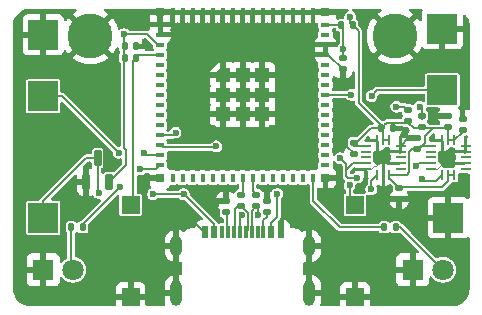
<source format=gbr>
%TF.GenerationSoftware,KiCad,Pcbnew,9.0.3*%
%TF.CreationDate,2025-07-29T21:31:59-06:00*%
%TF.ProjectId,AIOMeltyV3,41494f4d-656c-4747-9956-332e6b696361,rev?*%
%TF.SameCoordinates,Original*%
%TF.FileFunction,Copper,L1,Top*%
%TF.FilePolarity,Positive*%
%FSLAX46Y46*%
G04 Gerber Fmt 4.6, Leading zero omitted, Abs format (unit mm)*
G04 Created by KiCad (PCBNEW 9.0.3) date 2025-07-29 21:31:59*
%MOMM*%
%LPD*%
G01*
G04 APERTURE LIST*
G04 Aperture macros list*
%AMRoundRect*
0 Rectangle with rounded corners*
0 $1 Rounding radius*
0 $2 $3 $4 $5 $6 $7 $8 $9 X,Y pos of 4 corners*
0 Add a 4 corners polygon primitive as box body*
4,1,4,$2,$3,$4,$5,$6,$7,$8,$9,$2,$3,0*
0 Add four circle primitives for the rounded corners*
1,1,$1+$1,$2,$3*
1,1,$1+$1,$4,$5*
1,1,$1+$1,$6,$7*
1,1,$1+$1,$8,$9*
0 Add four rect primitives between the rounded corners*
20,1,$1+$1,$2,$3,$4,$5,0*
20,1,$1+$1,$4,$5,$6,$7,0*
20,1,$1+$1,$6,$7,$8,$9,0*
20,1,$1+$1,$8,$9,$2,$3,0*%
%AMOutline5P*
0 Free polygon, 5 corners , with rotation*
0 The origin of the aperture is its center*
0 number of corners: always 5*
0 $1 to $10 corner X, Y*
0 $11 Rotation angle, in degrees counterclockwise*
0 create outline with 5 corners*
4,1,5,$1,$2,$3,$4,$5,$6,$7,$8,$9,$10,$1,$2,$11*%
%AMOutline6P*
0 Free polygon, 6 corners , with rotation*
0 The origin of the aperture is its center*
0 number of corners: always 6*
0 $1 to $12 corner X, Y*
0 $13 Rotation angle, in degrees counterclockwise*
0 create outline with 6 corners*
4,1,6,$1,$2,$3,$4,$5,$6,$7,$8,$9,$10,$11,$12,$1,$2,$13*%
%AMOutline7P*
0 Free polygon, 7 corners , with rotation*
0 The origin of the aperture is its center*
0 number of corners: always 7*
0 $1 to $14 corner X, Y*
0 $15 Rotation angle, in degrees counterclockwise*
0 create outline with 7 corners*
4,1,7,$1,$2,$3,$4,$5,$6,$7,$8,$9,$10,$11,$12,$13,$14,$1,$2,$15*%
%AMOutline8P*
0 Free polygon, 8 corners , with rotation*
0 The origin of the aperture is its center*
0 number of corners: always 8*
0 $1 to $16 corner X, Y*
0 $17 Rotation angle, in degrees counterclockwise*
0 create outline with 8 corners*
4,1,8,$1,$2,$3,$4,$5,$6,$7,$8,$9,$10,$11,$12,$13,$14,$15,$16,$1,$2,$17*%
G04 Aperture macros list end*
%TA.AperFunction,SMDPad,CuDef*%
%ADD10R,2.500000X2.500000*%
%TD*%
%TA.AperFunction,SMDPad,CuDef*%
%ADD11R,1.500000X1.500000*%
%TD*%
%TA.AperFunction,SMDPad,CuDef*%
%ADD12R,0.830000X0.270000*%
%TD*%
%TA.AperFunction,SMDPad,CuDef*%
%ADD13R,0.270000X0.830000*%
%TD*%
%TA.AperFunction,SMDPad,CuDef*%
%ADD14RoundRect,0.140000X0.170000X-0.140000X0.170000X0.140000X-0.170000X0.140000X-0.170000X-0.140000X0*%
%TD*%
%TA.AperFunction,SMDPad,CuDef*%
%ADD15RoundRect,0.140000X-0.170000X0.140000X-0.170000X-0.140000X0.170000X-0.140000X0.170000X0.140000X0*%
%TD*%
%TA.AperFunction,ComponentPad*%
%ADD16C,2.600000*%
%TD*%
%TA.AperFunction,ConnectorPad*%
%ADD17C,3.800000*%
%TD*%
%TA.AperFunction,SMDPad,CuDef*%
%ADD18RoundRect,0.140000X0.140000X0.170000X-0.140000X0.170000X-0.140000X-0.170000X0.140000X-0.170000X0*%
%TD*%
%TA.AperFunction,SMDPad,CuDef*%
%ADD19RoundRect,0.140000X-0.140000X-0.170000X0.140000X-0.170000X0.140000X0.170000X-0.140000X0.170000X0*%
%TD*%
%TA.AperFunction,SMDPad,CuDef*%
%ADD20RoundRect,0.075000X0.225000X-0.575000X0.225000X0.575000X-0.225000X0.575000X-0.225000X-0.575000X0*%
%TD*%
%TA.AperFunction,ComponentPad*%
%ADD21R,1.800000X1.800000*%
%TD*%
%TA.AperFunction,ComponentPad*%
%ADD22C,1.800000*%
%TD*%
%TA.AperFunction,SMDPad,CuDef*%
%ADD23R,0.800000X0.400000*%
%TD*%
%TA.AperFunction,SMDPad,CuDef*%
%ADD24R,0.400000X0.800000*%
%TD*%
%TA.AperFunction,SMDPad,CuDef*%
%ADD25Outline5P,-0.600000X0.204000X-0.204000X0.600000X0.600000X0.600000X0.600000X-0.600000X-0.600000X-0.600000X0.000000*%
%TD*%
%TA.AperFunction,SMDPad,CuDef*%
%ADD26R,1.200000X1.200000*%
%TD*%
%TA.AperFunction,SMDPad,CuDef*%
%ADD27R,0.800000X0.800000*%
%TD*%
%TA.AperFunction,SMDPad,CuDef*%
%ADD28R,0.600000X1.100000*%
%TD*%
%TA.AperFunction,SMDPad,CuDef*%
%ADD29R,0.300000X1.100000*%
%TD*%
%TA.AperFunction,ComponentPad*%
%ADD30O,1.000000X2.200000*%
%TD*%
%TA.AperFunction,ComponentPad*%
%ADD31O,1.000000X1.800000*%
%TD*%
%TA.AperFunction,ViaPad*%
%ADD32C,0.600000*%
%TD*%
%TA.AperFunction,Conductor*%
%ADD33C,0.200000*%
%TD*%
%TA.AperFunction,Conductor*%
%ADD34C,0.100000*%
%TD*%
G04 APERTURE END LIST*
D10*
%TO.P,H3,1*%
%TO.N,GND*%
X170650000Y-108050000D03*
%TD*%
%TO.P,H1,1*%
%TO.N,N/C*%
X136350000Y-97750000D03*
%TD*%
%TO.P,H3,1*%
%TO.N,GND*%
X170150000Y-92050000D03*
%TD*%
D11*
%TO.P,SW1,1,1*%
%TO.N,GND*%
X143750000Y-114750000D03*
%TO.P,SW1,2,2*%
%TO.N,Net-(U3-IO0)*%
X143750000Y-106950000D03*
%TD*%
D10*
%TO.P,H4,1*%
%TO.N,N/C*%
X136350000Y-108050000D03*
%TD*%
D12*
%TO.P,U1,1,VDD_IO*%
%TO.N,+3V3*%
X163680000Y-101950000D03*
%TO.P,U1,2,NC*%
%TO.N,unconnected-(U1-NC-Pad2)*%
X163680000Y-102450000D03*
%TO.P,U1,3,NC*%
%TO.N,unconnected-(U1-NC-Pad3)*%
X163680000Y-102950000D03*
%TO.P,U1,4,SCL*%
%TO.N,SCL*%
X163680000Y-103450000D03*
%TO.P,U1,5,GND*%
%TO.N,GND*%
X163680000Y-103950000D03*
D13*
%TO.P,U1,6,SDA*%
%TO.N,SDA*%
X164650000Y-104420000D03*
%TO.P,U1,7,SDO*%
%TO.N,GND*%
X165150000Y-104420000D03*
%TO.P,U1,8,CS*%
%TO.N,+3V3*%
X165650000Y-104420000D03*
D12*
%TO.P,U1,9,I2*%
%TO.N,unconnected-(U1-I2-Pad9)*%
X166620000Y-103950000D03*
%TO.P,U1,10,GND*%
%TO.N,GND*%
X166620000Y-103450000D03*
%TO.P,U1,11,INT*%
%TO.N,unconnected-(U1-INT-Pad11)*%
X166620000Y-102950000D03*
%TO.P,U1,12,GND*%
%TO.N,GND*%
X166620000Y-102450000D03*
%TO.P,U1,13,GND*%
X166620000Y-101950000D03*
D13*
%TO.P,U1,14,VDD*%
%TO.N,+3V3*%
X165650000Y-101480000D03*
%TO.P,U1,15,VDD*%
X165150000Y-101480000D03*
%TO.P,U1,16,GND*%
%TO.N,GND*%
X164650000Y-101480000D03*
%TD*%
D14*
%TO.P,R5,1*%
%TO.N,+3V3*%
X167200000Y-99880000D03*
%TO.P,R5,2*%
%TO.N,SCL*%
X167200000Y-98920000D03*
%TD*%
D15*
%TO.P,R2,1*%
%TO.N,USB_P*%
X154400000Y-106100000D03*
%TO.P,R2,2*%
%TO.N,USB1_P*%
X154400000Y-107060000D03*
%TD*%
D16*
%TO.P,REF\u002A\u002A,1*%
%TO.N,N/C*%
X166150000Y-92650000D03*
D17*
%TO.N,GND*%
X166150000Y-92650000D03*
%TD*%
D14*
%TO.P,R4,1*%
%TO.N,Net-(J1-CC1)*%
X151800000Y-107560000D03*
%TO.P,R4,2*%
%TO.N,GND*%
X151800000Y-106600000D03*
%TD*%
%TO.P,R3,1*%
%TO.N,Net-(J1-CC2)*%
X155300000Y-107560000D03*
%TO.P,R3,2*%
%TO.N,GND*%
X155300000Y-106600000D03*
%TD*%
D18*
%TO.P,C3,1*%
%TO.N,GND*%
X144205000Y-93550000D03*
%TO.P,C3,2*%
%TO.N,+3V3*%
X143245000Y-93550000D03*
%TD*%
D10*
%TO.P,H2,1*%
%TO.N,N/C*%
X170150000Y-97250000D03*
%TD*%
D14*
%TO.P,C2,1*%
%TO.N,GND*%
X162650000Y-102680000D03*
%TO.P,C2,2*%
%TO.N,+3V3*%
X162650000Y-101720000D03*
%TD*%
D19*
%TO.P,R8,1*%
%TO.N,Header*%
X165245000Y-108850000D03*
%TO.P,R8,2*%
%TO.N,Net-(D2-A)*%
X166205000Y-108850000D03*
%TD*%
D14*
%TO.P,C5,1*%
%TO.N,GND*%
X161700000Y-95480000D03*
%TO.P,C5,2*%
%TO.N,Net-(U3-EN)*%
X161700000Y-94520000D03*
%TD*%
%TO.P,R6,1*%
%TO.N,+3V3*%
X168450000Y-100380000D03*
%TO.P,R6,2*%
%TO.N,SDA*%
X168450000Y-99420000D03*
%TD*%
%TO.P,C12,1*%
%TO.N,+3V3*%
X168000000Y-102260000D03*
%TO.P,C12,2*%
%TO.N,GND*%
X168000000Y-101300000D03*
%TD*%
D18*
%TO.P,R10,1*%
%TO.N,+3V3*%
X162555000Y-91750000D03*
%TO.P,R10,2*%
%TO.N,Net-(U3-EN)*%
X161595000Y-91750000D03*
%TD*%
D10*
%TO.P,,1*%
%TO.N,GND*%
X170650000Y-108050000D03*
%TD*%
D20*
%TO.P,U4,1,GND*%
%TO.N,GND*%
X140000000Y-105037500D03*
%TO.P,U4,2,VOUT*%
%TO.N,+3V3*%
X141900000Y-105037500D03*
%TO.P,U4,3,VIN*%
%TO.N,+5V*%
X140950000Y-102987500D03*
%TD*%
D21*
%TO.P,D2,1,K*%
%TO.N,GND*%
X167650000Y-112450000D03*
D22*
%TO.P,D2,2,A*%
%TO.N,Net-(D2-A)*%
X170190000Y-112450000D03*
%TD*%
D21*
%TO.P,D1,1,K*%
%TO.N,GND*%
X136350000Y-112450000D03*
D22*
%TO.P,D1,2,A*%
%TO.N,Net-(D1-A)*%
X138890000Y-112450000D03*
%TD*%
D11*
%TO.P,SW2,1,1*%
%TO.N,GND*%
X162750000Y-114750000D03*
%TO.P,SW2,2,2*%
%TO.N,Net-(U3-EN)*%
X162750000Y-106950000D03*
%TD*%
D18*
%TO.P,R7,1*%
%TO.N,Power*%
X139680000Y-108850000D03*
%TO.P,R7,2*%
%TO.N,Net-(D1-A)*%
X138720000Y-108850000D03*
%TD*%
D14*
%TO.P,C4,1*%
%TO.N,+3V3*%
X171850000Y-100630000D03*
%TO.P,C4,2*%
%TO.N,GND*%
X171850000Y-99670000D03*
%TD*%
D16*
%TO.P,REF\u002A\u002A,1*%
%TO.N,N/C*%
X140350000Y-92650000D03*
D17*
%TO.N,GND*%
X140350000Y-92650000D03*
%TD*%
D23*
%TO.P,U3,1,GND*%
%TO.N,GND*%
X146250000Y-91700000D03*
%TO.P,U3,2,GND*%
X146250000Y-92550000D03*
%TO.P,U3,3,3V3*%
%TO.N,+3V3*%
X146250000Y-93400000D03*
%TO.P,U3,4,IO0*%
%TO.N,Net-(U3-IO0)*%
X146250000Y-94250000D03*
%TO.P,U3,5,IO1*%
%TO.N,unconnected-(U3-IO1-Pad5)*%
X146250000Y-95100000D03*
%TO.P,U3,6,IO2*%
%TO.N,unconnected-(U3-IO2-Pad6)*%
X146250000Y-95950000D03*
%TO.P,U3,7,IO3*%
%TO.N,unconnected-(U3-IO3-Pad7)*%
X146250000Y-96800000D03*
%TO.P,U3,8,IO4*%
%TO.N,unconnected-(U3-IO4-Pad8)*%
X146250000Y-97650000D03*
%TO.P,U3,9,IO5*%
%TO.N,unconnected-(U3-IO5-Pad9)*%
X146250000Y-98500000D03*
%TO.P,U3,10,IO6*%
%TO.N,unconnected-(U3-IO6-Pad10)*%
X146250000Y-99350000D03*
%TO.P,U3,11,IO7*%
%TO.N,unconnected-(U3-IO7-Pad11)*%
X146250000Y-100200000D03*
%TO.P,U3,12,IO8*%
%TO.N,SDA*%
X146250000Y-101050000D03*
%TO.P,U3,13,IO9*%
%TO.N,SCL*%
X146250000Y-101900000D03*
%TO.P,U3,14,IO10*%
%TO.N,PWM1*%
X146250000Y-102750000D03*
%TO.P,U3,15,IO11*%
%TO.N,Power*%
X146250000Y-103600000D03*
D24*
%TO.P,U3,16,IO12*%
%TO.N,unconnected-(U3-IO12-Pad16)*%
X147300000Y-104650000D03*
%TO.P,U3,17,IO13*%
%TO.N,unconnected-(U3-IO13-Pad17)*%
X148150000Y-104650000D03*
%TO.P,U3,18,IO14*%
%TO.N,unconnected-(U3-IO14-Pad18)*%
X149000000Y-104650000D03*
%TO.P,U3,19,IO15*%
%TO.N,unconnected-(U3-IO15-Pad19)*%
X149850000Y-104650000D03*
%TO.P,U3,20,IO16*%
%TO.N,unconnected-(U3-IO16-Pad20)*%
X150700000Y-104650000D03*
%TO.P,U3,21,IO17*%
%TO.N,unconnected-(U3-IO17-Pad21)*%
X151550000Y-104650000D03*
%TO.P,U3,22,IO18*%
%TO.N,unconnected-(U3-IO18-Pad22)*%
X152400000Y-104650000D03*
%TO.P,U3,23,USB_D-*%
%TO.N,USB_N*%
X153250000Y-104650000D03*
%TO.P,U3,24,USB_D+*%
%TO.N,USB_P*%
X154100000Y-104650000D03*
%TO.P,U3,25,IO21*%
%TO.N,unconnected-(U3-IO21-Pad25)*%
X154950000Y-104650000D03*
%TO.P,U3,26,IO26*%
%TO.N,unconnected-(U3-IO26-Pad26)*%
X155800000Y-104650000D03*
%TO.P,U3,27,IO47*%
%TO.N,unconnected-(U3-IO47-Pad27)*%
X156650000Y-104650000D03*
%TO.P,U3,28,IO33*%
%TO.N,unconnected-(U3-IO33-Pad28)*%
X157500000Y-104650000D03*
%TO.P,U3,29,IO34*%
%TO.N,unconnected-(U3-IO34-Pad29)*%
X158350000Y-104650000D03*
%TO.P,U3,30,IO48*%
%TO.N,Header*%
X159200000Y-104650000D03*
D23*
%TO.P,U3,31,IO35*%
%TO.N,unconnected-(U3-IO35-Pad31)*%
X160250000Y-103600000D03*
%TO.P,U3,32,IO36*%
%TO.N,unconnected-(U3-IO36-Pad32)*%
X160250000Y-102750000D03*
%TO.P,U3,33,IO37*%
%TO.N,unconnected-(U3-IO37-Pad33)*%
X160250000Y-101900000D03*
%TO.P,U3,34,IO38*%
%TO.N,unconnected-(U3-IO38-Pad34)*%
X160250000Y-101050000D03*
%TO.P,U3,35,IO39*%
%TO.N,unconnected-(U3-IO39-Pad35)*%
X160250000Y-100200000D03*
%TO.P,U3,36,IO40*%
%TO.N,unconnected-(U3-IO40-Pad36)*%
X160250000Y-99350000D03*
%TO.P,U3,37,IO41*%
%TO.N,unconnected-(U3-IO41-Pad37)*%
X160250000Y-98500000D03*
%TO.P,U3,38,IO42*%
%TO.N,PWM2*%
X160250000Y-97650000D03*
%TO.P,U3,39,TXD0*%
%TO.N,unconnected-(U3-TXD0-Pad39)*%
X160250000Y-96800000D03*
%TO.P,U3,40,RXD0*%
%TO.N,unconnected-(U3-RXD0-Pad40)*%
X160250000Y-95950000D03*
%TO.P,U3,41,IO45*%
%TO.N,unconnected-(U3-IO45-Pad41)*%
X160250000Y-95100000D03*
%TO.P,U3,42,GND*%
%TO.N,GND*%
X160250000Y-94250000D03*
%TO.P,U3,43,GND*%
X160250000Y-93400000D03*
%TO.P,U3,44,IO46*%
%TO.N,unconnected-(U3-IO46-Pad44)*%
X160250000Y-92550000D03*
%TO.P,U3,45,EN*%
%TO.N,Net-(U3-EN)*%
X160250000Y-91700000D03*
D24*
%TO.P,U3,46,GND*%
%TO.N,GND*%
X159200000Y-90650000D03*
%TO.P,U3,47,GND*%
X158350000Y-90650000D03*
%TO.P,U3,48,GND*%
X157500000Y-90650000D03*
%TO.P,U3,49,GND*%
X156650000Y-90650000D03*
%TO.P,U3,50,GND*%
X155800000Y-90650000D03*
%TO.P,U3,51,GND*%
X154950000Y-90650000D03*
%TO.P,U3,52,GND*%
X154100000Y-90650000D03*
%TO.P,U3,53,GND*%
X153250000Y-90650000D03*
%TO.P,U3,54,GND*%
X152400000Y-90650000D03*
%TO.P,U3,55,GND*%
X151550000Y-90650000D03*
%TO.P,U3,56,GND*%
X150700000Y-90650000D03*
%TO.P,U3,57,GND*%
X149850000Y-90650000D03*
%TO.P,U3,58,GND*%
X149000000Y-90650000D03*
%TO.P,U3,59,GND*%
X148150000Y-90650000D03*
%TO.P,U3,60,GND*%
X147300000Y-90650000D03*
D25*
%TO.P,U3,61,GND*%
X151600000Y-96000000D03*
D26*
X151600000Y-97650000D03*
X151600000Y-99300000D03*
X153250000Y-96000000D03*
X153250000Y-97650000D03*
X153250000Y-99300000D03*
X154900000Y-96000000D03*
X154900000Y-97650000D03*
X154900000Y-99300000D03*
D27*
%TO.P,U3,62,GND*%
X146250000Y-90650000D03*
%TO.P,U3,63,GND*%
X146250000Y-104650000D03*
%TO.P,U3,64,GND*%
X160250000Y-104650000D03*
%TO.P,U3,65,GND*%
X160250000Y-90650000D03*
%TD*%
D12*
%TO.P,U2,1,VDD_IO*%
%TO.N,+3V3*%
X169180000Y-101950000D03*
%TO.P,U2,2,NC*%
%TO.N,unconnected-(U2-NC-Pad2)*%
X169180000Y-102450000D03*
%TO.P,U2,3,NC*%
%TO.N,unconnected-(U2-NC-Pad3)*%
X169180000Y-102950000D03*
%TO.P,U2,4,SCL*%
%TO.N,SCL*%
X169180000Y-103450000D03*
%TO.P,U2,5,GND*%
%TO.N,GND*%
X169180000Y-103950000D03*
D13*
%TO.P,U2,6,SDA*%
%TO.N,SDA*%
X170150000Y-104420000D03*
%TO.P,U2,7,SDO*%
%TO.N,+3V3*%
X170650000Y-104420000D03*
%TO.P,U2,8,CS*%
X171150000Y-104420000D03*
D12*
%TO.P,U2,9,I2*%
%TO.N,unconnected-(U2-I2-Pad9)*%
X172120000Y-103950000D03*
%TO.P,U2,10,GND*%
%TO.N,GND*%
X172120000Y-103450000D03*
%TO.P,U2,11,INT*%
%TO.N,unconnected-(U2-INT-Pad11)*%
X172120000Y-102950000D03*
%TO.P,U2,12,GND*%
%TO.N,GND*%
X172120000Y-102450000D03*
%TO.P,U2,13,GND*%
X172120000Y-101950000D03*
D13*
%TO.P,U2,14,VDD*%
%TO.N,+3V3*%
X171150000Y-101480000D03*
%TO.P,U2,15,VDD*%
X170650000Y-101480000D03*
%TO.P,U2,16,GND*%
%TO.N,GND*%
X170150000Y-101480000D03*
%TD*%
D18*
%TO.P,C1,1*%
%TO.N,GND*%
X165950000Y-100472500D03*
%TO.P,C1,2*%
%TO.N,+3V3*%
X164990000Y-100472500D03*
%TD*%
D10*
%TO.P,H3,1*%
%TO.N,GND*%
X136350000Y-92550000D03*
%TD*%
D19*
%TO.P,R9,1*%
%TO.N,+3V3*%
X143245000Y-94500000D03*
%TO.P,R9,2*%
%TO.N,Net-(U3-IO0)*%
X144205000Y-94500000D03*
%TD*%
D14*
%TO.P,R1,1*%
%TO.N,USB1_N*%
X153100000Y-107060000D03*
%TO.P,R1,2*%
%TO.N,USB_N*%
X153100000Y-106100000D03*
%TD*%
D28*
%TO.P,J1,A1_B12,GND_A*%
%TO.N,GND*%
X150050000Y-109287500D03*
%TO.P,J1,A4_B9,VBUS_A*%
%TO.N,+5V*%
X150850000Y-109287500D03*
D29*
%TO.P,J1,A5,CC1*%
%TO.N,Net-(J1-CC1)*%
X152000000Y-109287500D03*
%TO.P,J1,A6,DP1*%
%TO.N,USB1_P*%
X153000000Y-109287500D03*
%TO.P,J1,A7,DN1*%
%TO.N,USB1_N*%
X153500000Y-109287500D03*
%TO.P,J1,A8,SBU1*%
%TO.N,unconnected-(J1-SBU1-PadA8)*%
X154500000Y-109287500D03*
D28*
%TO.P,J1,B1_A12,GND_B*%
%TO.N,GND*%
X156450000Y-109287500D03*
%TO.P,J1,B4_A9,VBUS_B*%
%TO.N,+5V*%
X155650000Y-109287500D03*
D29*
%TO.P,J1,B5,CC2*%
%TO.N,Net-(J1-CC2)*%
X155000000Y-109287500D03*
%TO.P,J1,B6,DP2*%
%TO.N,USB1_P*%
X154000000Y-109287500D03*
%TO.P,J1,B7,DN2*%
%TO.N,USB1_N*%
X152500000Y-109287500D03*
%TO.P,J1,B8,SBU2*%
%TO.N,unconnected-(J1-SBU2-PadB8)*%
X151500000Y-109287500D03*
D30*
%TO.P,J1,SH1,SHELL_GND*%
%TO.N,GND*%
X147630000Y-114437500D03*
D31*
%TO.P,J1,SH2,SHELL_GND*%
X158870000Y-110437500D03*
%TO.P,J1,SH3,SHELL_GND*%
X147630000Y-110437500D03*
D30*
%TO.P,J1,SH4,SHELL_GND*%
X158870000Y-114437500D03*
%TD*%
D14*
%TO.P,C1,1*%
%TO.N,GND*%
X166500000Y-106500000D03*
%TO.P,C1,2*%
%TO.N,+3V3*%
X166500000Y-105540000D03*
%TD*%
%TO.P,C13,1*%
%TO.N,+3V3*%
X170600000Y-100360000D03*
%TO.P,C13,2*%
%TO.N,GND*%
X170600000Y-99400000D03*
%TD*%
D32*
%TO.N,GND*%
X137000000Y-104000000D03*
X170150000Y-92050000D03*
%TO.N,+3V3*%
X143200000Y-92500000D03*
X162350000Y-91050000D03*
%TO.N,GND*%
X157000000Y-97500000D03*
X159000000Y-108500000D03*
X164500000Y-107000000D03*
X149350000Y-94050000D03*
X136050000Y-104350000D03*
X165650000Y-98050000D03*
X144500000Y-108500000D03*
X169850000Y-95350000D03*
X141000000Y-96000000D03*
X165150000Y-95550000D03*
X144950735Y-93149265D03*
X154000000Y-102000000D03*
X165050000Y-103050000D03*
X157750000Y-107750000D03*
X162500000Y-111500000D03*
X138000000Y-95000000D03*
X136950000Y-100350000D03*
X147350000Y-108550000D03*
X139000000Y-101500000D03*
X148950000Y-108250000D03*
X164000000Y-96000000D03*
X139650000Y-95350000D03*
X148000000Y-96500000D03*
X158500000Y-94500000D03*
X141950000Y-99350000D03*
X158500000Y-101000000D03*
X170650000Y-108050000D03*
X140950000Y-112250000D03*
X161650000Y-98850000D03*
X165500000Y-115000000D03*
X145000000Y-113000000D03*
X162000000Y-113000000D03*
X147500000Y-94500000D03*
X157500000Y-102000000D03*
X150750000Y-100450000D03*
X160050000Y-112150000D03*
X136350000Y-92550000D03*
X142850000Y-91650000D03*
X146650000Y-112050000D03*
X168350000Y-108050000D03*
X164000000Y-113000000D03*
X151000000Y-107000000D03*
X158350000Y-92550000D03*
X161250000Y-107250000D03*
X135500000Y-101000000D03*
X168000000Y-109000000D03*
X135000000Y-95500000D03*
X171500000Y-114000000D03*
X168650000Y-114950000D03*
X155750000Y-100450000D03*
X139500000Y-96500000D03*
X143500000Y-109500000D03*
X144750000Y-105150000D03*
X169400000Y-99400000D03*
X163250000Y-100250000D03*
X167500000Y-96000000D03*
X142500000Y-108500000D03*
X170650000Y-102950000D03*
X140500000Y-114000000D03*
X150000000Y-106300000D03*
X139550000Y-114650000D03*
X158500000Y-96500000D03*
%TO.N,+5V*%
X148250000Y-106050000D03*
X141050000Y-105950000D03*
X156150000Y-106050000D03*
X145650000Y-106050000D03*
%TO.N,SCL*%
X162950000Y-104650000D03*
X161500000Y-103000000D03*
X167950000Y-103650000D03*
X151000000Y-102000000D03*
X166250000Y-98650000D03*
%TO.N,USB1_P*%
X154550000Y-107850000D03*
X153150000Y-107850000D03*
%TO.N,SDA*%
X164120000Y-105650000D03*
X168250000Y-98650000D03*
X168450000Y-104750000D03*
X147557519Y-100833505D03*
%TO.N,Net-(U3-EN)*%
X162288018Y-105299999D03*
X161750000Y-93750000D03*
%TO.N,Power*%
X142850000Y-105450000D03*
X144575000Y-103950000D03*
%TO.N,PWM1*%
X144850000Y-102550000D03*
X142750000Y-102550000D03*
%TO.N,PWM2*%
X162450000Y-97650000D03*
X164150000Y-97750000D03*
%TD*%
D33*
%TO.N,USB1_N*%
X153100000Y-107060000D02*
X153650000Y-107610000D01*
X153650000Y-107610000D02*
X153650000Y-109087500D01*
X153650000Y-109087500D02*
X153500000Y-109237500D01*
%TO.N,USB1_P*%
X153150000Y-107850000D02*
X153000000Y-108000000D01*
X153000000Y-108000000D02*
X153000000Y-109187500D01*
X153000000Y-109187500D02*
X153050000Y-109237500D01*
X153050000Y-109237500D02*
X153000000Y-109237500D01*
%TO.N,+3V3*%
X168275000Y-102125000D02*
X168700000Y-101700000D01*
X164076029Y-100472500D02*
X165220000Y-100472500D01*
X162350000Y-91545000D02*
X162350000Y-91050000D01*
X143200000Y-102151471D02*
X143350000Y-102301471D01*
X143350000Y-103587500D02*
X141900000Y-105037500D01*
X168700000Y-101122500D02*
X169350000Y-100472500D01*
X145150000Y-92500000D02*
X146050000Y-93400000D01*
X146050000Y-93400000D02*
X146250000Y-93400000D01*
X166400000Y-105450000D02*
X170150000Y-105450000D01*
X165650000Y-101480000D02*
X165150000Y-101480000D01*
X170650000Y-104420000D02*
X171150000Y-104420000D01*
X167350000Y-104200000D02*
X167350000Y-102450000D01*
X168450000Y-100150000D02*
X168450000Y-100472500D01*
X143350000Y-102301471D02*
X143350000Y-103587500D01*
X165650000Y-104700000D02*
X166400000Y-105450000D01*
X168120000Y-102125000D02*
X168275000Y-102125000D01*
X163050000Y-98302500D02*
X165220000Y-100472500D01*
X164990000Y-100472500D02*
X165150000Y-100632500D01*
X143200000Y-92500000D02*
X143200000Y-102151471D01*
X168700000Y-101700000D02*
X168700000Y-101122500D01*
X170650000Y-104950000D02*
X170650000Y-104420000D01*
X163097500Y-98350000D02*
X163050000Y-98302500D01*
X166550000Y-100022500D02*
X167252500Y-100022500D01*
X171150000Y-101480000D02*
X171850000Y-100780000D01*
X168120000Y-102125000D02*
X168295000Y-101950000D01*
X170150000Y-105450000D02*
X170650000Y-104950000D01*
X163050000Y-98302500D02*
X163050000Y-92245000D01*
X165650000Y-104420000D02*
X165650000Y-104700000D01*
X165220000Y-100472500D02*
X164990000Y-100472500D01*
X163050000Y-92245000D02*
X162350000Y-91545000D01*
X171850000Y-100780000D02*
X171850000Y-100400000D01*
X165437590Y-100022500D02*
X166550000Y-100022500D01*
X170645000Y-100472500D02*
X170645000Y-101475000D01*
X162650000Y-101950000D02*
X162650000Y-101898529D01*
X170645000Y-101475000D02*
X170650000Y-101480000D01*
X167675000Y-102125000D02*
X168120000Y-102125000D01*
X165650000Y-104420000D02*
X167130000Y-104420000D01*
X168450000Y-100472500D02*
X169350000Y-100472500D01*
X162650000Y-101950000D02*
X163680000Y-101950000D01*
X171150000Y-101480000D02*
X170650000Y-101480000D01*
X167702500Y-100472500D02*
X168450000Y-100472500D01*
X165220000Y-100472500D02*
X165220000Y-100240090D01*
X167350000Y-102450000D02*
X167675000Y-102125000D01*
X162650000Y-101898529D02*
X164076029Y-100472500D01*
X169350000Y-100472500D02*
X170645000Y-100472500D01*
X165150000Y-100632500D02*
X165150000Y-101480000D01*
X167750000Y-100425000D02*
X167702500Y-100472500D01*
X167252500Y-100022500D02*
X167702500Y-100472500D01*
X168295000Y-101950000D02*
X169180000Y-101950000D01*
X143200000Y-92500000D02*
X145150000Y-92500000D01*
X167130000Y-104420000D02*
X167350000Y-104200000D01*
X165220000Y-100240090D02*
X165437590Y-100022500D01*
D34*
%TO.N,GND*%
X164095000Y-103950000D02*
X163680000Y-103950000D01*
D33*
X160470000Y-94250000D02*
X160250000Y-94250000D01*
X162090000Y-102025424D02*
X162090000Y-101410000D01*
X165050000Y-103050000D02*
X165050000Y-103150000D01*
X162650000Y-102680000D02*
X162650000Y-102585424D01*
X162090000Y-101410000D02*
X163250000Y-100250000D01*
X149937500Y-109237500D02*
X150050000Y-109237500D01*
D34*
X165050000Y-103150000D02*
X164500000Y-103700000D01*
X164345000Y-103700000D02*
X164095000Y-103950000D01*
X164500000Y-103700000D02*
X164345000Y-103700000D01*
D33*
X161700000Y-95480000D02*
X160470000Y-94250000D01*
X148950000Y-108250000D02*
X149937500Y-109237500D01*
X167270000Y-101300000D02*
X168000000Y-101300000D01*
X166620000Y-101950000D02*
X167270000Y-101300000D01*
D34*
X169180000Y-103950000D02*
X169650000Y-103950000D01*
D33*
X170250000Y-103350000D02*
X170650000Y-102950000D01*
D34*
X169650000Y-103950000D02*
X170250000Y-103350000D01*
D33*
X162650000Y-102585424D02*
X162090000Y-102025424D01*
%TO.N,+5V*%
X155650000Y-108457410D02*
X155650000Y-109237500D01*
X156150000Y-106050000D02*
X156150000Y-107957410D01*
X148262500Y-106050000D02*
X148250000Y-106050000D01*
X136350000Y-106650000D02*
X136350000Y-108050000D01*
X148250000Y-106050000D02*
X145650000Y-106050000D01*
X150800000Y-108587500D02*
X150800000Y-109237500D01*
X149862500Y-107650000D02*
X148262500Y-106050000D01*
X149862500Y-107650000D02*
X150800000Y-108587500D01*
X150800000Y-109237500D02*
X150850000Y-109237500D01*
X140012500Y-102987500D02*
X136350000Y-106650000D01*
X140950000Y-102987500D02*
X140950000Y-105850000D01*
X140950000Y-102987500D02*
X140012500Y-102987500D01*
X140950000Y-105850000D02*
X141050000Y-105950000D01*
X156150000Y-107957410D02*
X155650000Y-108457410D01*
%TO.N,Net-(J1-CC1)*%
X151800000Y-107560000D02*
X151950000Y-107710000D01*
X151950000Y-107710000D02*
X151950000Y-109187500D01*
X151950000Y-109187500D02*
X152000000Y-109237500D01*
%TO.N,Net-(J1-CC2)*%
X155300000Y-107948529D02*
X155000000Y-108248529D01*
X155300000Y-107560000D02*
X155300000Y-107948529D01*
X155000000Y-108248529D02*
X155000000Y-109237500D01*
%TO.N,USB_N*%
X153250000Y-106145000D02*
X153250000Y-104650000D01*
%TO.N,USB_P*%
X154400000Y-106100000D02*
X154100000Y-105800000D01*
X154100000Y-105800000D02*
X154100000Y-104650000D01*
%TO.N,SCL*%
X162950000Y-104650000D02*
X162150000Y-104650000D01*
X146250000Y-101900000D02*
X146451000Y-102101000D01*
X162000000Y-104000000D02*
X162000000Y-103500000D01*
X146451000Y-102101000D02*
X150899000Y-102101000D01*
X162000000Y-103500000D02*
X161500000Y-103000000D01*
X166250000Y-98650000D02*
X166930000Y-98650000D01*
X166930000Y-98650000D02*
X167200000Y-98920000D01*
X162550000Y-103450000D02*
X163680000Y-103450000D01*
X150899000Y-102101000D02*
X151000000Y-102000000D01*
X162150000Y-104650000D02*
X162000000Y-104500000D01*
X162000000Y-104000000D02*
X162550000Y-103450000D01*
X162000000Y-104500000D02*
X162000000Y-104000000D01*
X169180000Y-103450000D02*
X168150000Y-103450000D01*
X168150000Y-103450000D02*
X167950000Y-103650000D01*
%TO.N,USB1_P*%
X154400000Y-107060000D02*
X154000000Y-107460000D01*
X154550000Y-107850000D02*
X154550000Y-107210000D01*
X154000000Y-107460000D02*
X154000000Y-109237500D01*
X154550000Y-107210000D02*
X154400000Y-107060000D01*
%TO.N,SDA*%
X168450000Y-99650000D02*
X168450000Y-98850000D01*
X146250000Y-101050000D02*
X147341024Y-101050000D01*
X164120000Y-104950000D02*
X164650000Y-104420000D01*
X170150000Y-104420000D02*
X169620000Y-104950000D01*
X168450000Y-98850000D02*
X168250000Y-98650000D01*
X147341024Y-101050000D02*
X147557519Y-100833505D01*
X169620000Y-104950000D02*
X168650000Y-104950000D01*
X168650000Y-104950000D02*
X168450000Y-104750000D01*
X164120000Y-105650000D02*
X164120000Y-104950000D01*
%TO.N,USB1_N*%
X152550000Y-107350000D02*
X152840000Y-107060000D01*
X152500000Y-109237500D02*
X152550000Y-109187500D01*
X152550000Y-109187500D02*
X152550000Y-107350000D01*
X152840000Y-107060000D02*
X153100000Y-107060000D01*
%TO.N,Net-(D1-A)*%
X138700000Y-108870000D02*
X138700000Y-112260000D01*
X138700000Y-112260000D02*
X138890000Y-112450000D01*
X138720000Y-108850000D02*
X138700000Y-108870000D01*
%TO.N,Net-(D2-A)*%
X166590000Y-108850000D02*
X170190000Y-112450000D01*
X166205000Y-108850000D02*
X166590000Y-108850000D01*
%TO.N,Header*%
X159200000Y-106600000D02*
X161450000Y-108850000D01*
X159200000Y-104650000D02*
X159200000Y-106600000D01*
X161450000Y-108850000D02*
X165245000Y-108850000D01*
%TO.N,Net-(U3-IO0)*%
X144455000Y-94250000D02*
X146250000Y-94250000D01*
X143975000Y-94730000D02*
X144455000Y-94250000D01*
X143750000Y-107450000D02*
X143975000Y-107225000D01*
X143975000Y-107225000D02*
X143975000Y-94730000D01*
%TO.N,Net-(U3-EN)*%
X161700000Y-93800000D02*
X161750000Y-93750000D01*
X160250000Y-91700000D02*
X161545000Y-91700000D01*
X162288018Y-105411982D02*
X162288018Y-105299999D01*
X162288018Y-105299999D02*
X162288018Y-106988018D01*
X161545000Y-91700000D02*
X161750000Y-91905000D01*
X161700000Y-94520000D02*
X161700000Y-93800000D01*
X161750000Y-91905000D02*
X161750000Y-93750000D01*
X162288018Y-106988018D02*
X162750000Y-107450000D01*
%TO.N,Power*%
X139680000Y-108850000D02*
X139680000Y-108620000D01*
X145900000Y-103950000D02*
X146250000Y-103600000D01*
X144575000Y-103950000D02*
X145900000Y-103950000D01*
X139680000Y-108620000D02*
X142850000Y-105450000D01*
%TO.N,PWM1*%
X146250000Y-102750000D02*
X145050000Y-102750000D01*
X145050000Y-102750000D02*
X144850000Y-102550000D01*
X136350000Y-97750000D02*
X137950000Y-97750000D01*
X137950000Y-97750000D02*
X142750000Y-102550000D01*
%TO.N,PWM2*%
X170000000Y-97250000D02*
X170950000Y-97250000D01*
X164650000Y-97250000D02*
X170000000Y-97250000D01*
X164150000Y-97750000D02*
X164650000Y-97250000D01*
X162450000Y-97650000D02*
X160250000Y-97650000D01*
%TD*%
%TA.AperFunction,Conductor*%
%TO.N,GND*%
G36*
X166899008Y-100334617D02*
G01*
X166940513Y-100353972D01*
X166990099Y-100360500D01*
X167114165Y-100360499D01*
X167143610Y-100369144D01*
X167173593Y-100375667D01*
X167178606Y-100379419D01*
X167181205Y-100380183D01*
X167201847Y-100396818D01*
X167357284Y-100552255D01*
X167390769Y-100613578D01*
X167385785Y-100683270D01*
X167357285Y-100727616D01*
X167320286Y-100764615D01*
X167320278Y-100764625D01*
X167237968Y-100903804D01*
X167195496Y-101050000D01*
X167876000Y-101050000D01*
X167943039Y-101069685D01*
X167988794Y-101122489D01*
X168000000Y-101174000D01*
X168000000Y-101426000D01*
X167980315Y-101493039D01*
X167927511Y-101538794D01*
X167876000Y-101550000D01*
X167184000Y-101550000D01*
X167116961Y-101530315D01*
X167071206Y-101477511D01*
X167060000Y-101426000D01*
X167060000Y-101315000D01*
X166755000Y-101315000D01*
X166755000Y-102490500D01*
X166735315Y-102557539D01*
X166682511Y-102603294D01*
X166631000Y-102614500D01*
X166565862Y-102614500D01*
X166498823Y-102594815D01*
X166486643Y-102585000D01*
X165705000Y-102585000D01*
X165705000Y-102632844D01*
X165711401Y-102692372D01*
X165711403Y-102692379D01*
X165761645Y-102827086D01*
X165761647Y-102827088D01*
X165798029Y-102875689D01*
X165822446Y-102941153D01*
X165807595Y-103009426D01*
X165798029Y-103024311D01*
X165761647Y-103072911D01*
X165761645Y-103072913D01*
X165711403Y-103207620D01*
X165711401Y-103207627D01*
X165705000Y-103267155D01*
X165705000Y-103315000D01*
X166496000Y-103315000D01*
X166504685Y-103317550D01*
X166513647Y-103316262D01*
X166537687Y-103327240D01*
X166563039Y-103334685D01*
X166568966Y-103341525D01*
X166577203Y-103345287D01*
X166591492Y-103367521D01*
X166608794Y-103387489D01*
X166611081Y-103398003D01*
X166614977Y-103404065D01*
X166620000Y-103439000D01*
X166620000Y-103461000D01*
X166600315Y-103528039D01*
X166547511Y-103573794D01*
X166496000Y-103585000D01*
X165694054Y-103585000D01*
X165656839Y-103605320D01*
X165587148Y-103600334D01*
X165556172Y-103583419D01*
X165527089Y-103561647D01*
X165527086Y-103561645D01*
X165392379Y-103511403D01*
X165392372Y-103511401D01*
X165332844Y-103505000D01*
X165285000Y-103505000D01*
X165285000Y-105335000D01*
X165332828Y-105335000D01*
X165332844Y-105334999D01*
X165392372Y-105328598D01*
X165392379Y-105328596D01*
X165527086Y-105278354D01*
X165527089Y-105278352D01*
X165599080Y-105224459D01*
X165664543Y-105200041D01*
X165732817Y-105214892D01*
X165761073Y-105236044D01*
X165953181Y-105428152D01*
X165967595Y-105454549D01*
X165984117Y-105479694D01*
X165985164Y-105486724D01*
X165986666Y-105489475D01*
X165989494Y-105514576D01*
X165989500Y-105515187D01*
X165989501Y-105719900D01*
X165991748Y-105736971D01*
X165991824Y-105744462D01*
X165984276Y-105771165D01*
X165980001Y-105798573D01*
X165974907Y-105804311D01*
X165972820Y-105811698D01*
X165952034Y-105830080D01*
X165939650Y-105844032D01*
X165940788Y-105845499D01*
X165934621Y-105850282D01*
X165820282Y-105964620D01*
X165820278Y-105964625D01*
X165737968Y-106103804D01*
X165695496Y-106250000D01*
X167304504Y-106250000D01*
X167262031Y-106103804D01*
X167179721Y-105964625D01*
X167179714Y-105964616D01*
X167177279Y-105962181D01*
X167175979Y-105959801D01*
X167174936Y-105958456D01*
X167175153Y-105958287D01*
X167143794Y-105900858D01*
X167148778Y-105831166D01*
X167190650Y-105775233D01*
X167256114Y-105750816D01*
X167264960Y-105750500D01*
X170189560Y-105750500D01*
X170189562Y-105750500D01*
X170265989Y-105730021D01*
X170334511Y-105690460D01*
X170390460Y-105634511D01*
X170890460Y-105134511D01*
X170911828Y-105097501D01*
X170962394Y-105049285D01*
X171019215Y-105035500D01*
X171304750Y-105035500D01*
X171304751Y-105035499D01*
X171319568Y-105032552D01*
X171363229Y-105023868D01*
X171363229Y-105023867D01*
X171363231Y-105023867D01*
X171429552Y-104979552D01*
X171473867Y-104913231D01*
X171473867Y-104913229D01*
X171473868Y-104913229D01*
X171485499Y-104854752D01*
X171485500Y-104854750D01*
X171485500Y-104396861D01*
X171505185Y-104329822D01*
X171557989Y-104284067D01*
X171627147Y-104274123D01*
X171633692Y-104275244D01*
X171685250Y-104285500D01*
X171685252Y-104285500D01*
X172334072Y-104285500D01*
X172401111Y-104305185D01*
X172446866Y-104357989D01*
X172458071Y-104409608D01*
X172457249Y-105334999D01*
X172456351Y-106344291D01*
X172436607Y-106411313D01*
X172383762Y-106457021D01*
X172314595Y-106466903D01*
X172258040Y-106443448D01*
X172142088Y-106356647D01*
X172142086Y-106356645D01*
X172007379Y-106306403D01*
X172007372Y-106306401D01*
X171947844Y-106300000D01*
X170900000Y-106300000D01*
X170900000Y-109800000D01*
X171947828Y-109800000D01*
X171947844Y-109799999D01*
X172007372Y-109793598D01*
X172007379Y-109793596D01*
X172142086Y-109743354D01*
X172142089Y-109743352D01*
X172255003Y-109658824D01*
X172320467Y-109634406D01*
X172388740Y-109649257D01*
X172438146Y-109698661D01*
X172453315Y-109758200D01*
X172449565Y-113975745D01*
X172449565Y-113975750D01*
X172449557Y-113983889D01*
X172449500Y-113984108D01*
X172449500Y-114045558D01*
X172449500Y-114045687D01*
X172449495Y-114045702D01*
X172449184Y-114054419D01*
X172434869Y-114254557D01*
X172432351Y-114272068D01*
X172390646Y-114463787D01*
X172385662Y-114480763D01*
X172317090Y-114664609D01*
X172309740Y-114680701D01*
X172215711Y-114852904D01*
X172206146Y-114867789D01*
X172088558Y-115024867D01*
X172076972Y-115038237D01*
X171938237Y-115176972D01*
X171924867Y-115188558D01*
X171767789Y-115306146D01*
X171752904Y-115315711D01*
X171580701Y-115409740D01*
X171564609Y-115417090D01*
X171380763Y-115485662D01*
X171363787Y-115490646D01*
X171172068Y-115532351D01*
X171154556Y-115534869D01*
X170954483Y-115549178D01*
X170945519Y-115549494D01*
X164123882Y-115542975D01*
X164056861Y-115523226D01*
X164011156Y-115470379D01*
X164000000Y-115418975D01*
X164000000Y-115000000D01*
X161500000Y-115000000D01*
X161500000Y-115416348D01*
X161480315Y-115483387D01*
X161427511Y-115529142D01*
X161375881Y-115540348D01*
X159930138Y-115538966D01*
X159863118Y-115519217D01*
X159817413Y-115466370D01*
X159807536Y-115397202D01*
X159815696Y-115367512D01*
X159831571Y-115329185D01*
X159831572Y-115329181D01*
X159869999Y-115135995D01*
X159870000Y-115135992D01*
X159870000Y-114687500D01*
X159170000Y-114687500D01*
X159170000Y-114187500D01*
X159870000Y-114187500D01*
X159870000Y-113952155D01*
X161500000Y-113952155D01*
X161500000Y-114500000D01*
X162500000Y-114500000D01*
X163000000Y-114500000D01*
X164000000Y-114500000D01*
X164000000Y-113952172D01*
X163999999Y-113952155D01*
X163993598Y-113892627D01*
X163993596Y-113892620D01*
X163943354Y-113757913D01*
X163943350Y-113757906D01*
X163857190Y-113642812D01*
X163857187Y-113642809D01*
X163742093Y-113556649D01*
X163742086Y-113556645D01*
X163607379Y-113506403D01*
X163607372Y-113506401D01*
X163547844Y-113500000D01*
X163000000Y-113500000D01*
X163000000Y-114500000D01*
X162500000Y-114500000D01*
X162500000Y-113500000D01*
X161952155Y-113500000D01*
X161892627Y-113506401D01*
X161892620Y-113506403D01*
X161757913Y-113556645D01*
X161757906Y-113556649D01*
X161642812Y-113642809D01*
X161642809Y-113642812D01*
X161556649Y-113757906D01*
X161556645Y-113757913D01*
X161506403Y-113892620D01*
X161506401Y-113892627D01*
X161500000Y-113952155D01*
X159870000Y-113952155D01*
X159870000Y-113739008D01*
X159869999Y-113739004D01*
X159831572Y-113545818D01*
X159831569Y-113545806D01*
X159756192Y-113363828D01*
X159756185Y-113363815D01*
X159646751Y-113200037D01*
X159646748Y-113200033D01*
X159507466Y-113060751D01*
X159507462Y-113060748D01*
X159343684Y-112951314D01*
X159343671Y-112951307D01*
X159161691Y-112875929D01*
X159161683Y-112875927D01*
X159120000Y-112867635D01*
X159120000Y-113670511D01*
X159110060Y-113653295D01*
X159054205Y-113597440D01*
X158985796Y-113557944D01*
X158909496Y-113537500D01*
X158830504Y-113537500D01*
X158754204Y-113557944D01*
X158685795Y-113597440D01*
X158629940Y-113653295D01*
X158620000Y-113670511D01*
X158620000Y-112867636D01*
X158619999Y-112867635D01*
X158578316Y-112875927D01*
X158578308Y-112875929D01*
X158541952Y-112890989D01*
X158472483Y-112898458D01*
X158410004Y-112867183D01*
X158374352Y-112807094D01*
X158370500Y-112776428D01*
X158370500Y-111898571D01*
X158390185Y-111831532D01*
X158442989Y-111785777D01*
X158512147Y-111775833D01*
X158541954Y-111784010D01*
X158578312Y-111799070D01*
X158620000Y-111807362D01*
X158620000Y-111004488D01*
X158629940Y-111021705D01*
X158685795Y-111077560D01*
X158754204Y-111117056D01*
X158830504Y-111137500D01*
X158909496Y-111137500D01*
X158985796Y-111117056D01*
X159054205Y-111077560D01*
X159110060Y-111021705D01*
X159120000Y-111004488D01*
X159120000Y-111807362D01*
X159161690Y-111799069D01*
X159161692Y-111799069D01*
X159343671Y-111723692D01*
X159343684Y-111723685D01*
X159507462Y-111614251D01*
X159507466Y-111614248D01*
X159646748Y-111474966D01*
X159676822Y-111429959D01*
X159676823Y-111429957D01*
X159756185Y-111311184D01*
X159756192Y-111311171D01*
X159831569Y-111129193D01*
X159831572Y-111129181D01*
X159869999Y-110935995D01*
X159870000Y-110935992D01*
X159870000Y-110687500D01*
X159170000Y-110687500D01*
X159170000Y-110187500D01*
X159870000Y-110187500D01*
X159870000Y-109939008D01*
X159869999Y-109939004D01*
X159831572Y-109745818D01*
X159831569Y-109745806D01*
X159756192Y-109563828D01*
X159756185Y-109563815D01*
X159646751Y-109400037D01*
X159646748Y-109400033D01*
X159507466Y-109260751D01*
X159507462Y-109260748D01*
X159343684Y-109151314D01*
X159343671Y-109151307D01*
X159161691Y-109075929D01*
X159161683Y-109075927D01*
X159120000Y-109067635D01*
X159120000Y-109870511D01*
X159110060Y-109853295D01*
X159054205Y-109797440D01*
X158985796Y-109757944D01*
X158909496Y-109737500D01*
X158830504Y-109737500D01*
X158754204Y-109757944D01*
X158685795Y-109797440D01*
X158629940Y-109853295D01*
X158620000Y-109870511D01*
X158620000Y-109067636D01*
X158619999Y-109067635D01*
X158578316Y-109075927D01*
X158578308Y-109075929D01*
X158396328Y-109151307D01*
X158396315Y-109151314D01*
X158295271Y-109218831D01*
X158228594Y-109239709D01*
X158161214Y-109221225D01*
X158138699Y-109203410D01*
X158062162Y-109126873D01*
X157922860Y-109033795D01*
X157768082Y-108969684D01*
X157768074Y-108969682D01*
X157603771Y-108937000D01*
X157603767Y-108937000D01*
X157528607Y-108937000D01*
X157459420Y-108934614D01*
X157387956Y-108946284D01*
X157381832Y-108946672D01*
X157353487Y-108940262D01*
X157324648Y-108936676D01*
X157319817Y-108932648D01*
X157313684Y-108931262D01*
X157293305Y-108910546D01*
X157270982Y-108891936D01*
X157269095Y-108885936D01*
X157264685Y-108881453D01*
X157258740Y-108853006D01*
X157250023Y-108825284D01*
X157250000Y-108822920D01*
X157250000Y-108689672D01*
X157249999Y-108689655D01*
X157243598Y-108630127D01*
X157243596Y-108630120D01*
X157193354Y-108495413D01*
X157193350Y-108495406D01*
X157107190Y-108380312D01*
X157107187Y-108380309D01*
X156992093Y-108294149D01*
X156992086Y-108294145D01*
X156857379Y-108243903D01*
X156857372Y-108243901D01*
X156797844Y-108237500D01*
X156700000Y-108237500D01*
X156700000Y-109163500D01*
X156680315Y-109230539D01*
X156627511Y-109276294D01*
X156576000Y-109287500D01*
X156324000Y-109287500D01*
X156256961Y-109267815D01*
X156211206Y-109215011D01*
X156200000Y-109163500D01*
X156200000Y-108383742D01*
X156219685Y-108316703D01*
X156236312Y-108296068D01*
X156390460Y-108141921D01*
X156430022Y-108073398D01*
X156450500Y-107996972D01*
X156450500Y-107917848D01*
X156450500Y-106508676D01*
X156470185Y-106441637D01*
X156486819Y-106420995D01*
X156513517Y-106394297D01*
X156550500Y-106357314D01*
X156616392Y-106243186D01*
X156650500Y-106115892D01*
X156650500Y-105984108D01*
X156616392Y-105856814D01*
X156550500Y-105742686D01*
X156457314Y-105649500D01*
X156398819Y-105615728D01*
X156343187Y-105583608D01*
X156273161Y-105564845D01*
X156215892Y-105549500D01*
X156084108Y-105549500D01*
X155956812Y-105583608D01*
X155842686Y-105649500D01*
X155842683Y-105649502D01*
X155749502Y-105742683D01*
X155749497Y-105742689D01*
X155732823Y-105771570D01*
X155682255Y-105819785D01*
X155613647Y-105833006D01*
X155590844Y-105828645D01*
X155570917Y-105822856D01*
X155570908Y-105822854D01*
X155550000Y-105821209D01*
X155550000Y-106476000D01*
X155530315Y-106543039D01*
X155477511Y-106588794D01*
X155426000Y-106600000D01*
X155174000Y-106600000D01*
X155106961Y-106580315D01*
X155061206Y-106527511D01*
X155050000Y-106476000D01*
X155050000Y-105821210D01*
X155049999Y-105821209D01*
X155029091Y-105822854D01*
X155029079Y-105822856D01*
X155001385Y-105830902D01*
X154931516Y-105830701D01*
X154872847Y-105792758D01*
X154854408Y-105764223D01*
X154853225Y-105761685D01*
X154768316Y-105676776D01*
X154659487Y-105626028D01*
X154659485Y-105626027D01*
X154659486Y-105626027D01*
X154609902Y-105619500D01*
X154609901Y-105619500D01*
X154524500Y-105619500D01*
X154515814Y-105616949D01*
X154506853Y-105618238D01*
X154482812Y-105607259D01*
X154457461Y-105599815D01*
X154451533Y-105592974D01*
X154443297Y-105589213D01*
X154429007Y-105566978D01*
X154411706Y-105547011D01*
X154409418Y-105536496D01*
X154405523Y-105530435D01*
X154400500Y-105495500D01*
X154400500Y-105289967D01*
X154420185Y-105222928D01*
X154436819Y-105202286D01*
X154437319Y-105201786D01*
X154456963Y-105191059D01*
X154472989Y-105177173D01*
X154485756Y-105175337D01*
X154498642Y-105168301D01*
X154522717Y-105170022D01*
X154542147Y-105167229D01*
X154553007Y-105172188D01*
X154568334Y-105173285D01*
X154593963Y-105189756D01*
X154595293Y-105187767D01*
X154671769Y-105238867D01*
X154671770Y-105238868D01*
X154730247Y-105250499D01*
X154730250Y-105250500D01*
X154730252Y-105250500D01*
X155169750Y-105250500D01*
X155169751Y-105250499D01*
X155184568Y-105247552D01*
X155228229Y-105238868D01*
X155228229Y-105238867D01*
X155228231Y-105238867D01*
X155275233Y-105207461D01*
X155304707Y-105187767D01*
X155306921Y-105191081D01*
X155348642Y-105168301D01*
X155418334Y-105173285D01*
X155443963Y-105189756D01*
X155445293Y-105187767D01*
X155521769Y-105238867D01*
X155521770Y-105238868D01*
X155580247Y-105250499D01*
X155580250Y-105250500D01*
X155580252Y-105250500D01*
X156019750Y-105250500D01*
X156019751Y-105250499D01*
X156034568Y-105247552D01*
X156078229Y-105238868D01*
X156078229Y-105238867D01*
X156078231Y-105238867D01*
X156125233Y-105207461D01*
X156154707Y-105187767D01*
X156156921Y-105191081D01*
X156198642Y-105168301D01*
X156268334Y-105173285D01*
X156293963Y-105189756D01*
X156295293Y-105187767D01*
X156371769Y-105238867D01*
X156371770Y-105238868D01*
X156430247Y-105250499D01*
X156430250Y-105250500D01*
X156430252Y-105250500D01*
X156869750Y-105250500D01*
X156869751Y-105250499D01*
X156884568Y-105247552D01*
X156928229Y-105238868D01*
X156928229Y-105238867D01*
X156928231Y-105238867D01*
X156975233Y-105207461D01*
X157004707Y-105187767D01*
X157006921Y-105191081D01*
X157048642Y-105168301D01*
X157118334Y-105173285D01*
X157143963Y-105189756D01*
X157145293Y-105187767D01*
X157221769Y-105238867D01*
X157221770Y-105238868D01*
X157280247Y-105250499D01*
X157280250Y-105250500D01*
X157280252Y-105250500D01*
X157719750Y-105250500D01*
X157719751Y-105250499D01*
X157734568Y-105247552D01*
X157778229Y-105238868D01*
X157778229Y-105238867D01*
X157778231Y-105238867D01*
X157825233Y-105207461D01*
X157854707Y-105187767D01*
X157856921Y-105191081D01*
X157898642Y-105168301D01*
X157968334Y-105173285D01*
X157993963Y-105189756D01*
X157995293Y-105187767D01*
X158071769Y-105238867D01*
X158071770Y-105238868D01*
X158130247Y-105250499D01*
X158130250Y-105250500D01*
X158130252Y-105250500D01*
X158569750Y-105250500D01*
X158569751Y-105250499D01*
X158584568Y-105247552D01*
X158628229Y-105238868D01*
X158628229Y-105238867D01*
X158628231Y-105238867D01*
X158694552Y-105194552D01*
X158694552Y-105194550D01*
X158700313Y-105190702D01*
X158700690Y-105190200D01*
X158701540Y-105189882D01*
X158704707Y-105187767D01*
X158705206Y-105188515D01*
X158725449Y-105180965D01*
X158748642Y-105168301D01*
X158757671Y-105168946D01*
X158766154Y-105165783D01*
X158791974Y-105171399D01*
X158818334Y-105173285D01*
X158827387Y-105179103D01*
X158834427Y-105180635D01*
X158862681Y-105201786D01*
X158863181Y-105202286D01*
X158896666Y-105263609D01*
X158899500Y-105289967D01*
X158899500Y-106639562D01*
X158907035Y-106667681D01*
X158919979Y-106715990D01*
X158919980Y-106715991D01*
X158945100Y-106759500D01*
X158959540Y-106784511D01*
X161265489Y-109090460D01*
X161324829Y-109124720D01*
X161328559Y-109126874D01*
X161334012Y-109130022D01*
X161410438Y-109150500D01*
X164711156Y-109150500D01*
X164778195Y-109170185D01*
X164813643Y-109210765D01*
X164815553Y-109209429D01*
X164821775Y-109218315D01*
X164821776Y-109218316D01*
X164906684Y-109303224D01*
X165015513Y-109353972D01*
X165065099Y-109360500D01*
X165424900Y-109360499D01*
X165474487Y-109353972D01*
X165583316Y-109303224D01*
X165637319Y-109249221D01*
X165698642Y-109215736D01*
X165768334Y-109220720D01*
X165812681Y-109249221D01*
X165866684Y-109303224D01*
X165975513Y-109353972D01*
X166025099Y-109360500D01*
X166384900Y-109360499D01*
X166434487Y-109353972D01*
X166515731Y-109316086D01*
X166584808Y-109305595D01*
X166648592Y-109334114D01*
X166655817Y-109340788D01*
X168153348Y-110838319D01*
X168186833Y-110899642D01*
X168181849Y-110969334D01*
X168139977Y-111025267D01*
X168074513Y-111049684D01*
X168065667Y-111050000D01*
X167900000Y-111050000D01*
X167900000Y-112074722D01*
X167823694Y-112030667D01*
X167709244Y-112000000D01*
X167590756Y-112000000D01*
X167476306Y-112030667D01*
X167400000Y-112074722D01*
X167400000Y-111050000D01*
X166702155Y-111050000D01*
X166642627Y-111056401D01*
X166642620Y-111056403D01*
X166507913Y-111106645D01*
X166507906Y-111106649D01*
X166392812Y-111192809D01*
X166392809Y-111192812D01*
X166306649Y-111307906D01*
X166306645Y-111307913D01*
X166256403Y-111442620D01*
X166256401Y-111442627D01*
X166250000Y-111502155D01*
X166250000Y-112200000D01*
X167274722Y-112200000D01*
X167230667Y-112276306D01*
X167200000Y-112390756D01*
X167200000Y-112509244D01*
X167230667Y-112623694D01*
X167274722Y-112700000D01*
X166250000Y-112700000D01*
X166250000Y-113397844D01*
X166256401Y-113457372D01*
X166256403Y-113457379D01*
X166306645Y-113592086D01*
X166306649Y-113592093D01*
X166392809Y-113707187D01*
X166392812Y-113707190D01*
X166507906Y-113793350D01*
X166507913Y-113793354D01*
X166642620Y-113843596D01*
X166642627Y-113843598D01*
X166702155Y-113849999D01*
X166702172Y-113850000D01*
X167400000Y-113850000D01*
X167400000Y-112825277D01*
X167476306Y-112869333D01*
X167590756Y-112900000D01*
X167709244Y-112900000D01*
X167823694Y-112869333D01*
X167900000Y-112825277D01*
X167900000Y-113850000D01*
X168597828Y-113850000D01*
X168597844Y-113849999D01*
X168657372Y-113843598D01*
X168657379Y-113843596D01*
X168792086Y-113793354D01*
X168792093Y-113793350D01*
X168907187Y-113707190D01*
X168907190Y-113707187D01*
X168993350Y-113592093D01*
X168993354Y-113592086D01*
X169043596Y-113457379D01*
X169043598Y-113457372D01*
X169049999Y-113397844D01*
X169050000Y-113397827D01*
X169050000Y-113134840D01*
X169069685Y-113067801D01*
X169122489Y-113022046D01*
X169191647Y-113012102D01*
X169255203Y-113041127D01*
X169274316Y-113061952D01*
X169350586Y-113166928D01*
X169473072Y-113289414D01*
X169613212Y-113391232D01*
X169767555Y-113469873D01*
X169932299Y-113523402D01*
X170103389Y-113550500D01*
X170103390Y-113550500D01*
X170276610Y-113550500D01*
X170276611Y-113550500D01*
X170447701Y-113523402D01*
X170612445Y-113469873D01*
X170766788Y-113391232D01*
X170906928Y-113289414D01*
X171029414Y-113166928D01*
X171131232Y-113026788D01*
X171209873Y-112872445D01*
X171263402Y-112707701D01*
X171290500Y-112536611D01*
X171290500Y-112363389D01*
X171263402Y-112192299D01*
X171209873Y-112027555D01*
X171131232Y-111873212D01*
X171029414Y-111733072D01*
X170906928Y-111610586D01*
X170766788Y-111508768D01*
X170612445Y-111430127D01*
X170447701Y-111376598D01*
X170447699Y-111376597D01*
X170447698Y-111376597D01*
X170300496Y-111353283D01*
X170276611Y-111349500D01*
X170103389Y-111349500D01*
X170079504Y-111353283D01*
X169932301Y-111376597D01*
X169767557Y-111430125D01*
X169733576Y-111447439D01*
X169664907Y-111460333D01*
X169600167Y-111434054D01*
X169589604Y-111424633D01*
X167512815Y-109347844D01*
X168900000Y-109347844D01*
X168906401Y-109407372D01*
X168906403Y-109407379D01*
X168956645Y-109542086D01*
X168956649Y-109542093D01*
X169042809Y-109657187D01*
X169042812Y-109657190D01*
X169157906Y-109743350D01*
X169157913Y-109743354D01*
X169292620Y-109793596D01*
X169292627Y-109793598D01*
X169352155Y-109799999D01*
X169352172Y-109800000D01*
X170400000Y-109800000D01*
X170400000Y-108300000D01*
X168900000Y-108300000D01*
X168900000Y-109347844D01*
X167512815Y-109347844D01*
X166774512Y-108609541D01*
X166774507Y-108609537D01*
X166705990Y-108569979D01*
X166705186Y-108569646D01*
X166704611Y-108569183D01*
X166698951Y-108565915D01*
X166699460Y-108565032D01*
X166650782Y-108525804D01*
X166640257Y-108507489D01*
X166628224Y-108481684D01*
X166543316Y-108396776D01*
X166462390Y-108359039D01*
X166434486Y-108346027D01*
X166384902Y-108339500D01*
X166025105Y-108339500D01*
X166010513Y-108341421D01*
X165975513Y-108346028D01*
X165975511Y-108346029D01*
X165975509Y-108346029D01*
X165866683Y-108396776D01*
X165812681Y-108450779D01*
X165751358Y-108484264D01*
X165681666Y-108479280D01*
X165637319Y-108450779D01*
X165583316Y-108396776D01*
X165474487Y-108346028D01*
X165474485Y-108346027D01*
X165474486Y-108346027D01*
X165424902Y-108339500D01*
X165065105Y-108339500D01*
X165050513Y-108341421D01*
X165015513Y-108346028D01*
X165015511Y-108346029D01*
X165015509Y-108346029D01*
X164906683Y-108396776D01*
X164821775Y-108481684D01*
X164815553Y-108490571D01*
X164813594Y-108489199D01*
X164777360Y-108530348D01*
X164711156Y-108549500D01*
X161625833Y-108549500D01*
X161558794Y-108529815D01*
X161538152Y-108513181D01*
X159536819Y-106511848D01*
X159503334Y-106450525D01*
X159500500Y-106424167D01*
X159500500Y-105631884D01*
X159520185Y-105564845D01*
X159572989Y-105519090D01*
X159642147Y-105509146D01*
X159667834Y-105515703D01*
X159742616Y-105543595D01*
X159742627Y-105543598D01*
X159802155Y-105549999D01*
X159802172Y-105550000D01*
X160000000Y-105550000D01*
X160500000Y-105550000D01*
X160697828Y-105550000D01*
X160697844Y-105549999D01*
X160757372Y-105543598D01*
X160757379Y-105543596D01*
X160892086Y-105493354D01*
X160892093Y-105493350D01*
X161007187Y-105407190D01*
X161007190Y-105407187D01*
X161093350Y-105292093D01*
X161093354Y-105292086D01*
X161143596Y-105157379D01*
X161143598Y-105157372D01*
X161149999Y-105097844D01*
X161150000Y-105097827D01*
X161150000Y-104900000D01*
X160500000Y-104900000D01*
X160500000Y-105550000D01*
X160000000Y-105550000D01*
X160000000Y-104774000D01*
X160019685Y-104706961D01*
X160072489Y-104661206D01*
X160124000Y-104650000D01*
X160250000Y-104650000D01*
X160250000Y-104524000D01*
X160269685Y-104456961D01*
X160322489Y-104411206D01*
X160374000Y-104400000D01*
X161150000Y-104400000D01*
X161150000Y-104202172D01*
X161149999Y-104202155D01*
X161143598Y-104142627D01*
X161143596Y-104142620D01*
X161093354Y-104007913D01*
X161093350Y-104007906D01*
X161007190Y-103892812D01*
X160900188Y-103812709D01*
X160858318Y-103756775D01*
X160850500Y-103713443D01*
X160850500Y-103380252D01*
X160849824Y-103376856D01*
X160844012Y-103347635D01*
X160850238Y-103278046D01*
X160893100Y-103222868D01*
X160958990Y-103199622D01*
X161026987Y-103215689D01*
X161073015Y-103261443D01*
X161099495Y-103307307D01*
X161099498Y-103307311D01*
X161099500Y-103307314D01*
X161192686Y-103400500D01*
X161306814Y-103466392D01*
X161434108Y-103500500D01*
X161434110Y-103500500D01*
X161524167Y-103500500D01*
X161553607Y-103509144D01*
X161583594Y-103515668D01*
X161588609Y-103519422D01*
X161591206Y-103520185D01*
X161611848Y-103536819D01*
X161663181Y-103588152D01*
X161696666Y-103649475D01*
X161699500Y-103675833D01*
X161699500Y-103960438D01*
X161699500Y-104539562D01*
X161704123Y-104556814D01*
X161719979Y-104615990D01*
X161719980Y-104615991D01*
X161743938Y-104657489D01*
X161751150Y-104669979D01*
X161759540Y-104684511D01*
X161891557Y-104816528D01*
X161893101Y-104818190D01*
X161907730Y-104847496D01*
X161923419Y-104876228D01*
X161923250Y-104878587D01*
X161924307Y-104880704D01*
X161920770Y-104913260D01*
X161918435Y-104945920D01*
X161916976Y-104948189D01*
X161916762Y-104950165D01*
X161911601Y-104956553D01*
X161889945Y-104990257D01*
X161887522Y-104992680D01*
X161887518Y-104992685D01*
X161821626Y-105106811D01*
X161787518Y-105234107D01*
X161787518Y-105365890D01*
X161821626Y-105493186D01*
X161834735Y-105515891D01*
X161887518Y-105607313D01*
X161887520Y-105607315D01*
X161951199Y-105670994D01*
X161965902Y-105697921D01*
X161982495Y-105723740D01*
X161983386Y-105729940D01*
X161984684Y-105732317D01*
X161987518Y-105758675D01*
X161987518Y-105901044D01*
X161967833Y-105968083D01*
X161929744Y-106001087D01*
X161931923Y-106004348D01*
X161855447Y-106055447D01*
X161811132Y-106121769D01*
X161811131Y-106121770D01*
X161799500Y-106180247D01*
X161799500Y-107719752D01*
X161811131Y-107778229D01*
X161811132Y-107778230D01*
X161855447Y-107844552D01*
X161921769Y-107888867D01*
X161921770Y-107888868D01*
X161980247Y-107900499D01*
X161980250Y-107900500D01*
X161980252Y-107900500D01*
X163519750Y-107900500D01*
X163519751Y-107900499D01*
X163534568Y-107897552D01*
X163578229Y-107888868D01*
X163578229Y-107888867D01*
X163578231Y-107888867D01*
X163644552Y-107844552D01*
X163688867Y-107778231D01*
X163688867Y-107778229D01*
X163688868Y-107778229D01*
X163700499Y-107719752D01*
X163700500Y-107719750D01*
X163700500Y-106750000D01*
X165695496Y-106750000D01*
X165737968Y-106896195D01*
X165820278Y-107035374D01*
X165820285Y-107035383D01*
X165934616Y-107149714D01*
X165934625Y-107149721D01*
X166073804Y-107232031D01*
X166229089Y-107277145D01*
X166250000Y-107278789D01*
X166750000Y-107278789D01*
X166770910Y-107277145D01*
X166926195Y-107232031D01*
X167065374Y-107149721D01*
X167065383Y-107149714D01*
X167179714Y-107035383D01*
X167179721Y-107035374D01*
X167262031Y-106896195D01*
X167303878Y-106752155D01*
X168900000Y-106752155D01*
X168900000Y-107800000D01*
X170400000Y-107800000D01*
X170400000Y-106300000D01*
X169352155Y-106300000D01*
X169292627Y-106306401D01*
X169292620Y-106306403D01*
X169157913Y-106356645D01*
X169157906Y-106356649D01*
X169042812Y-106442809D01*
X169042809Y-106442812D01*
X168956649Y-106557906D01*
X168956645Y-106557913D01*
X168906403Y-106692620D01*
X168906401Y-106692627D01*
X168900000Y-106752155D01*
X167303878Y-106752155D01*
X167304504Y-106750000D01*
X166750000Y-106750000D01*
X166750000Y-107278789D01*
X166250000Y-107278789D01*
X166250000Y-106750000D01*
X165695496Y-106750000D01*
X163700500Y-106750000D01*
X163700500Y-106200504D01*
X163720185Y-106133465D01*
X163772989Y-106087710D01*
X163842147Y-106077766D01*
X163886501Y-106093117D01*
X163925944Y-106115890D01*
X163926814Y-106116392D01*
X164054108Y-106150500D01*
X164054110Y-106150500D01*
X164185890Y-106150500D01*
X164185892Y-106150500D01*
X164313186Y-106116392D01*
X164427314Y-106050500D01*
X164520500Y-105957314D01*
X164586392Y-105843186D01*
X164620500Y-105715892D01*
X164620500Y-105584108D01*
X164586392Y-105456814D01*
X164586390Y-105456810D01*
X164565239Y-105420175D01*
X164548766Y-105352275D01*
X164571618Y-105286248D01*
X164626540Y-105243057D01*
X164696093Y-105236416D01*
X164746939Y-105258909D01*
X164772914Y-105278354D01*
X164772913Y-105278354D01*
X164907620Y-105328596D01*
X164907627Y-105328598D01*
X164967155Y-105334999D01*
X164967172Y-105335000D01*
X165015000Y-105335000D01*
X165015000Y-103505000D01*
X164967155Y-103505000D01*
X164907627Y-103511401D01*
X164907620Y-103511403D01*
X164772913Y-103561645D01*
X164772911Y-103561647D01*
X164716455Y-103603910D01*
X164650991Y-103628327D01*
X164582718Y-103613476D01*
X164542878Y-103578955D01*
X164452188Y-103457811D01*
X164344048Y-103376856D01*
X164327606Y-103354891D01*
X164308537Y-103335165D01*
X164305685Y-103325608D01*
X164302178Y-103320922D01*
X164296765Y-103301892D01*
X164295500Y-103295562D01*
X164295500Y-103295252D01*
X164283867Y-103236769D01*
X164283699Y-103236518D01*
X164281258Y-103224302D01*
X164283304Y-103201196D01*
X164280796Y-103178137D01*
X164281646Y-103175242D01*
X164281485Y-103175210D01*
X164295499Y-103104752D01*
X164295500Y-103104750D01*
X164295500Y-102795249D01*
X164295499Y-102795247D01*
X164281485Y-102724790D01*
X164284753Y-102724139D01*
X164279350Y-102688911D01*
X164281312Y-102667054D01*
X164283867Y-102663231D01*
X164295500Y-102604748D01*
X164295500Y-102509035D01*
X164295997Y-102503500D01*
X164306845Y-102475950D01*
X164315185Y-102447550D01*
X164319502Y-102443808D01*
X164321597Y-102438490D01*
X164345620Y-102421177D01*
X164367989Y-102401795D01*
X164373829Y-102400848D01*
X164378282Y-102397640D01*
X164401155Y-102396420D01*
X164432758Y-102391300D01*
X164467160Y-102394999D01*
X164467172Y-102395000D01*
X164515000Y-102395000D01*
X164515000Y-101615000D01*
X164125916Y-101615000D01*
X164115738Y-101614500D01*
X164114748Y-101614500D01*
X163658362Y-101614500D01*
X163591323Y-101594815D01*
X163545568Y-101542011D01*
X163535624Y-101472853D01*
X163564649Y-101409297D01*
X163570681Y-101402819D01*
X163683788Y-101289712D01*
X163803321Y-101170178D01*
X163864642Y-101136695D01*
X163934333Y-101141679D01*
X163990267Y-101183550D01*
X164014684Y-101249015D01*
X164015000Y-101257861D01*
X164015000Y-101345000D01*
X164526000Y-101345000D01*
X164534685Y-101347550D01*
X164543647Y-101346262D01*
X164567687Y-101357240D01*
X164593039Y-101364685D01*
X164598966Y-101371525D01*
X164607203Y-101375287D01*
X164621492Y-101397521D01*
X164638794Y-101417489D01*
X164641081Y-101428003D01*
X164644977Y-101434065D01*
X164650000Y-101469000D01*
X164650000Y-101480000D01*
X164661000Y-101480000D01*
X164728039Y-101499685D01*
X164773794Y-101552489D01*
X164785000Y-101604000D01*
X164785000Y-102395000D01*
X164832828Y-102395000D01*
X164832844Y-102394999D01*
X164892372Y-102388598D01*
X164892379Y-102388596D01*
X165027086Y-102338354D01*
X165027093Y-102338350D01*
X165142186Y-102252190D01*
X165223142Y-102144049D01*
X165245107Y-102127605D01*
X165264834Y-102108537D01*
X165274387Y-102105687D01*
X165279076Y-102102178D01*
X165298107Y-102096765D01*
X165304437Y-102095500D01*
X165304748Y-102095500D01*
X165363231Y-102083867D01*
X165363481Y-102083699D01*
X165375698Y-102081258D01*
X165398804Y-102083304D01*
X165421863Y-102080796D01*
X165424757Y-102081646D01*
X165424790Y-102081485D01*
X165495247Y-102095499D01*
X165495250Y-102095500D01*
X165585410Y-102095500D01*
X165652449Y-102115185D01*
X165698204Y-102167989D01*
X165708700Y-102232754D01*
X165705000Y-102267169D01*
X165705000Y-102315000D01*
X166485000Y-102315000D01*
X166485000Y-101309612D01*
X166457995Y-101260157D01*
X166462979Y-101190465D01*
X166491480Y-101146118D01*
X166599714Y-101037883D01*
X166599721Y-101037874D01*
X166682031Y-100898695D01*
X166682033Y-100898690D01*
X166727144Y-100743418D01*
X166727145Y-100743412D01*
X166728790Y-100722500D01*
X166074000Y-100722500D01*
X166065314Y-100719949D01*
X166056353Y-100721238D01*
X166032312Y-100710259D01*
X166006961Y-100702815D01*
X166001033Y-100695974D01*
X165992797Y-100692213D01*
X165978507Y-100669978D01*
X165961206Y-100650011D01*
X165958918Y-100639496D01*
X165955023Y-100633435D01*
X165950000Y-100598500D01*
X165950000Y-100447000D01*
X165969685Y-100379961D01*
X166022489Y-100334206D01*
X166074000Y-100323000D01*
X166510438Y-100323000D01*
X166846604Y-100323000D01*
X166899008Y-100334617D01*
G37*
%TD.AperFunction*%
%TA.AperFunction,Conductor*%
G36*
X139135669Y-90369913D02*
G01*
X139181428Y-90422714D01*
X139191376Y-90491871D01*
X139162356Y-90555429D01*
X139134609Y-90579227D01*
X138959001Y-90689568D01*
X138838899Y-90785345D01*
X139378251Y-91324697D01*
X139411736Y-91386020D01*
X139406752Y-91455712D01*
X139375001Y-91501104D01*
X139375935Y-91502038D01*
X139202038Y-91675935D01*
X139200947Y-91674844D01*
X139148133Y-91709303D01*
X139078265Y-91709785D01*
X139024697Y-91678251D01*
X138485345Y-91138899D01*
X138389568Y-91259001D01*
X138328994Y-91355405D01*
X138276660Y-91401696D01*
X138207606Y-91412345D01*
X138143758Y-91383970D01*
X138105385Y-91325580D01*
X138100000Y-91289433D01*
X138100000Y-91252172D01*
X138099999Y-91252155D01*
X138093598Y-91192627D01*
X138093596Y-91192620D01*
X138043354Y-91057913D01*
X138043350Y-91057906D01*
X137957190Y-90942812D01*
X137957187Y-90942809D01*
X137842093Y-90856649D01*
X137842086Y-90856645D01*
X137707379Y-90806403D01*
X137707372Y-90806401D01*
X137647844Y-90800000D01*
X136600000Y-90800000D01*
X136600000Y-94300000D01*
X137647828Y-94300000D01*
X137647844Y-94299999D01*
X137707372Y-94293598D01*
X137707379Y-94293596D01*
X137842086Y-94243354D01*
X137842093Y-94243350D01*
X137957187Y-94157190D01*
X137957190Y-94157187D01*
X138043350Y-94042093D01*
X138043354Y-94042086D01*
X138084885Y-93930736D01*
X138126756Y-93874802D01*
X138192220Y-93850385D01*
X138260493Y-93865236D01*
X138306061Y-93908097D01*
X138389568Y-94040998D01*
X138485346Y-94161099D01*
X139024697Y-93621748D01*
X139086020Y-93588263D01*
X139155711Y-93593247D01*
X139201101Y-93625001D01*
X139202038Y-93624065D01*
X139375935Y-93797962D01*
X139374838Y-93799058D01*
X139409292Y-93851831D01*
X139409794Y-93921699D01*
X139378250Y-93975301D01*
X138838899Y-94514651D01*
X138838900Y-94514653D01*
X138958993Y-94610427D01*
X138958997Y-94610429D01*
X139187247Y-94753847D01*
X139430104Y-94870801D01*
X139430118Y-94870807D01*
X139684536Y-94959832D01*
X139684548Y-94959836D01*
X139947348Y-95019818D01*
X139947366Y-95019821D01*
X140215212Y-95049999D01*
X140215216Y-95050000D01*
X140484784Y-95050000D01*
X140484787Y-95049999D01*
X140752633Y-95019821D01*
X140752651Y-95019818D01*
X141015451Y-94959836D01*
X141015463Y-94959832D01*
X141269881Y-94870807D01*
X141269895Y-94870801D01*
X141512752Y-94753847D01*
X141740999Y-94610431D01*
X141861098Y-94514653D01*
X141861099Y-94514652D01*
X141321748Y-93975302D01*
X141288263Y-93913979D01*
X141293247Y-93844288D01*
X141325006Y-93798903D01*
X141324065Y-93797962D01*
X141497962Y-93624065D01*
X141499061Y-93625164D01*
X141551811Y-93590712D01*
X141621679Y-93590198D01*
X141675302Y-93621748D01*
X142214652Y-94161099D01*
X142214653Y-94161098D01*
X142310431Y-94040999D01*
X142453849Y-93812749D01*
X142528780Y-93657153D01*
X142575602Y-93605293D01*
X142643029Y-93586980D01*
X142709653Y-93608028D01*
X142754321Y-93661754D01*
X142764500Y-93710952D01*
X142764500Y-93759894D01*
X142764501Y-93759900D01*
X142771028Y-93809487D01*
X142771029Y-93809489D01*
X142771029Y-93809490D01*
X142821776Y-93918316D01*
X142840779Y-93937319D01*
X142874264Y-93998642D01*
X142869280Y-94068334D01*
X142840779Y-94112681D01*
X142821776Y-94131683D01*
X142771027Y-94240514D01*
X142764500Y-94290098D01*
X142764500Y-94709894D01*
X142764501Y-94709900D01*
X142771028Y-94759487D01*
X142771029Y-94759489D01*
X142771029Y-94759490D01*
X142821776Y-94868316D01*
X142863181Y-94909721D01*
X142896666Y-94971044D01*
X142899500Y-94997402D01*
X142899500Y-101925500D01*
X142896949Y-101934185D01*
X142898238Y-101943147D01*
X142887259Y-101967187D01*
X142879815Y-101992539D01*
X142872974Y-101998466D01*
X142869213Y-102006703D01*
X142846978Y-102020992D01*
X142827011Y-102038294D01*
X142816496Y-102040581D01*
X142810435Y-102044477D01*
X142775500Y-102049500D01*
X142725833Y-102049500D01*
X142658794Y-102029815D01*
X142638152Y-102013181D01*
X138134512Y-97509541D01*
X138134507Y-97509537D01*
X138116991Y-97499424D01*
X138116988Y-97499423D01*
X138101463Y-97490460D01*
X138065989Y-97469979D01*
X137989562Y-97449500D01*
X137909772Y-97449500D01*
X137895456Y-97446051D01*
X137877420Y-97435675D01*
X137857461Y-97429815D01*
X137847749Y-97418607D01*
X137834892Y-97411211D01*
X137825328Y-97392732D01*
X137811706Y-97377011D01*
X137807727Y-97358722D01*
X137802778Y-97349159D01*
X137803642Y-97339947D01*
X137800500Y-97325500D01*
X137800500Y-96480249D01*
X137800499Y-96480247D01*
X137788868Y-96421770D01*
X137788867Y-96421769D01*
X137744552Y-96355447D01*
X137678230Y-96311132D01*
X137678229Y-96311131D01*
X137619752Y-96299500D01*
X137619748Y-96299500D01*
X135080252Y-96299500D01*
X135080247Y-96299500D01*
X135021770Y-96311131D01*
X135021769Y-96311132D01*
X134955447Y-96355447D01*
X134911132Y-96421769D01*
X134911131Y-96421770D01*
X134899500Y-96480247D01*
X134899500Y-99019752D01*
X134911131Y-99078229D01*
X134911132Y-99078230D01*
X134955447Y-99144552D01*
X135021769Y-99188867D01*
X135021770Y-99188868D01*
X135080247Y-99200499D01*
X135080250Y-99200500D01*
X135080252Y-99200500D01*
X137619750Y-99200500D01*
X137619751Y-99200499D01*
X137634568Y-99197552D01*
X137678229Y-99188868D01*
X137678229Y-99188867D01*
X137678231Y-99188867D01*
X137744552Y-99144552D01*
X137788867Y-99078231D01*
X137788867Y-99078229D01*
X137788868Y-99078229D01*
X137800499Y-99019752D01*
X137800500Y-99019750D01*
X137800500Y-98324833D01*
X137820185Y-98257794D01*
X137872989Y-98212039D01*
X137942147Y-98202095D01*
X138005703Y-98231120D01*
X138012181Y-98237152D01*
X142213181Y-102438152D01*
X142246666Y-102499475D01*
X142249500Y-102525833D01*
X142249500Y-102615892D01*
X142262184Y-102663231D01*
X142283608Y-102743187D01*
X142313667Y-102795249D01*
X142349500Y-102857314D01*
X142442686Y-102950500D01*
X142556814Y-103016392D01*
X142684108Y-103050500D01*
X142684110Y-103050500D01*
X142815889Y-103050500D01*
X142815892Y-103050500D01*
X142893410Y-103029729D01*
X142963256Y-103031392D01*
X143021118Y-103070554D01*
X143048623Y-103134782D01*
X143049500Y-103149504D01*
X143049500Y-103411666D01*
X143029815Y-103478705D01*
X143013181Y-103499347D01*
X142343626Y-104168901D01*
X142282303Y-104202386D01*
X142231754Y-104202837D01*
X142152135Y-104187000D01*
X141647870Y-104187000D01*
X141567504Y-104202985D01*
X141476374Y-104263876D01*
X141467740Y-104272511D01*
X141466526Y-104271297D01*
X141423986Y-104306847D01*
X141354661Y-104315552D01*
X141291634Y-104285395D01*
X141254917Y-104225950D01*
X141250500Y-104193149D01*
X141250500Y-103909672D01*
X141270185Y-103842633D01*
X141305607Y-103806571D01*
X141373624Y-103761124D01*
X141434515Y-103669995D01*
X141450500Y-103589633D01*
X141450499Y-102385368D01*
X141434515Y-102305005D01*
X141397971Y-102250313D01*
X141373624Y-102213875D01*
X141318995Y-102177374D01*
X141282495Y-102152985D01*
X141282493Y-102152984D01*
X141282490Y-102152983D01*
X141202135Y-102137000D01*
X140697870Y-102137000D01*
X140617504Y-102152985D01*
X140526375Y-102213875D01*
X140465485Y-102305005D01*
X140465483Y-102305009D01*
X140449500Y-102385362D01*
X140449500Y-102563000D01*
X140429815Y-102630039D01*
X140377011Y-102675794D01*
X140325500Y-102687000D01*
X139972938Y-102687000D01*
X139924422Y-102700000D01*
X139896510Y-102707479D01*
X139871293Y-102722038D01*
X139839317Y-102740500D01*
X139834665Y-102743186D01*
X139827988Y-102747040D01*
X136109539Y-106465489D01*
X136086285Y-106505767D01*
X136069979Y-106534011D01*
X136069978Y-106534013D01*
X136067966Y-106537499D01*
X136017399Y-106585715D01*
X135960578Y-106599500D01*
X135080247Y-106599500D01*
X135021770Y-106611131D01*
X135021769Y-106611132D01*
X134955447Y-106655447D01*
X134911132Y-106721769D01*
X134911131Y-106721770D01*
X134899500Y-106780247D01*
X134899500Y-109319752D01*
X134911131Y-109378229D01*
X134911132Y-109378230D01*
X134955447Y-109444552D01*
X135021769Y-109488867D01*
X135021770Y-109488868D01*
X135080247Y-109500499D01*
X135080250Y-109500500D01*
X135080252Y-109500500D01*
X137619750Y-109500500D01*
X137619751Y-109500499D01*
X137634568Y-109497552D01*
X137678229Y-109488868D01*
X137678229Y-109488867D01*
X137678231Y-109488867D01*
X137744552Y-109444552D01*
X137788867Y-109378231D01*
X137788867Y-109378229D01*
X137788868Y-109378229D01*
X137800499Y-109319752D01*
X137800500Y-109319750D01*
X137800500Y-106780249D01*
X137800499Y-106780247D01*
X137788868Y-106721770D01*
X137788867Y-106721769D01*
X137744552Y-106655447D01*
X137678230Y-106611132D01*
X137678229Y-106611131D01*
X137619752Y-106599500D01*
X137619748Y-106599500D01*
X137124833Y-106599500D01*
X137057794Y-106579815D01*
X137012039Y-106527011D01*
X137002095Y-106457853D01*
X137031120Y-106394297D01*
X137037152Y-106387819D01*
X137774774Y-105650197D01*
X139200000Y-105650197D01*
X139214800Y-105762604D01*
X139214801Y-105762608D01*
X139272736Y-105902478D01*
X139364905Y-106022594D01*
X139485021Y-106114763D01*
X139624891Y-106172698D01*
X139624895Y-106172699D01*
X139737302Y-106187499D01*
X139737317Y-106187500D01*
X139750000Y-106187500D01*
X139750000Y-105287500D01*
X139200000Y-105287500D01*
X139200000Y-105650197D01*
X137774774Y-105650197D01*
X138988319Y-104436652D01*
X139049642Y-104403167D01*
X139119334Y-104408151D01*
X139175267Y-104450023D01*
X139199684Y-104515487D01*
X139200000Y-104524333D01*
X139200000Y-104787500D01*
X139750000Y-104787500D01*
X139750000Y-103887500D01*
X139731416Y-103868916D01*
X139697931Y-103807593D01*
X139702915Y-103737901D01*
X139731414Y-103693556D01*
X140100652Y-103324319D01*
X140127579Y-103309615D01*
X140153398Y-103293023D01*
X140159598Y-103292131D01*
X140161975Y-103290834D01*
X140188333Y-103288000D01*
X140325501Y-103288000D01*
X140392540Y-103307685D01*
X140438295Y-103360489D01*
X140449501Y-103412000D01*
X140449501Y-103589632D01*
X140461404Y-103649475D01*
X140465485Y-103669995D01*
X140492350Y-103710201D01*
X140513228Y-103776879D01*
X140494743Y-103844259D01*
X140442764Y-103890949D01*
X140373794Y-103902125D01*
X140373062Y-103902031D01*
X140262697Y-103887500D01*
X140250000Y-103887500D01*
X140250000Y-106187500D01*
X140262683Y-106187500D01*
X140262697Y-106187499D01*
X140375104Y-106172699D01*
X140375105Y-106172699D01*
X140456652Y-106138922D01*
X140526122Y-106131453D01*
X140588601Y-106162728D01*
X140611491Y-106191480D01*
X140649500Y-106257314D01*
X140742686Y-106350500D01*
X140856814Y-106416392D01*
X140984108Y-106450500D01*
X140984110Y-106450500D01*
X141124019Y-106450500D01*
X141124019Y-106453707D01*
X141178171Y-106462144D01*
X141230434Y-106508515D01*
X141249330Y-106575781D01*
X141228860Y-106642585D01*
X141213020Y-106662007D01*
X139570662Y-108304365D01*
X139509339Y-108337850D01*
X139499166Y-108339623D01*
X139450516Y-108346027D01*
X139450509Y-108346029D01*
X139341683Y-108396776D01*
X139287681Y-108450779D01*
X139226358Y-108484264D01*
X139156666Y-108479280D01*
X139112319Y-108450779D01*
X139058316Y-108396776D01*
X138949487Y-108346028D01*
X138949485Y-108346027D01*
X138949486Y-108346027D01*
X138899902Y-108339500D01*
X138540105Y-108339500D01*
X138525513Y-108341421D01*
X138490513Y-108346028D01*
X138490511Y-108346029D01*
X138490509Y-108346029D01*
X138381683Y-108396776D01*
X138296776Y-108481683D01*
X138246027Y-108590514D01*
X138239500Y-108640098D01*
X138239500Y-109059894D01*
X138239501Y-109059900D01*
X138246028Y-109109487D01*
X138246029Y-109109489D01*
X138246029Y-109109490D01*
X138296776Y-109218316D01*
X138363181Y-109284721D01*
X138396666Y-109346044D01*
X138399500Y-109372402D01*
X138399500Y-111388814D01*
X138379815Y-111455853D01*
X138331797Y-111499298D01*
X138326157Y-111502172D01*
X138313212Y-111508768D01*
X138173072Y-111610586D01*
X138173070Y-111610588D01*
X138173069Y-111610588D01*
X138050587Y-111733070D01*
X137974318Y-111838045D01*
X137918987Y-111880711D01*
X137849374Y-111886689D01*
X137787579Y-111854083D01*
X137753222Y-111793244D01*
X137750000Y-111765159D01*
X137750000Y-111502172D01*
X137749999Y-111502155D01*
X137743598Y-111442627D01*
X137743596Y-111442620D01*
X137693354Y-111307913D01*
X137693350Y-111307906D01*
X137607190Y-111192812D01*
X137607187Y-111192809D01*
X137492093Y-111106649D01*
X137492086Y-111106645D01*
X137357379Y-111056403D01*
X137357372Y-111056401D01*
X137297844Y-111050000D01*
X136600000Y-111050000D01*
X136600000Y-112074722D01*
X136523694Y-112030667D01*
X136409244Y-112000000D01*
X136290756Y-112000000D01*
X136176306Y-112030667D01*
X136100000Y-112074722D01*
X136100000Y-111050000D01*
X135402155Y-111050000D01*
X135342627Y-111056401D01*
X135342620Y-111056403D01*
X135207913Y-111106645D01*
X135207906Y-111106649D01*
X135092812Y-111192809D01*
X135092809Y-111192812D01*
X135006649Y-111307906D01*
X135006645Y-111307913D01*
X134956403Y-111442620D01*
X134956401Y-111442627D01*
X134950000Y-111502155D01*
X134950000Y-112200000D01*
X135974722Y-112200000D01*
X135930667Y-112276306D01*
X135900000Y-112390756D01*
X135900000Y-112509244D01*
X135930667Y-112623694D01*
X135974722Y-112700000D01*
X134950000Y-112700000D01*
X134950000Y-113397844D01*
X134956401Y-113457372D01*
X134956403Y-113457379D01*
X135006645Y-113592086D01*
X135006649Y-113592093D01*
X135092809Y-113707187D01*
X135092812Y-113707190D01*
X135207906Y-113793350D01*
X135207913Y-113793354D01*
X135342620Y-113843596D01*
X135342627Y-113843598D01*
X135402155Y-113849999D01*
X135402172Y-113850000D01*
X136100000Y-113850000D01*
X136100000Y-112825277D01*
X136176306Y-112869333D01*
X136290756Y-112900000D01*
X136409244Y-112900000D01*
X136523694Y-112869333D01*
X136600000Y-112825277D01*
X136600000Y-113850000D01*
X137297828Y-113850000D01*
X137297844Y-113849999D01*
X137357372Y-113843598D01*
X137357380Y-113843596D01*
X137386679Y-113832669D01*
X137492086Y-113793354D01*
X137492093Y-113793350D01*
X137607187Y-113707190D01*
X137607190Y-113707187D01*
X137693350Y-113592093D01*
X137693354Y-113592086D01*
X137743596Y-113457379D01*
X137743598Y-113457372D01*
X137749999Y-113397844D01*
X137750000Y-113397827D01*
X137750000Y-113134840D01*
X137769685Y-113067801D01*
X137822489Y-113022046D01*
X137891647Y-113012102D01*
X137955203Y-113041127D01*
X137974316Y-113061952D01*
X138050586Y-113166928D01*
X138173072Y-113289414D01*
X138313212Y-113391232D01*
X138467555Y-113469873D01*
X138632299Y-113523402D01*
X138803389Y-113550500D01*
X138803390Y-113550500D01*
X138976610Y-113550500D01*
X138976611Y-113550500D01*
X139147701Y-113523402D01*
X139312445Y-113469873D01*
X139466788Y-113391232D01*
X139606928Y-113289414D01*
X139729414Y-113166928D01*
X139831232Y-113026788D01*
X139909873Y-112872445D01*
X139963402Y-112707701D01*
X139990500Y-112536611D01*
X139990500Y-112363389D01*
X139963402Y-112192299D01*
X139909873Y-112027555D01*
X139831232Y-111873212D01*
X139729414Y-111733072D01*
X139606928Y-111610586D01*
X139466788Y-111508768D01*
X139312445Y-111430127D01*
X139185298Y-111388814D01*
X139147699Y-111376597D01*
X139105100Y-111369850D01*
X139041966Y-111339919D01*
X139005036Y-111280607D01*
X139000500Y-111247377D01*
X139000500Y-109408257D01*
X139020185Y-109341218D01*
X139039327Y-109318137D01*
X139051980Y-109306178D01*
X139058316Y-109303224D01*
X139113570Y-109247969D01*
X139114827Y-109246782D01*
X139144468Y-109231666D01*
X139173642Y-109215736D01*
X139175452Y-109215865D01*
X139177071Y-109215040D01*
X139210168Y-109218348D01*
X139243334Y-109220720D01*
X139245071Y-109221836D01*
X139246594Y-109221989D01*
X139252068Y-109226333D01*
X139287681Y-109249221D01*
X139341684Y-109303224D01*
X139450513Y-109353972D01*
X139500099Y-109360500D01*
X139859900Y-109360499D01*
X139909487Y-109353972D01*
X140018316Y-109303224D01*
X140103224Y-109218316D01*
X140153972Y-109109487D01*
X140160500Y-109059901D01*
X140160499Y-108640100D01*
X140159682Y-108633893D01*
X140170448Y-108564859D01*
X140194937Y-108530032D01*
X142587819Y-106137151D01*
X142649142Y-106103666D01*
X142718834Y-106108650D01*
X142774767Y-106150522D01*
X142799184Y-106215986D01*
X142799500Y-106224832D01*
X142799500Y-107719752D01*
X142811131Y-107778229D01*
X142811132Y-107778230D01*
X142855447Y-107844552D01*
X142921769Y-107888867D01*
X142921770Y-107888868D01*
X142980247Y-107900499D01*
X142980250Y-107900500D01*
X142980252Y-107900500D01*
X144519750Y-107900500D01*
X144519751Y-107900499D01*
X144534568Y-107897552D01*
X144578229Y-107888868D01*
X144578229Y-107888867D01*
X144578231Y-107888867D01*
X144644552Y-107844552D01*
X144688867Y-107778231D01*
X144688867Y-107778229D01*
X144688868Y-107778229D01*
X144700499Y-107719752D01*
X144700500Y-107719750D01*
X144700500Y-106180249D01*
X144700499Y-106180247D01*
X144688868Y-106121770D01*
X144688867Y-106121769D01*
X144644552Y-106055447D01*
X144578230Y-106011132D01*
X144578229Y-106011131D01*
X144519752Y-105999500D01*
X144519748Y-105999500D01*
X144399500Y-105999500D01*
X144332461Y-105979815D01*
X144286706Y-105927011D01*
X144275500Y-105875500D01*
X144275500Y-104549504D01*
X144295185Y-104482465D01*
X144347989Y-104436710D01*
X144417147Y-104426766D01*
X144431571Y-104429724D01*
X144509108Y-104450500D01*
X144509111Y-104450500D01*
X144640890Y-104450500D01*
X144640892Y-104450500D01*
X144768186Y-104416392D01*
X144882314Y-104350500D01*
X144945995Y-104286819D01*
X144972922Y-104272115D01*
X144998741Y-104255523D01*
X145004941Y-104254631D01*
X145007318Y-104253334D01*
X145033676Y-104250500D01*
X145226000Y-104250500D01*
X145293039Y-104270185D01*
X145338794Y-104322989D01*
X145350000Y-104374500D01*
X145350000Y-104400000D01*
X146126000Y-104400000D01*
X146193039Y-104419685D01*
X146238794Y-104472489D01*
X146250000Y-104524000D01*
X146250000Y-104776000D01*
X146230315Y-104843039D01*
X146177511Y-104888794D01*
X146126000Y-104900000D01*
X145350000Y-104900000D01*
X145350000Y-105097844D01*
X145356401Y-105157372D01*
X145356403Y-105157379D01*
X145406645Y-105292086D01*
X145406647Y-105292089D01*
X145490434Y-105404013D01*
X145514852Y-105469478D01*
X145500001Y-105537751D01*
X145453169Y-105585712D01*
X145342686Y-105649500D01*
X145342683Y-105649502D01*
X145249502Y-105742683D01*
X145249500Y-105742686D01*
X145183608Y-105856812D01*
X145158563Y-105950285D01*
X145149500Y-105984108D01*
X145149500Y-106115892D01*
X145158773Y-106150499D01*
X145183608Y-106243187D01*
X145191766Y-106257316D01*
X145249500Y-106357314D01*
X145342686Y-106450500D01*
X145441521Y-106507563D01*
X145448943Y-106511848D01*
X145456814Y-106516392D01*
X145584108Y-106550500D01*
X145584110Y-106550500D01*
X145715890Y-106550500D01*
X145715892Y-106550500D01*
X145843186Y-106516392D01*
X145957314Y-106450500D01*
X146020995Y-106386819D01*
X146082318Y-106353334D01*
X146108676Y-106350500D01*
X147791324Y-106350500D01*
X147858363Y-106370185D01*
X147879005Y-106386819D01*
X147942686Y-106450500D01*
X148041521Y-106507563D01*
X148048943Y-106511848D01*
X148056814Y-106516392D01*
X148184108Y-106550500D01*
X148184110Y-106550500D01*
X148286667Y-106550500D01*
X148353706Y-106570185D01*
X148374348Y-106586819D01*
X149813348Y-108025819D01*
X149846833Y-108087142D01*
X149841849Y-108156834D01*
X149799977Y-108212767D01*
X149734513Y-108237184D01*
X149725667Y-108237500D01*
X149702155Y-108237500D01*
X149642627Y-108243901D01*
X149642620Y-108243903D01*
X149507913Y-108294145D01*
X149507906Y-108294149D01*
X149392812Y-108380309D01*
X149392809Y-108380312D01*
X149306649Y-108495406D01*
X149306645Y-108495413D01*
X149256403Y-108630120D01*
X149256401Y-108630127D01*
X149250000Y-108689655D01*
X149250000Y-108822920D01*
X149246347Y-108835360D01*
X149247378Y-108848285D01*
X149236691Y-108868242D01*
X149230315Y-108889959D01*
X149220518Y-108898447D01*
X149214397Y-108909880D01*
X149194615Y-108920892D01*
X149177511Y-108935714D01*
X149163269Y-108938343D01*
X149153350Y-108943866D01*
X149129444Y-108944589D01*
X149118168Y-108946672D01*
X149112043Y-108946284D01*
X149040580Y-108934614D01*
X148971393Y-108937000D01*
X148896233Y-108937000D01*
X148896228Y-108937000D01*
X148731925Y-108969682D01*
X148731917Y-108969684D01*
X148577139Y-109033795D01*
X148437837Y-109126873D01*
X148437834Y-109126876D01*
X148361301Y-109203410D01*
X148299978Y-109236895D01*
X148230286Y-109231911D01*
X148204729Y-109218831D01*
X148103684Y-109151314D01*
X148103671Y-109151307D01*
X147921691Y-109075929D01*
X147921683Y-109075927D01*
X147880000Y-109067635D01*
X147880000Y-109870511D01*
X147870060Y-109853295D01*
X147814205Y-109797440D01*
X147745796Y-109757944D01*
X147669496Y-109737500D01*
X147590504Y-109737500D01*
X147514204Y-109757944D01*
X147445795Y-109797440D01*
X147389940Y-109853295D01*
X147380000Y-109870511D01*
X147380000Y-109067636D01*
X147379999Y-109067635D01*
X147338316Y-109075927D01*
X147338308Y-109075929D01*
X147156328Y-109151307D01*
X147156315Y-109151314D01*
X146992537Y-109260748D01*
X146992533Y-109260751D01*
X146853251Y-109400033D01*
X146853248Y-109400037D01*
X146743814Y-109563815D01*
X146743807Y-109563828D01*
X146668430Y-109745806D01*
X146668427Y-109745818D01*
X146630000Y-109939004D01*
X146630000Y-110187500D01*
X147330000Y-110187500D01*
X147330000Y-110687500D01*
X146630000Y-110687500D01*
X146630000Y-110935995D01*
X146668427Y-111129181D01*
X146668430Y-111129193D01*
X146743807Y-111311171D01*
X146743814Y-111311184D01*
X146853248Y-111474962D01*
X146853251Y-111474966D01*
X146992533Y-111614248D01*
X146992537Y-111614251D01*
X147156315Y-111723685D01*
X147156328Y-111723692D01*
X147338308Y-111799069D01*
X147380000Y-111807362D01*
X147380000Y-111004488D01*
X147389940Y-111021705D01*
X147445795Y-111077560D01*
X147514204Y-111117056D01*
X147590504Y-111137500D01*
X147669496Y-111137500D01*
X147745796Y-111117056D01*
X147814205Y-111077560D01*
X147870060Y-111021705D01*
X147880000Y-111004488D01*
X147880000Y-111807362D01*
X147921687Y-111799070D01*
X147958046Y-111784010D01*
X148027516Y-111776541D01*
X148089995Y-111807815D01*
X148125648Y-111867904D01*
X148129500Y-111898571D01*
X148129500Y-112776428D01*
X148109815Y-112843467D01*
X148057011Y-112889222D01*
X147987853Y-112899166D01*
X147958048Y-112890989D01*
X147921691Y-112875929D01*
X147921683Y-112875927D01*
X147880000Y-112867635D01*
X147880000Y-113670511D01*
X147870060Y-113653295D01*
X147814205Y-113597440D01*
X147745796Y-113557944D01*
X147669496Y-113537500D01*
X147590504Y-113537500D01*
X147514204Y-113557944D01*
X147445795Y-113597440D01*
X147389940Y-113653295D01*
X147380000Y-113670511D01*
X147380000Y-112867636D01*
X147379999Y-112867635D01*
X147338316Y-112875927D01*
X147338308Y-112875929D01*
X147156328Y-112951307D01*
X147156315Y-112951314D01*
X146992537Y-113060748D01*
X146992533Y-113060751D01*
X146853251Y-113200033D01*
X146853248Y-113200037D01*
X146743814Y-113363815D01*
X146743807Y-113363828D01*
X146668430Y-113545806D01*
X146668427Y-113545818D01*
X146630000Y-113739004D01*
X146630000Y-114187500D01*
X147330000Y-114187500D01*
X147330000Y-114687500D01*
X146630000Y-114687500D01*
X146630000Y-115135995D01*
X146668427Y-115329181D01*
X146668429Y-115329188D01*
X146684283Y-115367465D01*
X146691750Y-115436935D01*
X146660475Y-115499413D01*
X146600385Y-115535065D01*
X146569836Y-115538916D01*
X145124115Y-115540262D01*
X145057058Y-115520640D01*
X145011254Y-115467878D01*
X145000000Y-115416262D01*
X145000000Y-115000000D01*
X142500000Y-115000000D01*
X142500000Y-115418820D01*
X142480315Y-115485859D01*
X142427511Y-115531614D01*
X142376115Y-115542820D01*
X135228705Y-115549473D01*
X135213008Y-115548490D01*
X135008866Y-115522632D01*
X134990414Y-115518853D01*
X134789130Y-115461391D01*
X134771469Y-115454861D01*
X134581219Y-115367570D01*
X134564742Y-115358435D01*
X134389920Y-115243334D01*
X134375016Y-115231808D01*
X134219646Y-115091547D01*
X134206661Y-115077897D01*
X134074330Y-114915712D01*
X134063563Y-114900252D01*
X134044442Y-114867789D01*
X133957332Y-114719895D01*
X133949038Y-114702995D01*
X133871349Y-114508606D01*
X133865713Y-114490650D01*
X133818374Y-114286750D01*
X133815522Y-114268141D01*
X133799265Y-114054773D01*
X133798907Y-114045558D01*
X133798907Y-113984108D01*
X133798805Y-113983729D01*
X133798756Y-113952155D01*
X142500000Y-113952155D01*
X142500000Y-114500000D01*
X143500000Y-114500000D01*
X144000000Y-114500000D01*
X145000000Y-114500000D01*
X145000000Y-113952172D01*
X144999999Y-113952155D01*
X144993598Y-113892627D01*
X144993596Y-113892620D01*
X144950193Y-113776250D01*
X144950192Y-113776248D01*
X144943353Y-113757911D01*
X144943350Y-113757906D01*
X144857190Y-113642812D01*
X144857187Y-113642809D01*
X144742093Y-113556649D01*
X144742086Y-113556645D01*
X144607379Y-113506403D01*
X144607372Y-113506401D01*
X144547844Y-113500000D01*
X144000000Y-113500000D01*
X144000000Y-114500000D01*
X143500000Y-114500000D01*
X143500000Y-113500000D01*
X142952155Y-113500000D01*
X142892627Y-113506401D01*
X142892620Y-113506403D01*
X142757913Y-113556645D01*
X142757906Y-113556649D01*
X142642812Y-113642809D01*
X142642809Y-113642812D01*
X142556649Y-113757906D01*
X142556645Y-113757913D01*
X142506403Y-113892620D01*
X142506401Y-113892627D01*
X142500000Y-113952155D01*
X133798756Y-113952155D01*
X133767790Y-93847844D01*
X134600000Y-93847844D01*
X134606401Y-93907372D01*
X134606403Y-93907379D01*
X134656645Y-94042086D01*
X134656649Y-94042093D01*
X134742809Y-94157187D01*
X134742812Y-94157190D01*
X134857906Y-94243350D01*
X134857913Y-94243354D01*
X134992620Y-94293596D01*
X134992627Y-94293598D01*
X135052155Y-94299999D01*
X135052172Y-94300000D01*
X136100000Y-94300000D01*
X136100000Y-92800000D01*
X134600000Y-92800000D01*
X134600000Y-93847844D01*
X133767790Y-93847844D01*
X133764720Y-91854485D01*
X133765035Y-91845501D01*
X133779344Y-91645436D01*
X133781860Y-91627940D01*
X133823570Y-91436201D01*
X133828547Y-91419250D01*
X133890871Y-91252155D01*
X134600000Y-91252155D01*
X134600000Y-92300000D01*
X136100000Y-92300000D01*
X136100000Y-90800000D01*
X135052155Y-90800000D01*
X134992627Y-90806401D01*
X134992620Y-90806403D01*
X134857913Y-90856645D01*
X134857906Y-90856649D01*
X134742812Y-90942809D01*
X134742809Y-90942812D01*
X134656649Y-91057906D01*
X134656645Y-91057913D01*
X134606403Y-91192620D01*
X134606401Y-91192627D01*
X134600000Y-91252155D01*
X133890871Y-91252155D01*
X133897127Y-91235382D01*
X133904466Y-91219312D01*
X133998505Y-91047093D01*
X134008063Y-91032220D01*
X134125658Y-90875133D01*
X134137230Y-90861778D01*
X134275989Y-90723020D01*
X134289346Y-90711447D01*
X134446427Y-90593859D01*
X134461293Y-90584304D01*
X134633518Y-90490263D01*
X134649606Y-90482917D01*
X134833450Y-90414347D01*
X134850416Y-90409366D01*
X135042151Y-90367658D01*
X135059646Y-90365143D01*
X135250241Y-90351513D01*
X135259988Y-90350816D01*
X135268821Y-90350500D01*
X135330103Y-90350501D01*
X135330122Y-90350495D01*
X139068629Y-90350233D01*
X139135669Y-90369913D01*
G37*
%TD.AperFunction*%
%TA.AperFunction,Conductor*%
G36*
X152868334Y-105173285D02*
G01*
X152912681Y-105201786D01*
X152913181Y-105202286D01*
X152946666Y-105263609D01*
X152949500Y-105289967D01*
X152949500Y-105502934D01*
X152929815Y-105569973D01*
X152877011Y-105615728D01*
X152841693Y-105625872D01*
X152840519Y-105626026D01*
X152840509Y-105626029D01*
X152731683Y-105676776D01*
X152646776Y-105761683D01*
X152596027Y-105870514D01*
X152592735Y-105895522D01*
X152564468Y-105959419D01*
X152506143Y-105997889D01*
X152436278Y-105998720D01*
X152382115Y-105967017D01*
X152365383Y-105950285D01*
X152365374Y-105950278D01*
X152226195Y-105867968D01*
X152226190Y-105867966D01*
X152070918Y-105822855D01*
X152070912Y-105822854D01*
X152050000Y-105821209D01*
X152050000Y-106476000D01*
X152030315Y-106543039D01*
X151977511Y-106588794D01*
X151926000Y-106600000D01*
X151800000Y-106600000D01*
X151800000Y-106726000D01*
X151780315Y-106793039D01*
X151727511Y-106838794D01*
X151676000Y-106850000D01*
X150995496Y-106850000D01*
X151037968Y-106996195D01*
X151120278Y-107135374D01*
X151120285Y-107135383D01*
X151234616Y-107249714D01*
X151240785Y-107254499D01*
X151239265Y-107256457D01*
X151278625Y-107298599D01*
X151291139Y-107367339D01*
X151290769Y-107370461D01*
X151289500Y-107380101D01*
X151289500Y-107739894D01*
X151289501Y-107739900D01*
X151296028Y-107789487D01*
X151346776Y-107898316D01*
X151431684Y-107983224D01*
X151540513Y-108033972D01*
X151541679Y-108034125D01*
X151542916Y-108034672D01*
X151549624Y-108036628D01*
X151549362Y-108037524D01*
X151605576Y-108062388D01*
X151644051Y-108120710D01*
X151649500Y-108157065D01*
X151649500Y-108413000D01*
X151629815Y-108480039D01*
X151577011Y-108525794D01*
X151525500Y-108537000D01*
X151330252Y-108537000D01*
X151274190Y-108548151D01*
X151265852Y-108548150D01*
X151261053Y-108550039D01*
X151225809Y-108548150D01*
X151166199Y-108536293D01*
X151104288Y-108503909D01*
X151083003Y-108476675D01*
X151040464Y-108402995D01*
X151040458Y-108402987D01*
X148987471Y-106350000D01*
X150995496Y-106350000D01*
X151550000Y-106350000D01*
X151550000Y-105821210D01*
X151549999Y-105821209D01*
X151529087Y-105822854D01*
X151529081Y-105822855D01*
X151373809Y-105867966D01*
X151373804Y-105867968D01*
X151234625Y-105950278D01*
X151234616Y-105950285D01*
X151120285Y-106064616D01*
X151120278Y-106064625D01*
X151037968Y-106203804D01*
X150995496Y-106350000D01*
X148987471Y-106350000D01*
X148786819Y-106149348D01*
X148753334Y-106088025D01*
X148750500Y-106061667D01*
X148750500Y-105984110D01*
X148750500Y-105984108D01*
X148716392Y-105856814D01*
X148650500Y-105742686D01*
X148557314Y-105649500D01*
X148498819Y-105615728D01*
X148443187Y-105583608D01*
X148373161Y-105564845D01*
X148315892Y-105549500D01*
X148184108Y-105549500D01*
X148056812Y-105583608D01*
X147942686Y-105649500D01*
X147942683Y-105649502D01*
X147879005Y-105713181D01*
X147817682Y-105746666D01*
X147791324Y-105749500D01*
X146892619Y-105749500D01*
X146825580Y-105729815D01*
X146779825Y-105677011D01*
X146769881Y-105607853D01*
X146798906Y-105544297D01*
X146849286Y-105509318D01*
X146892086Y-105493354D01*
X146892093Y-105493350D01*
X147007187Y-105407190D01*
X147007190Y-105407187D01*
X147087290Y-105300189D01*
X147143223Y-105258318D01*
X147186556Y-105250500D01*
X147519750Y-105250500D01*
X147519751Y-105250499D01*
X147534568Y-105247552D01*
X147578229Y-105238868D01*
X147578229Y-105238867D01*
X147578231Y-105238867D01*
X147625233Y-105207461D01*
X147654707Y-105187767D01*
X147656921Y-105191081D01*
X147698642Y-105168301D01*
X147768334Y-105173285D01*
X147793963Y-105189756D01*
X147795293Y-105187767D01*
X147871769Y-105238867D01*
X147871770Y-105238868D01*
X147930247Y-105250499D01*
X147930250Y-105250500D01*
X147930252Y-105250500D01*
X148369750Y-105250500D01*
X148369751Y-105250499D01*
X148384568Y-105247552D01*
X148428229Y-105238868D01*
X148428229Y-105238867D01*
X148428231Y-105238867D01*
X148475233Y-105207461D01*
X148504707Y-105187767D01*
X148506921Y-105191081D01*
X148548642Y-105168301D01*
X148618334Y-105173285D01*
X148643963Y-105189756D01*
X148645293Y-105187767D01*
X148721769Y-105238867D01*
X148721770Y-105238868D01*
X148780247Y-105250499D01*
X148780250Y-105250500D01*
X148780252Y-105250500D01*
X149219750Y-105250500D01*
X149219751Y-105250499D01*
X149234568Y-105247552D01*
X149278229Y-105238868D01*
X149278229Y-105238867D01*
X149278231Y-105238867D01*
X149325233Y-105207461D01*
X149354707Y-105187767D01*
X149356921Y-105191081D01*
X149398642Y-105168301D01*
X149468334Y-105173285D01*
X149493963Y-105189756D01*
X149495293Y-105187767D01*
X149571769Y-105238867D01*
X149571770Y-105238868D01*
X149630247Y-105250499D01*
X149630250Y-105250500D01*
X149630252Y-105250500D01*
X150069750Y-105250500D01*
X150069751Y-105250499D01*
X150084568Y-105247552D01*
X150128229Y-105238868D01*
X150128229Y-105238867D01*
X150128231Y-105238867D01*
X150175233Y-105207461D01*
X150204707Y-105187767D01*
X150206921Y-105191081D01*
X150248642Y-105168301D01*
X150318334Y-105173285D01*
X150343963Y-105189756D01*
X150345293Y-105187767D01*
X150421769Y-105238867D01*
X150421770Y-105238868D01*
X150480247Y-105250499D01*
X150480250Y-105250500D01*
X150480252Y-105250500D01*
X150919750Y-105250500D01*
X150919751Y-105250499D01*
X150934568Y-105247552D01*
X150978229Y-105238868D01*
X150978229Y-105238867D01*
X150978231Y-105238867D01*
X151025233Y-105207461D01*
X151054707Y-105187767D01*
X151056921Y-105191081D01*
X151098642Y-105168301D01*
X151168334Y-105173285D01*
X151193963Y-105189756D01*
X151195293Y-105187767D01*
X151271769Y-105238867D01*
X151271770Y-105238868D01*
X151330247Y-105250499D01*
X151330250Y-105250500D01*
X151330252Y-105250500D01*
X151769750Y-105250500D01*
X151769751Y-105250499D01*
X151784568Y-105247552D01*
X151828229Y-105238868D01*
X151828229Y-105238867D01*
X151828231Y-105238867D01*
X151875233Y-105207461D01*
X151904707Y-105187767D01*
X151906921Y-105191081D01*
X151948642Y-105168301D01*
X152018334Y-105173285D01*
X152043963Y-105189756D01*
X152045293Y-105187767D01*
X152121769Y-105238867D01*
X152121770Y-105238868D01*
X152180247Y-105250499D01*
X152180250Y-105250500D01*
X152180252Y-105250500D01*
X152619750Y-105250500D01*
X152619751Y-105250499D01*
X152634568Y-105247552D01*
X152678229Y-105238868D01*
X152678229Y-105238867D01*
X152678231Y-105238867D01*
X152725233Y-105207461D01*
X152754707Y-105187767D01*
X152756921Y-105191081D01*
X152798642Y-105168301D01*
X152868334Y-105173285D01*
G37*
%TD.AperFunction*%
%TA.AperFunction,Conductor*%
G36*
X162730818Y-103796665D02*
G01*
X162759348Y-103815000D01*
X163556000Y-103815000D01*
X163623039Y-103834685D01*
X163668794Y-103887489D01*
X163680000Y-103939000D01*
X163680000Y-103950000D01*
X163691000Y-103950000D01*
X163758039Y-103969685D01*
X163803794Y-104022489D01*
X163815000Y-104074000D01*
X163815000Y-104585000D01*
X163834134Y-104604134D01*
X163836010Y-104604685D01*
X163844610Y-104614610D01*
X163851319Y-104621319D01*
X163850839Y-104621798D01*
X163881765Y-104657489D01*
X163891709Y-104726647D01*
X163876358Y-104771000D01*
X163839980Y-104834008D01*
X163839979Y-104834009D01*
X163834422Y-104854748D01*
X163822466Y-104899371D01*
X163819500Y-104910439D01*
X163819500Y-105191323D01*
X163799815Y-105258362D01*
X163783182Y-105279004D01*
X163719500Y-105342686D01*
X163653608Y-105456812D01*
X163630167Y-105544297D01*
X163619500Y-105584108D01*
X163619500Y-105715892D01*
X163626680Y-105742689D01*
X163653885Y-105844221D01*
X163652222Y-105914071D01*
X163613059Y-105971933D01*
X163548830Y-105999437D01*
X163521964Y-105999718D01*
X163519749Y-105999500D01*
X163519748Y-105999500D01*
X162712518Y-105999500D01*
X162703832Y-105996949D01*
X162694871Y-105998238D01*
X162670830Y-105987259D01*
X162645479Y-105979815D01*
X162639551Y-105972974D01*
X162631315Y-105969213D01*
X162617025Y-105946978D01*
X162599724Y-105927011D01*
X162597436Y-105916496D01*
X162593541Y-105910435D01*
X162588518Y-105875500D01*
X162588518Y-105758675D01*
X162608203Y-105691636D01*
X162624837Y-105670994D01*
X162653145Y-105642686D01*
X162688518Y-105607313D01*
X162754410Y-105493185D01*
X162788518Y-105365891D01*
X162788518Y-105274500D01*
X162808203Y-105207461D01*
X162861007Y-105161706D01*
X162912518Y-105150500D01*
X163015890Y-105150500D01*
X163015892Y-105150500D01*
X163143186Y-105116392D01*
X163257314Y-105050500D01*
X163350500Y-104957314D01*
X163416392Y-104843186D01*
X163450500Y-104715892D01*
X163450500Y-104709000D01*
X163453050Y-104700314D01*
X163451762Y-104691353D01*
X163462740Y-104667312D01*
X163470185Y-104641961D01*
X163477025Y-104636033D01*
X163480787Y-104627797D01*
X163503021Y-104613507D01*
X163522989Y-104596206D01*
X163533503Y-104593918D01*
X163539565Y-104590023D01*
X163540046Y-104589953D01*
X163545000Y-104585000D01*
X163545000Y-104085000D01*
X162765000Y-104085000D01*
X162765000Y-104107290D01*
X162745315Y-104174329D01*
X162717854Y-104204601D01*
X162710789Y-104210180D01*
X162642686Y-104249500D01*
X162573871Y-104318314D01*
X162568178Y-104322811D01*
X162542230Y-104333261D01*
X162517682Y-104346666D01*
X162505767Y-104347946D01*
X162503367Y-104348914D01*
X162500989Y-104348460D01*
X162491324Y-104349500D01*
X162424500Y-104349500D01*
X162357461Y-104329815D01*
X162311706Y-104277011D01*
X162300500Y-104225500D01*
X162300500Y-104175833D01*
X162320185Y-104108794D01*
X162336819Y-104088152D01*
X162467657Y-103957314D01*
X162599806Y-103825164D01*
X162661127Y-103791681D01*
X162730818Y-103796665D01*
G37*
%TD.AperFunction*%
%TA.AperFunction,Conductor*%
G36*
X162168081Y-90368300D02*
G01*
X162213840Y-90421101D01*
X162223788Y-90490259D01*
X162194768Y-90553816D01*
X162163050Y-90580007D01*
X162042686Y-90649500D01*
X162042683Y-90649502D01*
X161949502Y-90742683D01*
X161949500Y-90742686D01*
X161883608Y-90856812D01*
X161849500Y-90984108D01*
X161849500Y-91115500D01*
X161829815Y-91182539D01*
X161777011Y-91228294D01*
X161725500Y-91239500D01*
X161415105Y-91239500D01*
X161399386Y-91241569D01*
X161365513Y-91246028D01*
X161365511Y-91246029D01*
X161365506Y-91246030D01*
X161321038Y-91266766D01*
X161251961Y-91277258D01*
X161188177Y-91248738D01*
X161149938Y-91190261D01*
X161145345Y-91141127D01*
X161149999Y-91097841D01*
X161150000Y-91097827D01*
X161150000Y-90900000D01*
X159400000Y-90900000D01*
X159400000Y-91550000D01*
X159447828Y-91550000D01*
X159447839Y-91549999D01*
X159512242Y-91543074D01*
X159581002Y-91555478D01*
X159632140Y-91603087D01*
X159649500Y-91666363D01*
X159649500Y-91919752D01*
X159661131Y-91978229D01*
X159661132Y-91978230D01*
X159712233Y-92054707D01*
X159708918Y-92056921D01*
X159731699Y-92098642D01*
X159726715Y-92168334D01*
X159710243Y-92193963D01*
X159712233Y-92195293D01*
X159661132Y-92271769D01*
X159661131Y-92271770D01*
X159649500Y-92330247D01*
X159649500Y-92663443D01*
X159629815Y-92730482D01*
X159599812Y-92762709D01*
X159492809Y-92842812D01*
X159406649Y-92957906D01*
X159406645Y-92957913D01*
X159356403Y-93092620D01*
X159356401Y-93092627D01*
X159350000Y-93152155D01*
X159350000Y-93200000D01*
X161150000Y-93200000D01*
X161150000Y-93152172D01*
X161149999Y-93152155D01*
X161143598Y-93092627D01*
X161143596Y-93092620D01*
X161093354Y-92957913D01*
X161093350Y-92957906D01*
X161007190Y-92842812D01*
X160900188Y-92762709D01*
X160858318Y-92706775D01*
X160850500Y-92663443D01*
X160850500Y-92330249D01*
X160850499Y-92330247D01*
X160838868Y-92271770D01*
X160838867Y-92271769D01*
X160790702Y-92199686D01*
X160790200Y-92199310D01*
X160789882Y-92198459D01*
X160787767Y-92195293D01*
X160788515Y-92194793D01*
X160780965Y-92174550D01*
X160768301Y-92151358D01*
X160768946Y-92142328D01*
X160765783Y-92133846D01*
X160771399Y-92108025D01*
X160773285Y-92081666D01*
X160779103Y-92072612D01*
X160780635Y-92065573D01*
X160801786Y-92037319D01*
X160802286Y-92036819D01*
X160863609Y-92003334D01*
X160889967Y-92000500D01*
X161037841Y-92000500D01*
X161104880Y-92020185D01*
X161150222Y-92072094D01*
X161171776Y-92118316D01*
X161256684Y-92203224D01*
X161365513Y-92253972D01*
X161365514Y-92253972D01*
X161374111Y-92257981D01*
X161372908Y-92260559D01*
X161419035Y-92290060D01*
X161448199Y-92353552D01*
X161449500Y-92371468D01*
X161449500Y-93291323D01*
X161429815Y-93358362D01*
X161413182Y-93379004D01*
X161349499Y-93442687D01*
X161349498Y-93442689D01*
X161294470Y-93538000D01*
X161243903Y-93586216D01*
X161187083Y-93600000D01*
X160450000Y-93600000D01*
X160450000Y-94126000D01*
X160430315Y-94193039D01*
X160377511Y-94238794D01*
X160326000Y-94250000D01*
X160250000Y-94250000D01*
X160250000Y-94326000D01*
X160230315Y-94393039D01*
X160177511Y-94438794D01*
X160126000Y-94450000D01*
X159350000Y-94450000D01*
X159350000Y-94497844D01*
X159356401Y-94557372D01*
X159356403Y-94557379D01*
X159406645Y-94692086D01*
X159406649Y-94692093D01*
X159492809Y-94807187D01*
X159492812Y-94807190D01*
X159599811Y-94887290D01*
X159641682Y-94943223D01*
X159649500Y-94986556D01*
X159649500Y-95319752D01*
X159661131Y-95378229D01*
X159661132Y-95378230D01*
X159712233Y-95454707D01*
X159708918Y-95456921D01*
X159731699Y-95498642D01*
X159726715Y-95568334D01*
X159710243Y-95593963D01*
X159712233Y-95595293D01*
X159661132Y-95671769D01*
X159661131Y-95671770D01*
X159649500Y-95730247D01*
X159649500Y-96169752D01*
X159661131Y-96228229D01*
X159661132Y-96228230D01*
X159712233Y-96304707D01*
X159708918Y-96306921D01*
X159731699Y-96348642D01*
X159726715Y-96418334D01*
X159710243Y-96443963D01*
X159712233Y-96445293D01*
X159661132Y-96521769D01*
X159661131Y-96521770D01*
X159649500Y-96580247D01*
X159649500Y-97019752D01*
X159661131Y-97078229D01*
X159661132Y-97078230D01*
X159712233Y-97154707D01*
X159708918Y-97156921D01*
X159731699Y-97198642D01*
X159726715Y-97268334D01*
X159710243Y-97293963D01*
X159712233Y-97295293D01*
X159661132Y-97371769D01*
X159661131Y-97371770D01*
X159649500Y-97430247D01*
X159649500Y-97869752D01*
X159661131Y-97928229D01*
X159661132Y-97928230D01*
X159712233Y-98004707D01*
X159708918Y-98006921D01*
X159731699Y-98048642D01*
X159726715Y-98118334D01*
X159710243Y-98143963D01*
X159712233Y-98145293D01*
X159661132Y-98221769D01*
X159661131Y-98221770D01*
X159649500Y-98280247D01*
X159649500Y-98719752D01*
X159661131Y-98778229D01*
X159661132Y-98778230D01*
X159712233Y-98854707D01*
X159708918Y-98856921D01*
X159731699Y-98898642D01*
X159726715Y-98968334D01*
X159710243Y-98993963D01*
X159712233Y-98995293D01*
X159661132Y-99071769D01*
X159661131Y-99071770D01*
X159649500Y-99130247D01*
X159649500Y-99569752D01*
X159661131Y-99628229D01*
X159661132Y-99628230D01*
X159712233Y-99704707D01*
X159708918Y-99706921D01*
X159731699Y-99748642D01*
X159726715Y-99818334D01*
X159710243Y-99843963D01*
X159712233Y-99845293D01*
X159661132Y-99921769D01*
X159661131Y-99921770D01*
X159649500Y-99980247D01*
X159649500Y-100419752D01*
X159661131Y-100478229D01*
X159661132Y-100478230D01*
X159712233Y-100554707D01*
X159708918Y-100556921D01*
X159731699Y-100598642D01*
X159726715Y-100668334D01*
X159710243Y-100693963D01*
X159712233Y-100695293D01*
X159661132Y-100771769D01*
X159661131Y-100771770D01*
X159649500Y-100830247D01*
X159649500Y-101269752D01*
X159661131Y-101328229D01*
X159661132Y-101328230D01*
X159712233Y-101404707D01*
X159708918Y-101406921D01*
X159731699Y-101448642D01*
X159726715Y-101518334D01*
X159710243Y-101543963D01*
X159712233Y-101545293D01*
X159661132Y-101621769D01*
X159661131Y-101621770D01*
X159649500Y-101680247D01*
X159649500Y-102119752D01*
X159661131Y-102178229D01*
X159661132Y-102178230D01*
X159712233Y-102254707D01*
X159708918Y-102256921D01*
X159731699Y-102298642D01*
X159726715Y-102368334D01*
X159710243Y-102393963D01*
X159712233Y-102395293D01*
X159661132Y-102471769D01*
X159661131Y-102471770D01*
X159649500Y-102530247D01*
X159649500Y-102969752D01*
X159661131Y-103028229D01*
X159661132Y-103028230D01*
X159712233Y-103104707D01*
X159708918Y-103106921D01*
X159731699Y-103148642D01*
X159726715Y-103218334D01*
X159710243Y-103243963D01*
X159712233Y-103245293D01*
X159661132Y-103321769D01*
X159661131Y-103321770D01*
X159649500Y-103380247D01*
X159649500Y-103713443D01*
X159629815Y-103780482D01*
X159599812Y-103812709D01*
X159492809Y-103892812D01*
X159412710Y-103999811D01*
X159356777Y-104041682D01*
X159313444Y-104049500D01*
X158980247Y-104049500D01*
X158921770Y-104061131D01*
X158921769Y-104061132D01*
X158845293Y-104112233D01*
X158843078Y-104108918D01*
X158801358Y-104131699D01*
X158731666Y-104126715D01*
X158706036Y-104110243D01*
X158704707Y-104112233D01*
X158628230Y-104061132D01*
X158628229Y-104061131D01*
X158569752Y-104049500D01*
X158569748Y-104049500D01*
X158130252Y-104049500D01*
X158130247Y-104049500D01*
X158071770Y-104061131D01*
X158071769Y-104061132D01*
X157995293Y-104112233D01*
X157993078Y-104108918D01*
X157951358Y-104131699D01*
X157881666Y-104126715D01*
X157856036Y-104110243D01*
X157854707Y-104112233D01*
X157778230Y-104061132D01*
X157778229Y-104061131D01*
X157719752Y-104049500D01*
X157719748Y-104049500D01*
X157280252Y-104049500D01*
X157280247Y-104049500D01*
X157221770Y-104061131D01*
X157221769Y-104061132D01*
X157145293Y-104112233D01*
X157143078Y-104108918D01*
X157101358Y-104131699D01*
X157031666Y-104126715D01*
X157006036Y-104110243D01*
X157004707Y-104112233D01*
X156928230Y-104061132D01*
X156928229Y-104061131D01*
X156869752Y-104049500D01*
X156869748Y-104049500D01*
X156430252Y-104049500D01*
X156430247Y-104049500D01*
X156371770Y-104061131D01*
X156371769Y-104061132D01*
X156295293Y-104112233D01*
X156293078Y-104108918D01*
X156251358Y-104131699D01*
X156181666Y-104126715D01*
X156156036Y-104110243D01*
X156154707Y-104112233D01*
X156078230Y-104061132D01*
X156078229Y-104061131D01*
X156019752Y-104049500D01*
X156019748Y-104049500D01*
X155580252Y-104049500D01*
X155580247Y-104049500D01*
X155521770Y-104061131D01*
X155521769Y-104061132D01*
X155445293Y-104112233D01*
X155443078Y-104108918D01*
X155401358Y-104131699D01*
X155331666Y-104126715D01*
X155306036Y-104110243D01*
X155304707Y-104112233D01*
X155228230Y-104061132D01*
X155228229Y-104061131D01*
X155169752Y-104049500D01*
X155169748Y-104049500D01*
X154730252Y-104049500D01*
X154730247Y-104049500D01*
X154671770Y-104061131D01*
X154671769Y-104061132D01*
X154595293Y-104112233D01*
X154593078Y-104108918D01*
X154551358Y-104131699D01*
X154481666Y-104126715D01*
X154456036Y-104110243D01*
X154454707Y-104112233D01*
X154378230Y-104061132D01*
X154378229Y-104061131D01*
X154319752Y-104049500D01*
X154319748Y-104049500D01*
X153880252Y-104049500D01*
X153880247Y-104049500D01*
X153821770Y-104061131D01*
X153821769Y-104061132D01*
X153745293Y-104112233D01*
X153743078Y-104108918D01*
X153701358Y-104131699D01*
X153631666Y-104126715D01*
X153606036Y-104110243D01*
X153604707Y-104112233D01*
X153528230Y-104061132D01*
X153528229Y-104061131D01*
X153469752Y-104049500D01*
X153469748Y-104049500D01*
X153030252Y-104049500D01*
X153030247Y-104049500D01*
X152971770Y-104061131D01*
X152971769Y-104061132D01*
X152895293Y-104112233D01*
X152893078Y-104108918D01*
X152851358Y-104131699D01*
X152781666Y-104126715D01*
X152756036Y-104110243D01*
X152754707Y-104112233D01*
X152678230Y-104061132D01*
X152678229Y-104061131D01*
X152619752Y-104049500D01*
X152619748Y-104049500D01*
X152180252Y-104049500D01*
X152180247Y-104049500D01*
X152121770Y-104061131D01*
X152121769Y-104061132D01*
X152045293Y-104112233D01*
X152043078Y-104108918D01*
X152001358Y-104131699D01*
X151931666Y-104126715D01*
X151906036Y-104110243D01*
X151904707Y-104112233D01*
X151828230Y-104061132D01*
X151828229Y-104061131D01*
X151769752Y-104049500D01*
X151769748Y-104049500D01*
X151330252Y-104049500D01*
X151330247Y-104049500D01*
X151271770Y-104061131D01*
X151271769Y-104061132D01*
X151195293Y-104112233D01*
X151193078Y-104108918D01*
X151151358Y-104131699D01*
X151081666Y-104126715D01*
X151056036Y-104110243D01*
X151054707Y-104112233D01*
X150978230Y-104061132D01*
X150978229Y-104061131D01*
X150919752Y-104049500D01*
X150919748Y-104049500D01*
X150480252Y-104049500D01*
X150480247Y-104049500D01*
X150421770Y-104061131D01*
X150421769Y-104061132D01*
X150345293Y-104112233D01*
X150343078Y-104108918D01*
X150301358Y-104131699D01*
X150231666Y-104126715D01*
X150206036Y-104110243D01*
X150204707Y-104112233D01*
X150128230Y-104061132D01*
X150128229Y-104061131D01*
X150069752Y-104049500D01*
X150069748Y-104049500D01*
X149630252Y-104049500D01*
X149630247Y-104049500D01*
X149571770Y-104061131D01*
X149571769Y-104061132D01*
X149495293Y-104112233D01*
X149493078Y-104108918D01*
X149451358Y-104131699D01*
X149381666Y-104126715D01*
X149356036Y-104110243D01*
X149354707Y-104112233D01*
X149278230Y-104061132D01*
X149278229Y-104061131D01*
X149219752Y-104049500D01*
X149219748Y-104049500D01*
X148780252Y-104049500D01*
X148780247Y-104049500D01*
X148721770Y-104061131D01*
X148721769Y-104061132D01*
X148645293Y-104112233D01*
X148643078Y-104108918D01*
X148601358Y-104131699D01*
X148531666Y-104126715D01*
X148506036Y-104110243D01*
X148504707Y-104112233D01*
X148428230Y-104061132D01*
X148428229Y-104061131D01*
X148369752Y-104049500D01*
X148369748Y-104049500D01*
X147930252Y-104049500D01*
X147930247Y-104049500D01*
X147871770Y-104061131D01*
X147871769Y-104061132D01*
X147795293Y-104112233D01*
X147793078Y-104108918D01*
X147751358Y-104131699D01*
X147681666Y-104126715D01*
X147656036Y-104110243D01*
X147654707Y-104112233D01*
X147578230Y-104061132D01*
X147578229Y-104061131D01*
X147519752Y-104049500D01*
X147519748Y-104049500D01*
X147186556Y-104049500D01*
X147119517Y-104029815D01*
X147087290Y-103999811D01*
X147007190Y-103892812D01*
X146900188Y-103812709D01*
X146858318Y-103756775D01*
X146850500Y-103713443D01*
X146850500Y-103380249D01*
X146850499Y-103380247D01*
X146838868Y-103321770D01*
X146838867Y-103321769D01*
X146787767Y-103245293D01*
X146791081Y-103243078D01*
X146768301Y-103201358D01*
X146773285Y-103131666D01*
X146789756Y-103106036D01*
X146787767Y-103104707D01*
X146823987Y-103050500D01*
X146838867Y-103028231D01*
X146838867Y-103028229D01*
X146838868Y-103028229D01*
X146850499Y-102969752D01*
X146850500Y-102969750D01*
X146850500Y-102525500D01*
X146870185Y-102458461D01*
X146922989Y-102412706D01*
X146974500Y-102401500D01*
X150661192Y-102401500D01*
X150723192Y-102418113D01*
X150806814Y-102466392D01*
X150934108Y-102500500D01*
X150934110Y-102500500D01*
X151065890Y-102500500D01*
X151065892Y-102500500D01*
X151193186Y-102466392D01*
X151307314Y-102400500D01*
X151400500Y-102307314D01*
X151466392Y-102193186D01*
X151500500Y-102065892D01*
X151500500Y-101934108D01*
X151466392Y-101806814D01*
X151400500Y-101692686D01*
X151307314Y-101599500D01*
X151221578Y-101550000D01*
X151193187Y-101533608D01*
X151109307Y-101511133D01*
X151065892Y-101499500D01*
X150934108Y-101499500D01*
X150806812Y-101533608D01*
X150692686Y-101599500D01*
X150692683Y-101599502D01*
X150599502Y-101692683D01*
X150599497Y-101692689D01*
X150573049Y-101738500D01*
X150522482Y-101786716D01*
X150465662Y-101800500D01*
X146974500Y-101800500D01*
X146907461Y-101780815D01*
X146861706Y-101728011D01*
X146860256Y-101724711D01*
X146850500Y-101701592D01*
X146850500Y-101680252D01*
X146838867Y-101621769D01*
X146794552Y-101555448D01*
X146786578Y-101550120D01*
X146775223Y-101523211D01*
X146773897Y-101511607D01*
X146768301Y-101501358D01*
X146770005Y-101477528D01*
X146767294Y-101453793D01*
X146772451Y-101443316D01*
X146773285Y-101431666D01*
X146794235Y-101399067D01*
X146798154Y-101391108D01*
X146800106Y-101389931D01*
X146801786Y-101387319D01*
X146802286Y-101386819D01*
X146834268Y-101369355D01*
X146858005Y-101355058D01*
X146860328Y-101355125D01*
X146863609Y-101353334D01*
X146889967Y-101350500D01*
X147380585Y-101350500D01*
X147380586Y-101350500D01*
X147434792Y-101335975D01*
X147483166Y-101336011D01*
X147483570Y-101332944D01*
X147491626Y-101334004D01*
X147491627Y-101334005D01*
X147491628Y-101334005D01*
X147623409Y-101334005D01*
X147623411Y-101334005D01*
X147750705Y-101299897D01*
X147864833Y-101234005D01*
X147958019Y-101140819D01*
X148023911Y-101026691D01*
X148058019Y-100899397D01*
X148058019Y-100767613D01*
X148023911Y-100640319D01*
X147958019Y-100526191D01*
X147864833Y-100433005D01*
X147807665Y-100399999D01*
X147750706Y-100367113D01*
X147662019Y-100343350D01*
X147623411Y-100333005D01*
X147491627Y-100333005D01*
X147364331Y-100367113D01*
X147250205Y-100433005D01*
X147250202Y-100433007D01*
X147157021Y-100526188D01*
X147157019Y-100526191D01*
X147091127Y-100640317D01*
X147088865Y-100648760D01*
X147086497Y-100657594D01*
X147072005Y-100681371D01*
X147060437Y-100706703D01*
X147054072Y-100710793D01*
X147050135Y-100717253D01*
X147025086Y-100729420D01*
X147001659Y-100744477D01*
X146990912Y-100746022D01*
X146987288Y-100747783D01*
X146966724Y-100749500D01*
X146889967Y-100749500D01*
X146822928Y-100729815D01*
X146802286Y-100713181D01*
X146801786Y-100712681D01*
X146791059Y-100693036D01*
X146777173Y-100677011D01*
X146775337Y-100664243D01*
X146768301Y-100651358D01*
X146770022Y-100627282D01*
X146767229Y-100607853D01*
X146772188Y-100596992D01*
X146773285Y-100581666D01*
X146789756Y-100556036D01*
X146787767Y-100554707D01*
X146816261Y-100512062D01*
X146838867Y-100478231D01*
X146838867Y-100478229D01*
X146838868Y-100478229D01*
X146850499Y-100419752D01*
X146850500Y-100419750D01*
X146850500Y-99980249D01*
X146850499Y-99980247D01*
X146844054Y-99947844D01*
X150500000Y-99947844D01*
X150506401Y-100007372D01*
X150506403Y-100007379D01*
X150556645Y-100142086D01*
X150556649Y-100142093D01*
X150642809Y-100257187D01*
X150642812Y-100257190D01*
X150757906Y-100343350D01*
X150757913Y-100343354D01*
X150892620Y-100393596D01*
X150892627Y-100393598D01*
X150952155Y-100399999D01*
X150952172Y-100400000D01*
X151350000Y-100400000D01*
X151850000Y-100400000D01*
X152247828Y-100400000D01*
X152247844Y-100399999D01*
X152307371Y-100393598D01*
X152381666Y-100365888D01*
X152451358Y-100360904D01*
X152468334Y-100365888D01*
X152542628Y-100393598D01*
X152542627Y-100393598D01*
X152602155Y-100399999D01*
X152602172Y-100400000D01*
X153000000Y-100400000D01*
X153500000Y-100400000D01*
X153897828Y-100400000D01*
X153897844Y-100399999D01*
X153957371Y-100393598D01*
X154031666Y-100365888D01*
X154101358Y-100360904D01*
X154118334Y-100365888D01*
X154192628Y-100393598D01*
X154192627Y-100393598D01*
X154252155Y-100399999D01*
X154252172Y-100400000D01*
X154650000Y-100400000D01*
X155150000Y-100400000D01*
X155547828Y-100400000D01*
X155547844Y-100399999D01*
X155607372Y-100393598D01*
X155607379Y-100393596D01*
X155742086Y-100343354D01*
X155742093Y-100343350D01*
X155857187Y-100257190D01*
X155857190Y-100257187D01*
X155943350Y-100142093D01*
X155943354Y-100142086D01*
X155993596Y-100007379D01*
X155993598Y-100007372D01*
X155999999Y-99947844D01*
X156000000Y-99947827D01*
X156000000Y-99550000D01*
X155150000Y-99550000D01*
X155150000Y-100400000D01*
X154650000Y-100400000D01*
X154650000Y-99550000D01*
X153500000Y-99550000D01*
X153500000Y-100400000D01*
X153000000Y-100400000D01*
X153000000Y-99550000D01*
X151850000Y-99550000D01*
X151850000Y-100400000D01*
X151350000Y-100400000D01*
X151350000Y-99550000D01*
X150500000Y-99550000D01*
X150500000Y-99947844D01*
X146844054Y-99947844D01*
X146838868Y-99921770D01*
X146838867Y-99921769D01*
X146787767Y-99845293D01*
X146791081Y-99843078D01*
X146768301Y-99801358D01*
X146773285Y-99731666D01*
X146789756Y-99706036D01*
X146787767Y-99704707D01*
X146823978Y-99650513D01*
X146838867Y-99628231D01*
X146838867Y-99628229D01*
X146838868Y-99628229D01*
X146850499Y-99569752D01*
X146850500Y-99569750D01*
X146850500Y-99130249D01*
X146850499Y-99130247D01*
X146838868Y-99071770D01*
X146838867Y-99071769D01*
X146787767Y-98995293D01*
X146791081Y-98993078D01*
X146768301Y-98951358D01*
X146773285Y-98881666D01*
X146789756Y-98856036D01*
X146787767Y-98854707D01*
X146808735Y-98823324D01*
X146838867Y-98778231D01*
X146838867Y-98778229D01*
X146838868Y-98778229D01*
X146850499Y-98719752D01*
X146850500Y-98719750D01*
X146850500Y-98297844D01*
X150500000Y-98297844D01*
X150506401Y-98357372D01*
X150506403Y-98357382D01*
X150534110Y-98431668D01*
X150539094Y-98501359D01*
X150534110Y-98518332D01*
X150506403Y-98592617D01*
X150506401Y-98592627D01*
X150500000Y-98652155D01*
X150500000Y-99050000D01*
X151350000Y-99050000D01*
X151850000Y-99050000D01*
X153000000Y-99050000D01*
X153500000Y-99050000D01*
X154650000Y-99050000D01*
X155150000Y-99050000D01*
X156000000Y-99050000D01*
X156000000Y-98652172D01*
X155999999Y-98652155D01*
X155993598Y-98592628D01*
X155965888Y-98518334D01*
X155960904Y-98448642D01*
X155965888Y-98431666D01*
X155993598Y-98357371D01*
X155999999Y-98297844D01*
X156000000Y-98297827D01*
X156000000Y-97900000D01*
X155150000Y-97900000D01*
X155150000Y-99050000D01*
X154650000Y-99050000D01*
X154650000Y-97900000D01*
X153500000Y-97900000D01*
X153500000Y-99050000D01*
X153000000Y-99050000D01*
X153000000Y-97900000D01*
X151850000Y-97900000D01*
X151850000Y-99050000D01*
X151350000Y-99050000D01*
X151350000Y-97900000D01*
X150500000Y-97900000D01*
X150500000Y-98297844D01*
X146850500Y-98297844D01*
X146850500Y-98280249D01*
X146850499Y-98280247D01*
X146838868Y-98221770D01*
X146838867Y-98221769D01*
X146787767Y-98145293D01*
X146791081Y-98143078D01*
X146768301Y-98101358D01*
X146773285Y-98031666D01*
X146773387Y-98031394D01*
X146784771Y-98001087D01*
X146794552Y-97994552D01*
X146838867Y-97928231D01*
X146850500Y-97869748D01*
X146850500Y-97430252D01*
X146850500Y-97430249D01*
X146850499Y-97430247D01*
X146838868Y-97371770D01*
X146838867Y-97371769D01*
X146787767Y-97295293D01*
X146791081Y-97293078D01*
X146768301Y-97251358D01*
X146773285Y-97181666D01*
X146789756Y-97156036D01*
X146787767Y-97154707D01*
X146812605Y-97117534D01*
X146838867Y-97078231D01*
X146838867Y-97078229D01*
X146838868Y-97078229D01*
X146850499Y-97019752D01*
X146850500Y-97019750D01*
X146850500Y-96647844D01*
X150500000Y-96647844D01*
X150506401Y-96707372D01*
X150506403Y-96707382D01*
X150534110Y-96781668D01*
X150539094Y-96851359D01*
X150534110Y-96868332D01*
X150506403Y-96942617D01*
X150506401Y-96942627D01*
X150500000Y-97002155D01*
X150500000Y-97400000D01*
X151350000Y-97400000D01*
X151850000Y-97400000D01*
X153000000Y-97400000D01*
X153500000Y-97400000D01*
X154650000Y-97400000D01*
X155150000Y-97400000D01*
X156000000Y-97400000D01*
X156000000Y-97002172D01*
X155999999Y-97002155D01*
X155993598Y-96942628D01*
X155965888Y-96868334D01*
X155960904Y-96798642D01*
X155965888Y-96781666D01*
X155993598Y-96707371D01*
X155999999Y-96647844D01*
X156000000Y-96647827D01*
X156000000Y-96250000D01*
X155150000Y-96250000D01*
X155150000Y-97400000D01*
X154650000Y-97400000D01*
X154650000Y-96250000D01*
X153500000Y-96250000D01*
X153500000Y-97400000D01*
X153000000Y-97400000D01*
X153000000Y-96250000D01*
X151850000Y-96250000D01*
X151850000Y-97400000D01*
X151350000Y-97400000D01*
X151350000Y-96250000D01*
X150500000Y-96250000D01*
X150500000Y-96647844D01*
X146850500Y-96647844D01*
X146850500Y-96580249D01*
X146850499Y-96580247D01*
X146838868Y-96521770D01*
X146838867Y-96521769D01*
X146787767Y-96445293D01*
X146791081Y-96443078D01*
X146768301Y-96401358D01*
X146773285Y-96331666D01*
X146776957Y-96322870D01*
X146788071Y-96298882D01*
X146794552Y-96294552D01*
X146838867Y-96228231D01*
X146850500Y-96169748D01*
X146850500Y-95749999D01*
X150500635Y-95749999D01*
X150500636Y-95750000D01*
X151350000Y-95750000D01*
X151850000Y-95750000D01*
X153000000Y-95750000D01*
X153500000Y-95750000D01*
X154650000Y-95750000D01*
X155150000Y-95750000D01*
X156000000Y-95750000D01*
X156000000Y-95352172D01*
X155999999Y-95352155D01*
X155993598Y-95292627D01*
X155993596Y-95292620D01*
X155943354Y-95157913D01*
X155943350Y-95157906D01*
X155857190Y-95042812D01*
X155857187Y-95042809D01*
X155742093Y-94956649D01*
X155742086Y-94956645D01*
X155607379Y-94906403D01*
X155607372Y-94906401D01*
X155547844Y-94900000D01*
X155150000Y-94900000D01*
X155150000Y-95750000D01*
X154650000Y-95750000D01*
X154650000Y-94900000D01*
X154252155Y-94900000D01*
X154192627Y-94906401D01*
X154192617Y-94906403D01*
X154118332Y-94934110D01*
X154048641Y-94939094D01*
X154031668Y-94934110D01*
X153957382Y-94906403D01*
X153957372Y-94906401D01*
X153897844Y-94900000D01*
X153500000Y-94900000D01*
X153500000Y-95750000D01*
X153000000Y-95750000D01*
X153000000Y-94900000D01*
X152602155Y-94900000D01*
X152542627Y-94906401D01*
X152542617Y-94906403D01*
X152468332Y-94934110D01*
X152398641Y-94939094D01*
X152381668Y-94934110D01*
X152307382Y-94906403D01*
X152307372Y-94906401D01*
X152247844Y-94900000D01*
X151850000Y-94900000D01*
X151850000Y-95750000D01*
X151350000Y-95750000D01*
X151350000Y-94900636D01*
X151349999Y-94900635D01*
X151271075Y-94910548D01*
X151138242Y-94965570D01*
X151071395Y-95017499D01*
X151071388Y-95017505D01*
X150617505Y-95471387D01*
X150617494Y-95471400D01*
X150565570Y-95538241D01*
X150565570Y-95538242D01*
X150510548Y-95671075D01*
X150500635Y-95749999D01*
X146850500Y-95749999D01*
X146850500Y-95730252D01*
X146850500Y-95730249D01*
X146850499Y-95730247D01*
X146838868Y-95671770D01*
X146838867Y-95671769D01*
X146787767Y-95595293D01*
X146791081Y-95593078D01*
X146768301Y-95551358D01*
X146773285Y-95481666D01*
X146789756Y-95456036D01*
X146787767Y-95454707D01*
X146808735Y-95423324D01*
X146838867Y-95378231D01*
X146838867Y-95378229D01*
X146838868Y-95378229D01*
X146850499Y-95319752D01*
X146850500Y-95319750D01*
X146850500Y-94880249D01*
X146850499Y-94880247D01*
X146838868Y-94821770D01*
X146838867Y-94821769D01*
X146787767Y-94745293D01*
X146791081Y-94743078D01*
X146768301Y-94701358D01*
X146773285Y-94631666D01*
X146789756Y-94606036D01*
X146787767Y-94604707D01*
X146816499Y-94561706D01*
X146838867Y-94528231D01*
X146838867Y-94528229D01*
X146838868Y-94528229D01*
X146850499Y-94469752D01*
X146850500Y-94469750D01*
X146850500Y-94030249D01*
X146850499Y-94030247D01*
X146838868Y-93971770D01*
X146838867Y-93971769D01*
X146787767Y-93895293D01*
X146791081Y-93893078D01*
X146768301Y-93851358D01*
X146773285Y-93781666D01*
X146789756Y-93756036D01*
X146787767Y-93754707D01*
X146817003Y-93710952D01*
X146838867Y-93678231D01*
X146838867Y-93678229D01*
X146838868Y-93678229D01*
X146844912Y-93647844D01*
X159350000Y-93647844D01*
X159356401Y-93707372D01*
X159356403Y-93707382D01*
X159384110Y-93781668D01*
X159389094Y-93851359D01*
X159384110Y-93868332D01*
X159356403Y-93942617D01*
X159356401Y-93942627D01*
X159350000Y-94002155D01*
X159350000Y-94050000D01*
X160050000Y-94050000D01*
X160050000Y-93600000D01*
X159350000Y-93600000D01*
X159350000Y-93647844D01*
X146844912Y-93647844D01*
X146850499Y-93619752D01*
X146850500Y-93619750D01*
X146850500Y-93286556D01*
X146870185Y-93219517D01*
X146900189Y-93187290D01*
X147007187Y-93107190D01*
X147007190Y-93107187D01*
X147093350Y-92992093D01*
X147093354Y-92992086D01*
X147143596Y-92857379D01*
X147143598Y-92857372D01*
X147149999Y-92797844D01*
X147150000Y-92797827D01*
X147150000Y-92750000D01*
X146374000Y-92750000D01*
X146306961Y-92730315D01*
X146261206Y-92677511D01*
X146250000Y-92626000D01*
X146250000Y-92550000D01*
X146174000Y-92550000D01*
X146106961Y-92530315D01*
X146061206Y-92477511D01*
X146050000Y-92426000D01*
X146050000Y-92350000D01*
X146450000Y-92350000D01*
X147150000Y-92350000D01*
X147150000Y-92302172D01*
X147149999Y-92302155D01*
X147143598Y-92242628D01*
X147115888Y-92168334D01*
X147110904Y-92098642D01*
X147115888Y-92081666D01*
X147143598Y-92007371D01*
X147149999Y-91947844D01*
X147150000Y-91947827D01*
X147150000Y-91900000D01*
X146450000Y-91900000D01*
X146450000Y-92350000D01*
X146050000Y-92350000D01*
X146050000Y-91900000D01*
X145350000Y-91900000D01*
X145350000Y-91947844D01*
X145356401Y-92007372D01*
X145356403Y-92007380D01*
X145370487Y-92045141D01*
X145375471Y-92114833D01*
X145341985Y-92176156D01*
X145280662Y-92209640D01*
X145222213Y-92208249D01*
X145189562Y-92199500D01*
X145189560Y-92199500D01*
X143658676Y-92199500D01*
X143591637Y-92179815D01*
X143570995Y-92163181D01*
X143507316Y-92099502D01*
X143507314Y-92099500D01*
X143433565Y-92056921D01*
X143393187Y-92033608D01*
X143303164Y-92009487D01*
X143265892Y-91999500D01*
X143134108Y-91999500D01*
X143006812Y-92033608D01*
X142892686Y-92099500D01*
X142892681Y-92099504D01*
X142883111Y-92109074D01*
X142821787Y-92142557D01*
X142752096Y-92137570D01*
X142696163Y-92095697D01*
X142674542Y-92048981D01*
X142659837Y-91984551D01*
X142659832Y-91984536D01*
X142570807Y-91730118D01*
X142570801Y-91730104D01*
X142484067Y-91550000D01*
X147500000Y-91550000D01*
X147547828Y-91550000D01*
X147547844Y-91549999D01*
X147607371Y-91543598D01*
X147681666Y-91515888D01*
X147751358Y-91510904D01*
X147768334Y-91515888D01*
X147842628Y-91543598D01*
X147842627Y-91543598D01*
X147902155Y-91549999D01*
X147902172Y-91550000D01*
X147950000Y-91550000D01*
X148350000Y-91550000D01*
X148397828Y-91550000D01*
X148397844Y-91549999D01*
X148457371Y-91543598D01*
X148531666Y-91515888D01*
X148601358Y-91510904D01*
X148618334Y-91515888D01*
X148692628Y-91543598D01*
X148692627Y-91543598D01*
X148752155Y-91549999D01*
X148752172Y-91550000D01*
X148800000Y-91550000D01*
X149200000Y-91550000D01*
X149247828Y-91550000D01*
X149247844Y-91549999D01*
X149307371Y-91543598D01*
X149381666Y-91515888D01*
X149451358Y-91510904D01*
X149468334Y-91515888D01*
X149542628Y-91543598D01*
X149542627Y-91543598D01*
X149602155Y-91549999D01*
X149602172Y-91550000D01*
X149650000Y-91550000D01*
X150050000Y-91550000D01*
X150097828Y-91550000D01*
X150097844Y-91549999D01*
X150157371Y-91543598D01*
X150231666Y-91515888D01*
X150301358Y-91510904D01*
X150318334Y-91515888D01*
X150392628Y-91543598D01*
X150392627Y-91543598D01*
X150452155Y-91549999D01*
X150452172Y-91550000D01*
X150500000Y-91550000D01*
X150900000Y-91550000D01*
X150947828Y-91550000D01*
X150947844Y-91549999D01*
X151007371Y-91543598D01*
X151081666Y-91515888D01*
X151151358Y-91510904D01*
X151168334Y-91515888D01*
X151242628Y-91543598D01*
X151242627Y-91543598D01*
X151302155Y-91549999D01*
X151302172Y-91550000D01*
X151350000Y-91550000D01*
X151750000Y-91550000D01*
X151797828Y-91550000D01*
X151797844Y-91549999D01*
X151857371Y-91543598D01*
X151931666Y-91515888D01*
X152001358Y-91510904D01*
X152018334Y-91515888D01*
X152092628Y-91543598D01*
X152092627Y-91543598D01*
X152152155Y-91549999D01*
X152152172Y-91550000D01*
X152200000Y-91550000D01*
X152600000Y-91550000D01*
X152647828Y-91550000D01*
X152647844Y-91549999D01*
X152707371Y-91543598D01*
X152781666Y-91515888D01*
X152851358Y-91510904D01*
X152868334Y-91515888D01*
X152942628Y-91543598D01*
X152942627Y-91543598D01*
X153002155Y-91549999D01*
X153002172Y-91550000D01*
X153050000Y-91550000D01*
X153450000Y-91550000D01*
X153497828Y-91550000D01*
X153497844Y-91549999D01*
X153557371Y-91543598D01*
X153631666Y-91515888D01*
X153701358Y-91510904D01*
X153718334Y-91515888D01*
X153792628Y-91543598D01*
X153792627Y-91543598D01*
X153852155Y-91549999D01*
X153852172Y-91550000D01*
X153900000Y-91550000D01*
X154300000Y-91550000D01*
X154347828Y-91550000D01*
X154347844Y-91549999D01*
X154407371Y-91543598D01*
X154481666Y-91515888D01*
X154551358Y-91510904D01*
X154568334Y-91515888D01*
X154642628Y-91543598D01*
X154642627Y-91543598D01*
X154702155Y-91549999D01*
X154702172Y-91550000D01*
X154750000Y-91550000D01*
X155150000Y-91550000D01*
X155197828Y-91550000D01*
X155197844Y-91549999D01*
X155257371Y-91543598D01*
X155331666Y-91515888D01*
X155401358Y-91510904D01*
X155418334Y-91515888D01*
X155492628Y-91543598D01*
X155492627Y-91543598D01*
X155552155Y-91549999D01*
X155552172Y-91550000D01*
X155600000Y-91550000D01*
X156000000Y-91550000D01*
X156047828Y-91550000D01*
X156047844Y-91549999D01*
X156107371Y-91543598D01*
X156181666Y-91515888D01*
X156251358Y-91510904D01*
X156268334Y-91515888D01*
X156342628Y-91543598D01*
X156342627Y-91543598D01*
X156402155Y-91549999D01*
X156402172Y-91550000D01*
X156450000Y-91550000D01*
X156850000Y-91550000D01*
X156897828Y-91550000D01*
X156897844Y-91549999D01*
X156957371Y-91543598D01*
X157031666Y-91515888D01*
X157101358Y-91510904D01*
X157118334Y-91515888D01*
X157192628Y-91543598D01*
X157192627Y-91543598D01*
X157252155Y-91549999D01*
X157252172Y-91550000D01*
X157300000Y-91550000D01*
X157700000Y-91550000D01*
X157747828Y-91550000D01*
X157747844Y-91549999D01*
X157807371Y-91543598D01*
X157881666Y-91515888D01*
X157951358Y-91510904D01*
X157968334Y-91515888D01*
X158042628Y-91543598D01*
X158042627Y-91543598D01*
X158102155Y-91549999D01*
X158102172Y-91550000D01*
X158150000Y-91550000D01*
X158550000Y-91550000D01*
X158597828Y-91550000D01*
X158597844Y-91549999D01*
X158657371Y-91543598D01*
X158731666Y-91515888D01*
X158801358Y-91510904D01*
X158818334Y-91515888D01*
X158892628Y-91543598D01*
X158892627Y-91543598D01*
X158952155Y-91549999D01*
X158952172Y-91550000D01*
X159000000Y-91550000D01*
X159000000Y-90850000D01*
X158550000Y-90850000D01*
X158550000Y-91550000D01*
X158150000Y-91550000D01*
X158150000Y-90850000D01*
X157700000Y-90850000D01*
X157700000Y-91550000D01*
X157300000Y-91550000D01*
X157300000Y-90850000D01*
X156850000Y-90850000D01*
X156850000Y-91550000D01*
X156450000Y-91550000D01*
X156450000Y-90850000D01*
X156000000Y-90850000D01*
X156000000Y-91550000D01*
X155600000Y-91550000D01*
X155600000Y-90850000D01*
X155150000Y-90850000D01*
X155150000Y-91550000D01*
X154750000Y-91550000D01*
X154750000Y-90850000D01*
X154300000Y-90850000D01*
X154300000Y-91550000D01*
X153900000Y-91550000D01*
X153900000Y-90850000D01*
X153450000Y-90850000D01*
X153450000Y-91550000D01*
X153050000Y-91550000D01*
X153050000Y-90850000D01*
X152600000Y-90850000D01*
X152600000Y-91550000D01*
X152200000Y-91550000D01*
X152200000Y-90850000D01*
X151750000Y-90850000D01*
X151750000Y-91550000D01*
X151350000Y-91550000D01*
X151350000Y-90850000D01*
X150900000Y-90850000D01*
X150900000Y-91550000D01*
X150500000Y-91550000D01*
X150500000Y-90850000D01*
X150050000Y-90850000D01*
X150050000Y-91550000D01*
X149650000Y-91550000D01*
X149650000Y-90850000D01*
X149200000Y-90850000D01*
X149200000Y-91550000D01*
X148800000Y-91550000D01*
X148800000Y-90850000D01*
X148350000Y-90850000D01*
X148350000Y-91550000D01*
X147950000Y-91550000D01*
X147950000Y-90850000D01*
X147500000Y-90850000D01*
X147500000Y-91550000D01*
X142484067Y-91550000D01*
X142453847Y-91487247D01*
X142310429Y-91258997D01*
X142310427Y-91258993D01*
X142214653Y-91138900D01*
X142214651Y-91138899D01*
X141675301Y-91678250D01*
X141613978Y-91711735D01*
X141544286Y-91706751D01*
X141498900Y-91674996D01*
X141497962Y-91675935D01*
X141324065Y-91502038D01*
X141325159Y-91500943D01*
X141290703Y-91448159D01*
X141290206Y-91378291D01*
X141321748Y-91324697D01*
X141548601Y-91097844D01*
X145350000Y-91097844D01*
X145356401Y-91157372D01*
X145356403Y-91157382D01*
X145384110Y-91231668D01*
X145389094Y-91301359D01*
X145384110Y-91318332D01*
X145356403Y-91392617D01*
X145356401Y-91392627D01*
X145350000Y-91452155D01*
X145350000Y-91500000D01*
X146000000Y-91500000D01*
X146500000Y-91500000D01*
X147100000Y-91500000D01*
X147100000Y-90900000D01*
X146500000Y-90900000D01*
X146500000Y-91500000D01*
X146000000Y-91500000D01*
X146000000Y-90900000D01*
X145350000Y-90900000D01*
X145350000Y-91097844D01*
X141548601Y-91097844D01*
X141861099Y-90785346D01*
X141740998Y-90689567D01*
X141565105Y-90579047D01*
X141518814Y-90526712D01*
X141508166Y-90457659D01*
X141536541Y-90393810D01*
X141594930Y-90355438D01*
X141631061Y-90350054D01*
X145248431Y-90349800D01*
X145315470Y-90369480D01*
X145336119Y-90386119D01*
X145350000Y-90400000D01*
X147178638Y-90400000D01*
X147245677Y-90419685D01*
X147266319Y-90436319D01*
X147280000Y-90450000D01*
X159220000Y-90450000D01*
X159233681Y-90436319D01*
X159295004Y-90402834D01*
X159321362Y-90400000D01*
X161149999Y-90400000D01*
X161165000Y-90384999D01*
X161226323Y-90351513D01*
X161252656Y-90348680D01*
X162101044Y-90348621D01*
X162168081Y-90368300D01*
G37*
%TD.AperFunction*%
%TA.AperFunction,Conductor*%
G36*
X169434334Y-100915651D02*
G01*
X169490267Y-100957523D01*
X169514684Y-101022987D01*
X169515000Y-101031833D01*
X169515000Y-101345000D01*
X170026000Y-101345000D01*
X170034685Y-101347550D01*
X170043647Y-101346262D01*
X170067687Y-101357240D01*
X170093039Y-101364685D01*
X170098966Y-101371525D01*
X170107203Y-101375287D01*
X170121492Y-101397521D01*
X170138794Y-101417489D01*
X170141081Y-101428003D01*
X170144977Y-101434065D01*
X170150000Y-101469000D01*
X170150000Y-101480000D01*
X170161000Y-101480000D01*
X170228039Y-101499685D01*
X170273794Y-101552489D01*
X170285000Y-101604000D01*
X170285000Y-102395000D01*
X170332828Y-102395000D01*
X170332844Y-102394999D01*
X170392372Y-102388598D01*
X170392379Y-102388596D01*
X170527086Y-102338354D01*
X170527093Y-102338350D01*
X170642186Y-102252190D01*
X170723142Y-102144049D01*
X170745107Y-102127605D01*
X170764834Y-102108537D01*
X170774387Y-102105687D01*
X170779076Y-102102178D01*
X170798107Y-102096765D01*
X170804437Y-102095500D01*
X170804748Y-102095500D01*
X170863231Y-102083867D01*
X170863481Y-102083699D01*
X170875698Y-102081258D01*
X170898804Y-102083304D01*
X170921863Y-102080796D01*
X170924757Y-102081646D01*
X170924790Y-102081485D01*
X170995247Y-102095499D01*
X170995250Y-102095500D01*
X171085410Y-102095500D01*
X171152449Y-102115185D01*
X171198204Y-102167989D01*
X171208700Y-102232754D01*
X171205000Y-102267169D01*
X171205000Y-102315000D01*
X171985000Y-102315000D01*
X171985000Y-101313681D01*
X171983196Y-101312471D01*
X171971462Y-101285383D01*
X171957318Y-101259480D01*
X171957732Y-101253686D01*
X171955424Y-101248358D01*
X171960196Y-101219234D01*
X171962302Y-101189788D01*
X171965783Y-101185137D01*
X171966722Y-101179408D01*
X171986482Y-101157486D01*
X172004174Y-101133855D01*
X172010626Y-101130703D01*
X172013504Y-101127512D01*
X172026912Y-101122750D01*
X172045890Y-101113482D01*
X172056839Y-101110499D01*
X172059900Y-101110499D01*
X172109487Y-101103972D01*
X172149802Y-101085172D01*
X172160012Y-101082391D01*
X172184785Y-101082877D01*
X172209276Y-101079157D01*
X172219103Y-101083550D01*
X172229868Y-101083762D01*
X172250444Y-101097563D01*
X172273061Y-101107675D01*
X172278953Y-101116684D01*
X172287894Y-101122682D01*
X172297742Y-101145417D01*
X172311301Y-101166151D01*
X172311386Y-101176915D01*
X172315666Y-101186795D01*
X172311659Y-101211243D01*
X172311857Y-101236018D01*
X172305955Y-101246055D01*
X172304368Y-101255745D01*
X172292552Y-101268852D01*
X172280288Y-101289712D01*
X172255000Y-101315000D01*
X172255000Y-102490500D01*
X172235315Y-102557539D01*
X172182511Y-102603294D01*
X172131000Y-102614500D01*
X172065862Y-102614500D01*
X171998823Y-102594815D01*
X171986643Y-102585000D01*
X171205000Y-102585000D01*
X171205000Y-102632844D01*
X171211401Y-102692372D01*
X171211403Y-102692379D01*
X171261645Y-102827086D01*
X171261647Y-102827088D01*
X171298029Y-102875689D01*
X171322446Y-102941153D01*
X171307595Y-103009426D01*
X171298029Y-103024311D01*
X171261647Y-103072911D01*
X171261645Y-103072913D01*
X171211403Y-103207620D01*
X171211401Y-103207627D01*
X171205000Y-103267155D01*
X171205000Y-103315000D01*
X171996000Y-103315000D01*
X172004685Y-103317550D01*
X172013647Y-103316262D01*
X172037687Y-103327240D01*
X172063039Y-103334685D01*
X172068966Y-103341525D01*
X172077203Y-103345287D01*
X172091492Y-103367521D01*
X172108794Y-103387489D01*
X172111081Y-103398003D01*
X172114977Y-103404065D01*
X172120000Y-103439000D01*
X172120000Y-103461000D01*
X172100315Y-103528039D01*
X172047511Y-103573794D01*
X171996000Y-103585000D01*
X171205000Y-103585000D01*
X171205000Y-103632839D01*
X171208700Y-103667242D01*
X171206898Y-103677227D01*
X171209235Y-103687101D01*
X171200800Y-103711033D01*
X171196296Y-103736002D01*
X171189383Y-103743427D01*
X171186010Y-103752998D01*
X171165973Y-103768571D01*
X171148687Y-103787140D01*
X171137388Y-103790790D01*
X171130845Y-103795877D01*
X171108555Y-103800107D01*
X171096499Y-103804003D01*
X171090963Y-103804500D01*
X170995252Y-103804500D01*
X170936769Y-103816133D01*
X170932947Y-103818686D01*
X170911088Y-103820649D01*
X170894604Y-103817375D01*
X170877892Y-103819159D01*
X170875236Y-103818379D01*
X170875209Y-103818515D01*
X170804751Y-103804500D01*
X170804748Y-103804500D01*
X170495252Y-103804500D01*
X170495249Y-103804500D01*
X170424791Y-103818515D01*
X170424153Y-103815307D01*
X170389200Y-103820675D01*
X170367142Y-103818746D01*
X170363231Y-103816133D01*
X170304748Y-103804500D01*
X170204190Y-103804500D01*
X170198803Y-103804029D01*
X170171098Y-103793193D01*
X170142564Y-103784815D01*
X170138918Y-103780608D01*
X170133733Y-103778580D01*
X170116283Y-103754485D01*
X170096809Y-103732011D01*
X170093935Y-103723627D01*
X170092751Y-103721992D01*
X170092630Y-103719818D01*
X170088924Y-103709006D01*
X170088596Y-103707619D01*
X170038354Y-103572913D01*
X170038350Y-103572906D01*
X169952190Y-103457812D01*
X169844048Y-103376856D01*
X169827606Y-103354891D01*
X169808537Y-103335165D01*
X169805685Y-103325608D01*
X169802178Y-103320922D01*
X169796765Y-103301892D01*
X169795500Y-103295562D01*
X169795500Y-103295252D01*
X169783867Y-103236769D01*
X169783699Y-103236518D01*
X169781258Y-103224302D01*
X169783304Y-103201196D01*
X169780796Y-103178137D01*
X169781646Y-103175242D01*
X169781485Y-103175210D01*
X169795499Y-103104752D01*
X169795500Y-103104750D01*
X169795500Y-102795249D01*
X169795499Y-102795247D01*
X169781485Y-102724790D01*
X169784753Y-102724139D01*
X169779350Y-102688911D01*
X169781312Y-102667054D01*
X169783867Y-102663231D01*
X169795500Y-102604748D01*
X169795500Y-102509035D01*
X169795997Y-102503500D01*
X169806845Y-102475950D01*
X169815185Y-102447550D01*
X169819502Y-102443808D01*
X169821597Y-102438490D01*
X169845620Y-102421177D01*
X169867989Y-102401795D01*
X169873829Y-102400848D01*
X169878282Y-102397640D01*
X169901155Y-102396420D01*
X169932758Y-102391300D01*
X169967160Y-102394999D01*
X169967172Y-102395000D01*
X170015000Y-102395000D01*
X170015000Y-101615000D01*
X169625916Y-101615000D01*
X169615738Y-101614500D01*
X169614748Y-101614500D01*
X169124500Y-101614500D01*
X169057461Y-101594815D01*
X169011706Y-101542011D01*
X169000500Y-101490500D01*
X169000500Y-101298333D01*
X169020185Y-101231294D01*
X169036819Y-101210652D01*
X169303319Y-100944152D01*
X169364642Y-100910667D01*
X169434334Y-100915651D01*
G37*
%TD.AperFunction*%
%TA.AperFunction,Conductor*%
G36*
X162058363Y-97970185D02*
G01*
X162079005Y-97986819D01*
X162142686Y-98050500D01*
X162256814Y-98116392D01*
X162384108Y-98150500D01*
X162384110Y-98150500D01*
X162515889Y-98150500D01*
X162515892Y-98150500D01*
X162593410Y-98129729D01*
X162663256Y-98131392D01*
X162721118Y-98170554D01*
X162748623Y-98234782D01*
X162749500Y-98249500D01*
X162749500Y-98342062D01*
X162753605Y-98357382D01*
X162769979Y-98418490D01*
X162769982Y-98418495D01*
X162809535Y-98487004D01*
X162809541Y-98487012D01*
X164282848Y-99960319D01*
X164316333Y-100021642D01*
X164311349Y-100091334D01*
X164269477Y-100147267D01*
X164204013Y-100171684D01*
X164195167Y-100172000D01*
X164036467Y-100172000D01*
X163960039Y-100192478D01*
X163891518Y-100232040D01*
X163891515Y-100232042D01*
X162920375Y-101203181D01*
X162859052Y-101236666D01*
X162832694Y-101239500D01*
X162440105Y-101239500D01*
X162424386Y-101241569D01*
X162390513Y-101246028D01*
X162390511Y-101246029D01*
X162390509Y-101246029D01*
X162281683Y-101296776D01*
X162196776Y-101381683D01*
X162146027Y-101490514D01*
X162139500Y-101540097D01*
X162139500Y-101899896D01*
X162140770Y-101909538D01*
X162130001Y-101978573D01*
X162089650Y-102024032D01*
X162090788Y-102025499D01*
X162084621Y-102030282D01*
X161970282Y-102144620D01*
X161970278Y-102144625D01*
X161887969Y-102283803D01*
X161841088Y-102445171D01*
X161838853Y-102444521D01*
X161812154Y-102497552D01*
X161751983Y-102533065D01*
X161689503Y-102532621D01*
X161580820Y-102503500D01*
X161565892Y-102499500D01*
X161434108Y-102499500D01*
X161306812Y-102533608D01*
X161192686Y-102599500D01*
X161192683Y-102599502D01*
X161099502Y-102692683D01*
X161099500Y-102692686D01*
X161081887Y-102723193D01*
X161031319Y-102771408D01*
X160962712Y-102784630D01*
X160897848Y-102758662D01*
X160857320Y-102701748D01*
X160850500Y-102661192D01*
X160850500Y-102530249D01*
X160850499Y-102530247D01*
X160838868Y-102471770D01*
X160838867Y-102471769D01*
X160787767Y-102395293D01*
X160791081Y-102393078D01*
X160768301Y-102351358D01*
X160773285Y-102281666D01*
X160789756Y-102256036D01*
X160787767Y-102254707D01*
X160815050Y-102213875D01*
X160838867Y-102178231D01*
X160838867Y-102178229D01*
X160838868Y-102178229D01*
X160848937Y-102127605D01*
X160850500Y-102119748D01*
X160850500Y-101680252D01*
X160850500Y-101680249D01*
X160850499Y-101680247D01*
X160838868Y-101621770D01*
X160838867Y-101621769D01*
X160787767Y-101545293D01*
X160791081Y-101543078D01*
X160768301Y-101501358D01*
X160773285Y-101431666D01*
X160789756Y-101406036D01*
X160787767Y-101404707D01*
X160819483Y-101357240D01*
X160838867Y-101328231D01*
X160838867Y-101328229D01*
X160838868Y-101328229D01*
X160850499Y-101269752D01*
X160850500Y-101269750D01*
X160850500Y-100830249D01*
X160850499Y-100830247D01*
X160838868Y-100771770D01*
X160838867Y-100771769D01*
X160787767Y-100695293D01*
X160791081Y-100693078D01*
X160768301Y-100651358D01*
X160773285Y-100581666D01*
X160789756Y-100556036D01*
X160787767Y-100554707D01*
X160816261Y-100512062D01*
X160838867Y-100478231D01*
X160838867Y-100478229D01*
X160838868Y-100478229D01*
X160850499Y-100419752D01*
X160850500Y-100419750D01*
X160850500Y-99980249D01*
X160850499Y-99980247D01*
X160838868Y-99921770D01*
X160838867Y-99921769D01*
X160787767Y-99845293D01*
X160791081Y-99843078D01*
X160768301Y-99801358D01*
X160773285Y-99731666D01*
X160789756Y-99706036D01*
X160787767Y-99704707D01*
X160823978Y-99650513D01*
X160838867Y-99628231D01*
X160838867Y-99628229D01*
X160838868Y-99628229D01*
X160850499Y-99569752D01*
X160850500Y-99569750D01*
X160850500Y-99130249D01*
X160850499Y-99130247D01*
X160838868Y-99071770D01*
X160838867Y-99071769D01*
X160787767Y-98995293D01*
X160791081Y-98993078D01*
X160768301Y-98951358D01*
X160773285Y-98881666D01*
X160789756Y-98856036D01*
X160787767Y-98854707D01*
X160808735Y-98823324D01*
X160838867Y-98778231D01*
X160838867Y-98778229D01*
X160838868Y-98778229D01*
X160850499Y-98719752D01*
X160850500Y-98719750D01*
X160850500Y-98280249D01*
X160850499Y-98280247D01*
X160838868Y-98221770D01*
X160838867Y-98221769D01*
X160790702Y-98149686D01*
X160790200Y-98149310D01*
X160789882Y-98148459D01*
X160787767Y-98145293D01*
X160788515Y-98144793D01*
X160780965Y-98124550D01*
X160768301Y-98101358D01*
X160768946Y-98092328D01*
X160765783Y-98083846D01*
X160771399Y-98058025D01*
X160773285Y-98031666D01*
X160779103Y-98022612D01*
X160780635Y-98015573D01*
X160801786Y-97987319D01*
X160802286Y-97986819D01*
X160863609Y-97953334D01*
X160889967Y-97950500D01*
X161991324Y-97950500D01*
X162058363Y-97970185D01*
G37*
%TD.AperFunction*%
%TA.AperFunction,Conductor*%
G36*
X169866986Y-98720185D02*
G01*
X169912741Y-98772989D01*
X169922685Y-98842147D01*
X169906679Y-98887621D01*
X169837968Y-99003804D01*
X169795496Y-99150000D01*
X170476000Y-99150000D01*
X170543039Y-99169685D01*
X170588794Y-99222489D01*
X170600000Y-99274000D01*
X170600000Y-99526000D01*
X170580315Y-99593039D01*
X170527511Y-99638794D01*
X170476000Y-99650000D01*
X169795496Y-99650000D01*
X169837968Y-99796195D01*
X169920278Y-99935374D01*
X169920285Y-99935383D01*
X169945221Y-99960319D01*
X169978706Y-100021642D01*
X169973722Y-100091334D01*
X169931850Y-100147267D01*
X169866386Y-100171684D01*
X169857540Y-100172000D01*
X169042988Y-100172000D01*
X168975949Y-100152315D01*
X168942205Y-100120241D01*
X168935482Y-100110862D01*
X168903224Y-100041684D01*
X168842036Y-99980496D01*
X168836119Y-99972241D01*
X168827805Y-99948462D01*
X168815736Y-99926358D01*
X168816473Y-99916046D01*
X168813061Y-99906286D01*
X168818923Y-99881787D01*
X168820720Y-99856666D01*
X168827435Y-99846216D01*
X168829322Y-99838334D01*
X168837615Y-99830376D01*
X168849221Y-99812319D01*
X168865345Y-99796195D01*
X168903224Y-99758316D01*
X168953972Y-99649487D01*
X168960500Y-99599901D01*
X168960499Y-99240100D01*
X168953972Y-99190513D01*
X168903224Y-99081684D01*
X168818316Y-98996776D01*
X168818314Y-98996774D01*
X168809427Y-98990551D01*
X168810797Y-98988593D01*
X168809068Y-98987070D01*
X168793297Y-98979868D01*
X168783393Y-98964458D01*
X168769647Y-98952351D01*
X168764764Y-98935469D01*
X168755523Y-98921090D01*
X168750500Y-98886155D01*
X168750500Y-98824500D01*
X168770185Y-98757461D01*
X168822989Y-98711706D01*
X168874500Y-98700500D01*
X169799947Y-98700500D01*
X169866986Y-98720185D01*
G37*
%TD.AperFunction*%
%TA.AperFunction,Conductor*%
G36*
X164938543Y-90368107D02*
G01*
X164984302Y-90420908D01*
X164994250Y-90490066D01*
X164965230Y-90553623D01*
X164937483Y-90577421D01*
X164759001Y-90689568D01*
X164638899Y-90785345D01*
X165178251Y-91324697D01*
X165211736Y-91386020D01*
X165206752Y-91455712D01*
X165175001Y-91501104D01*
X165175935Y-91502038D01*
X165002038Y-91675935D01*
X165000947Y-91674844D01*
X164948133Y-91709303D01*
X164878265Y-91709785D01*
X164824697Y-91678251D01*
X164285345Y-91138899D01*
X164189568Y-91259001D01*
X164046152Y-91487247D01*
X163929198Y-91730104D01*
X163929192Y-91730118D01*
X163840167Y-91984536D01*
X163840163Y-91984548D01*
X163780181Y-92247348D01*
X163780178Y-92247366D01*
X163750000Y-92515212D01*
X163750000Y-92784787D01*
X163780178Y-93052633D01*
X163780181Y-93052651D01*
X163840163Y-93315451D01*
X163840167Y-93315463D01*
X163929192Y-93569881D01*
X163929198Y-93569895D01*
X164046152Y-93812752D01*
X164189568Y-94040998D01*
X164285346Y-94161099D01*
X164824697Y-93621748D01*
X164886020Y-93588263D01*
X164955711Y-93593247D01*
X165001101Y-93625001D01*
X165002038Y-93624065D01*
X165175935Y-93797962D01*
X165174838Y-93799058D01*
X165209292Y-93851831D01*
X165209794Y-93921699D01*
X165178250Y-93975301D01*
X164638899Y-94514651D01*
X164638900Y-94514653D01*
X164758993Y-94610427D01*
X164758997Y-94610429D01*
X164987247Y-94753847D01*
X165230104Y-94870801D01*
X165230118Y-94870807D01*
X165484536Y-94959832D01*
X165484548Y-94959836D01*
X165747348Y-95019818D01*
X165747366Y-95019821D01*
X166015212Y-95049999D01*
X166015216Y-95050000D01*
X166284784Y-95050000D01*
X166284787Y-95049999D01*
X166552633Y-95019821D01*
X166552651Y-95019818D01*
X166815451Y-94959836D01*
X166815463Y-94959832D01*
X167069881Y-94870807D01*
X167069895Y-94870801D01*
X167312752Y-94753847D01*
X167540999Y-94610431D01*
X167661098Y-94514653D01*
X167661099Y-94514652D01*
X167121748Y-93975302D01*
X167088263Y-93913979D01*
X167093247Y-93844288D01*
X167125006Y-93798903D01*
X167124065Y-93797962D01*
X167297962Y-93624065D01*
X167299061Y-93625164D01*
X167351811Y-93590712D01*
X167421679Y-93590198D01*
X167475302Y-93621748D01*
X168014652Y-94161099D01*
X168014653Y-94161098D01*
X168110431Y-94040999D01*
X168253849Y-93812749D01*
X168323951Y-93667181D01*
X168370773Y-93615321D01*
X168438200Y-93597008D01*
X168504824Y-93618056D01*
X168534938Y-93646671D01*
X168542813Y-93657191D01*
X168657906Y-93743350D01*
X168657913Y-93743354D01*
X168792620Y-93793596D01*
X168792627Y-93793598D01*
X168852155Y-93799999D01*
X168852172Y-93800000D01*
X169900000Y-93800000D01*
X170400000Y-93800000D01*
X171447828Y-93800000D01*
X171447844Y-93799999D01*
X171507372Y-93793598D01*
X171507379Y-93793596D01*
X171642086Y-93743354D01*
X171642093Y-93743350D01*
X171757187Y-93657190D01*
X171757190Y-93657187D01*
X171843350Y-93542093D01*
X171843354Y-93542086D01*
X171893596Y-93407379D01*
X171893598Y-93407372D01*
X171899999Y-93347844D01*
X171900000Y-93347827D01*
X171900000Y-92300000D01*
X170400000Y-92300000D01*
X170400000Y-93800000D01*
X169900000Y-93800000D01*
X169900000Y-92174000D01*
X169919685Y-92106961D01*
X169972489Y-92061206D01*
X170024000Y-92050000D01*
X170150000Y-92050000D01*
X170150000Y-91924000D01*
X170169685Y-91856961D01*
X170222489Y-91811206D01*
X170274000Y-91800000D01*
X171900000Y-91800000D01*
X171900000Y-90967759D01*
X171907102Y-90943571D01*
X171910181Y-90918554D01*
X171916778Y-90910619D01*
X171919685Y-90900720D01*
X171938733Y-90884214D01*
X171954851Y-90864830D01*
X171964691Y-90861721D01*
X171972489Y-90854965D01*
X171997439Y-90851377D01*
X172021476Y-90843785D01*
X172031432Y-90846489D01*
X172041647Y-90845021D01*
X172064578Y-90855493D01*
X172088903Y-90862101D01*
X172100911Y-90872086D01*
X172105203Y-90874046D01*
X172116041Y-90884666D01*
X172151664Y-90924125D01*
X172163189Y-90939027D01*
X172278300Y-91113853D01*
X172287435Y-91130330D01*
X172374732Y-91320577D01*
X172381266Y-91338246D01*
X172438737Y-91539528D01*
X172442518Y-91557985D01*
X172468318Y-91761596D01*
X172469302Y-91777294D01*
X172463031Y-98831177D01*
X172443287Y-98898199D01*
X172390442Y-98943907D01*
X172321275Y-98953789D01*
X172283593Y-98940509D01*
X172283353Y-98941066D01*
X172276190Y-98937966D01*
X172120918Y-98892855D01*
X172120912Y-98892854D01*
X172100000Y-98891209D01*
X172100000Y-99546000D01*
X172080315Y-99613039D01*
X172027511Y-99658794D01*
X171976000Y-99670000D01*
X171724000Y-99670000D01*
X171656961Y-99650315D01*
X171611206Y-99597511D01*
X171600000Y-99546000D01*
X171600000Y-98891210D01*
X171599998Y-98891208D01*
X171592443Y-98891803D01*
X171524066Y-98877438D01*
X171474310Y-98828386D01*
X171458972Y-98760220D01*
X171482922Y-98694583D01*
X171513823Y-98665084D01*
X171544552Y-98644552D01*
X171588867Y-98578231D01*
X171588867Y-98578229D01*
X171588868Y-98578229D01*
X171600499Y-98519752D01*
X171600500Y-98519750D01*
X171600500Y-95980249D01*
X171600499Y-95980247D01*
X171588868Y-95921770D01*
X171588867Y-95921769D01*
X171544552Y-95855447D01*
X171478230Y-95811132D01*
X171478229Y-95811131D01*
X171419752Y-95799500D01*
X171419748Y-95799500D01*
X168880252Y-95799500D01*
X168880247Y-95799500D01*
X168821770Y-95811131D01*
X168821769Y-95811132D01*
X168755447Y-95855447D01*
X168711132Y-95921769D01*
X168711131Y-95921770D01*
X168699500Y-95980247D01*
X168699500Y-96825500D01*
X168679815Y-96892539D01*
X168627011Y-96938294D01*
X168575500Y-96949500D01*
X164610438Y-96949500D01*
X164534010Y-96969978D01*
X164465489Y-97009540D01*
X164465486Y-97009542D01*
X164261847Y-97213181D01*
X164200524Y-97246666D01*
X164174166Y-97249500D01*
X164084108Y-97249500D01*
X163956812Y-97283608D01*
X163842686Y-97349500D01*
X163842683Y-97349502D01*
X163749502Y-97442683D01*
X163749500Y-97442686D01*
X163683608Y-97556812D01*
X163649500Y-97684108D01*
X163649500Y-97815891D01*
X163683608Y-97943187D01*
X163709088Y-97987319D01*
X163749500Y-98057314D01*
X163842686Y-98150500D01*
X163932051Y-98202095D01*
X163953273Y-98214348D01*
X163956814Y-98216392D01*
X164084108Y-98250500D01*
X164084110Y-98250500D01*
X164215890Y-98250500D01*
X164215892Y-98250500D01*
X164343186Y-98216392D01*
X164457314Y-98150500D01*
X164550500Y-98057314D01*
X164616392Y-97943186D01*
X164650500Y-97815892D01*
X164650500Y-97725833D01*
X164659144Y-97696395D01*
X164665668Y-97666405D01*
X164669422Y-97661389D01*
X164670185Y-97658794D01*
X164686820Y-97638151D01*
X164738154Y-97586818D01*
X164799477Y-97553334D01*
X164825834Y-97550500D01*
X168575500Y-97550500D01*
X168642539Y-97570185D01*
X168688294Y-97622989D01*
X168699500Y-97674500D01*
X168699500Y-98116816D01*
X168679815Y-98183855D01*
X168627011Y-98229610D01*
X168557853Y-98239554D01*
X168513500Y-98224203D01*
X168443189Y-98183609D01*
X168443186Y-98183608D01*
X168315892Y-98149500D01*
X168184108Y-98149500D01*
X168056812Y-98183608D01*
X167942686Y-98249500D01*
X167942683Y-98249502D01*
X167849502Y-98342683D01*
X167849500Y-98342686D01*
X167783607Y-98456814D01*
X167780500Y-98464318D01*
X167777660Y-98463141D01*
X167748858Y-98510359D01*
X167686001Y-98540867D01*
X167616628Y-98532549D01*
X167577798Y-98506258D01*
X167568316Y-98496776D01*
X167547360Y-98487004D01*
X167459487Y-98446028D01*
X167459485Y-98446027D01*
X167459486Y-98446027D01*
X167409902Y-98439500D01*
X167409901Y-98439500D01*
X167195647Y-98439500D01*
X167177921Y-98434295D01*
X167159451Y-98434099D01*
X167135809Y-98421929D01*
X167128608Y-98419815D01*
X167127504Y-98419098D01*
X167117467Y-98412496D01*
X167114511Y-98409540D01*
X167105066Y-98404087D01*
X167045991Y-98369980D01*
X167045990Y-98369979D01*
X166998977Y-98357382D01*
X166969562Y-98349500D01*
X166969560Y-98349500D01*
X166708676Y-98349500D01*
X166641637Y-98329815D01*
X166620995Y-98313181D01*
X166557316Y-98249502D01*
X166557314Y-98249500D01*
X166492430Y-98212039D01*
X166443187Y-98183608D01*
X166338090Y-98155448D01*
X166315892Y-98149500D01*
X166184108Y-98149500D01*
X166056812Y-98183608D01*
X165942686Y-98249500D01*
X165942683Y-98249502D01*
X165849502Y-98342683D01*
X165849500Y-98342686D01*
X165783608Y-98456812D01*
X165749500Y-98584108D01*
X165749500Y-98715892D01*
X165760638Y-98757461D01*
X165783608Y-98843187D01*
X165811334Y-98891209D01*
X165849500Y-98957314D01*
X165942686Y-99050500D01*
X166056814Y-99116392D01*
X166184108Y-99150500D01*
X166184110Y-99150500D01*
X166315890Y-99150500D01*
X166315892Y-99150500D01*
X166443186Y-99116392D01*
X166514519Y-99075207D01*
X166582417Y-99058735D01*
X166648444Y-99081587D01*
X166691635Y-99136508D01*
X166695565Y-99147898D01*
X166696028Y-99149488D01*
X166746776Y-99258316D01*
X166800779Y-99312319D01*
X166834264Y-99373642D01*
X166829280Y-99443334D01*
X166816897Y-99467837D01*
X166809868Y-99478591D01*
X166746776Y-99541684D01*
X166696028Y-99650513D01*
X166695653Y-99653354D01*
X166687496Y-99665837D01*
X166667379Y-99683000D01*
X166649907Y-99702844D01*
X166641151Y-99705377D01*
X166634343Y-99711186D01*
X166609310Y-99714589D01*
X166583697Y-99722000D01*
X166398523Y-99722000D01*
X166349274Y-99711800D01*
X166346193Y-99710467D01*
X166200000Y-99667993D01*
X166161155Y-99697160D01*
X166095725Y-99721671D01*
X166086702Y-99722000D01*
X165813298Y-99722000D01*
X165746259Y-99702315D01*
X165738845Y-99697160D01*
X165699999Y-99667993D01*
X165553806Y-99710467D01*
X165550726Y-99711800D01*
X165501477Y-99722000D01*
X165398028Y-99722000D01*
X165321600Y-99742478D01*
X165253079Y-99782040D01*
X165253076Y-99782042D01*
X165191476Y-99843643D01*
X165130153Y-99877128D01*
X165060461Y-99872144D01*
X165016114Y-99843643D01*
X163386819Y-98214348D01*
X163353334Y-98153025D01*
X163350500Y-98126667D01*
X163350500Y-92205439D01*
X163350500Y-92205438D01*
X163330021Y-92129011D01*
X163323846Y-92118316D01*
X163290464Y-92060495D01*
X163290458Y-92060487D01*
X163071818Y-91841847D01*
X163038333Y-91780524D01*
X163035499Y-91754166D01*
X163035499Y-91540105D01*
X163035499Y-91540100D01*
X163028972Y-91490513D01*
X162978224Y-91381684D01*
X162893316Y-91296776D01*
X162893314Y-91296774D01*
X162887573Y-91292754D01*
X162843950Y-91238176D01*
X162836759Y-91168677D01*
X162838920Y-91159106D01*
X162850500Y-91115892D01*
X162850500Y-90984108D01*
X162816392Y-90856814D01*
X162816294Y-90856645D01*
X162783590Y-90800000D01*
X162750500Y-90742686D01*
X162657314Y-90649500D01*
X162560952Y-90593865D01*
X162536889Y-90579972D01*
X162488674Y-90529404D01*
X162475452Y-90460797D01*
X162501420Y-90395933D01*
X162558334Y-90355405D01*
X162598871Y-90348586D01*
X164871503Y-90348427D01*
X164938543Y-90368107D01*
G37*
%TD.AperFunction*%
%TA.AperFunction,Conductor*%
G36*
X161893039Y-95499685D02*
G01*
X161938794Y-95552489D01*
X161950000Y-95604000D01*
X161950000Y-96258789D01*
X161970910Y-96257145D01*
X162126195Y-96212031D01*
X162265374Y-96129721D01*
X162265383Y-96129714D01*
X162379714Y-96015383D01*
X162379721Y-96015374D01*
X162462030Y-95876196D01*
X162506423Y-95723396D01*
X162544030Y-95664511D01*
X162607502Y-95635304D01*
X162676689Y-95645050D01*
X162729623Y-95690654D01*
X162749499Y-95757636D01*
X162749500Y-95757991D01*
X162749500Y-97050495D01*
X162729815Y-97117534D01*
X162677011Y-97163289D01*
X162607853Y-97173233D01*
X162593407Y-97170270D01*
X162515892Y-97149500D01*
X162384108Y-97149500D01*
X162256812Y-97183608D01*
X162142686Y-97249500D01*
X162142683Y-97249502D01*
X162079005Y-97313181D01*
X162017682Y-97346666D01*
X161991324Y-97349500D01*
X160889967Y-97349500D01*
X160860526Y-97340855D01*
X160830540Y-97334332D01*
X160825524Y-97330577D01*
X160822928Y-97329815D01*
X160802286Y-97313181D01*
X160801786Y-97312681D01*
X160768301Y-97251358D01*
X160773285Y-97181666D01*
X160789756Y-97156036D01*
X160787767Y-97154707D01*
X160812605Y-97117534D01*
X160838867Y-97078231D01*
X160838867Y-97078229D01*
X160838868Y-97078229D01*
X160850499Y-97019752D01*
X160850500Y-97019750D01*
X160850500Y-96580249D01*
X160850499Y-96580247D01*
X160838868Y-96521770D01*
X160838867Y-96521769D01*
X160787767Y-96445293D01*
X160791081Y-96443078D01*
X160768301Y-96401358D01*
X160773159Y-96332007D01*
X160784528Y-96301249D01*
X160794552Y-96294552D01*
X160838867Y-96228231D01*
X160850500Y-96169748D01*
X160850500Y-96122776D01*
X160858192Y-96101967D01*
X160866339Y-96091015D01*
X160870185Y-96077921D01*
X160886784Y-96063537D01*
X160899899Y-96045911D01*
X160912675Y-96041102D01*
X160922989Y-96032166D01*
X160944729Y-96029040D01*
X160965291Y-96021302D01*
X160978637Y-96024164D01*
X160992147Y-96022222D01*
X161012128Y-96031347D01*
X161033608Y-96035954D01*
X161043287Y-96045577D01*
X161055703Y-96051247D01*
X161062181Y-96057279D01*
X161134616Y-96129714D01*
X161134625Y-96129721D01*
X161273804Y-96212031D01*
X161429089Y-96257145D01*
X161450000Y-96258789D01*
X161450000Y-95604000D01*
X161469685Y-95536961D01*
X161522489Y-95491206D01*
X161574000Y-95480000D01*
X161826000Y-95480000D01*
X161893039Y-95499685D01*
G37*
%TD.AperFunction*%
%TA.AperFunction,Conductor*%
G36*
X145041206Y-92820185D02*
G01*
X145061848Y-92836819D01*
X145613181Y-93388152D01*
X145646666Y-93449475D01*
X145649500Y-93475833D01*
X145649500Y-93619752D01*
X145661131Y-93678229D01*
X145661132Y-93678230D01*
X145709297Y-93750313D01*
X145709800Y-93750690D01*
X145710117Y-93751540D01*
X145712233Y-93754707D01*
X145711484Y-93755206D01*
X145719034Y-93775449D01*
X145731699Y-93798642D01*
X145731053Y-93807671D01*
X145734217Y-93816154D01*
X145728600Y-93841974D01*
X145726715Y-93868334D01*
X145720896Y-93877387D01*
X145719365Y-93884427D01*
X145698214Y-93912681D01*
X145697714Y-93913181D01*
X145636391Y-93946666D01*
X145610033Y-93949500D01*
X145106168Y-93949500D01*
X145039129Y-93929815D01*
X144993374Y-93877011D01*
X144982550Y-93815772D01*
X144983791Y-93800001D01*
X144983790Y-93800000D01*
X144329000Y-93800000D01*
X144261961Y-93780315D01*
X144216206Y-93727511D01*
X144205000Y-93676000D01*
X144205000Y-93424000D01*
X144224685Y-93356961D01*
X144277489Y-93311206D01*
X144329000Y-93300000D01*
X144983790Y-93300000D01*
X144982145Y-93279089D01*
X144937031Y-93123804D01*
X144856493Y-92987621D01*
X144854837Y-92981096D01*
X144850431Y-92976011D01*
X144846355Y-92947664D01*
X144839310Y-92919897D01*
X144841444Y-92913513D01*
X144840487Y-92906853D01*
X144852385Y-92880799D01*
X144861470Y-92853634D01*
X144866716Y-92849418D01*
X144869512Y-92843297D01*
X144893606Y-92827812D01*
X144915936Y-92809871D01*
X144924015Y-92808269D01*
X144928290Y-92805523D01*
X144963225Y-92800500D01*
X144974167Y-92800500D01*
X145041206Y-92820185D01*
G37*
%TD.AperFunction*%
%TA.AperFunction,Conductor*%
G36*
X168432959Y-90367862D02*
G01*
X168478718Y-90420663D01*
X168488666Y-90489821D01*
X168465195Y-90546491D01*
X168456648Y-90557907D01*
X168456645Y-90557913D01*
X168406403Y-90692620D01*
X168406401Y-90692627D01*
X168400000Y-90752155D01*
X168400000Y-91289433D01*
X168380315Y-91356472D01*
X168327511Y-91402227D01*
X168258353Y-91412171D01*
X168194797Y-91383146D01*
X168171006Y-91355405D01*
X168110429Y-91258997D01*
X168110427Y-91258993D01*
X168014653Y-91138900D01*
X168014651Y-91138899D01*
X167475301Y-91678250D01*
X167413978Y-91711735D01*
X167344286Y-91706751D01*
X167298900Y-91674996D01*
X167297962Y-91675935D01*
X167124065Y-91502038D01*
X167125159Y-91500943D01*
X167090703Y-91448159D01*
X167090206Y-91378291D01*
X167121748Y-91324697D01*
X167661099Y-90785346D01*
X167540998Y-90689567D01*
X167362231Y-90577241D01*
X167315940Y-90524906D01*
X167305292Y-90455853D01*
X167333667Y-90392004D01*
X167392056Y-90353632D01*
X167428183Y-90348248D01*
X168365921Y-90348182D01*
X168432959Y-90367862D01*
G37*
%TD.AperFunction*%
%TD*%
M02*

</source>
